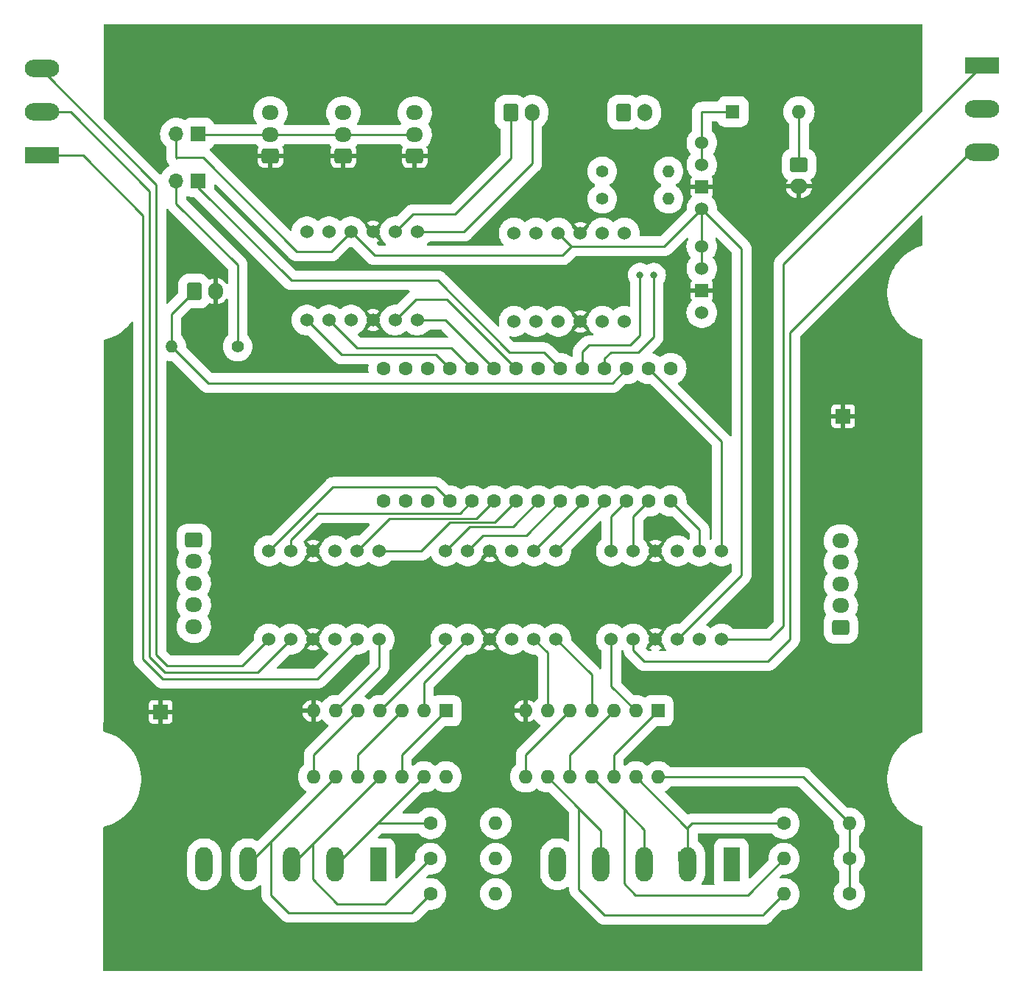
<source format=gtl>
%TF.GenerationSoftware,KiCad,Pcbnew,7.0.1-3b83917a11~172~ubuntu20.04.1*%
%TF.CreationDate,2023-03-22T14:40:43-04:00*%
%TF.ProjectId,ScooterBLDCMotorController,53636f6f-7465-4724-924c-44434d6f746f,rev?*%
%TF.SameCoordinates,Original*%
%TF.FileFunction,Copper,L1,Top*%
%TF.FilePolarity,Positive*%
%FSLAX46Y46*%
G04 Gerber Fmt 4.6, Leading zero omitted, Abs format (unit mm)*
G04 Created by KiCad (PCBNEW 7.0.1-3b83917a11~172~ubuntu20.04.1) date 2023-03-22 14:40:43*
%MOMM*%
%LPD*%
G01*
G04 APERTURE LIST*
G04 Aperture macros list*
%AMRoundRect*
0 Rectangle with rounded corners*
0 $1 Rounding radius*
0 $2 $3 $4 $5 $6 $7 $8 $9 X,Y pos of 4 corners*
0 Add a 4 corners polygon primitive as box body*
4,1,4,$2,$3,$4,$5,$6,$7,$8,$9,$2,$3,0*
0 Add four circle primitives for the rounded corners*
1,1,$1+$1,$2,$3*
1,1,$1+$1,$4,$5*
1,1,$1+$1,$6,$7*
1,1,$1+$1,$8,$9*
0 Add four rect primitives between the rounded corners*
20,1,$1+$1,$2,$3,$4,$5,0*
20,1,$1+$1,$4,$5,$6,$7,0*
20,1,$1+$1,$6,$7,$8,$9,0*
20,1,$1+$1,$8,$9,$2,$3,0*%
G04 Aperture macros list end*
%TA.AperFunction,ComponentPad*%
%ADD10C,1.400000*%
%TD*%
%TA.AperFunction,ComponentPad*%
%ADD11O,1.400000X1.400000*%
%TD*%
%TA.AperFunction,ComponentPad*%
%ADD12R,1.980000X3.960000*%
%TD*%
%TA.AperFunction,ComponentPad*%
%ADD13O,1.980000X3.960000*%
%TD*%
%TA.AperFunction,ComponentPad*%
%ADD14C,1.600000*%
%TD*%
%TA.AperFunction,ComponentPad*%
%ADD15O,1.600000X1.600000*%
%TD*%
%TA.AperFunction,ComponentPad*%
%ADD16C,1.524000*%
%TD*%
%TA.AperFunction,ComponentPad*%
%ADD17RoundRect,0.250000X0.725000X-0.600000X0.725000X0.600000X-0.725000X0.600000X-0.725000X-0.600000X0*%
%TD*%
%TA.AperFunction,ComponentPad*%
%ADD18O,1.950000X1.700000*%
%TD*%
%TA.AperFunction,ComponentPad*%
%ADD19RoundRect,0.250000X-0.750000X0.600000X-0.750000X-0.600000X0.750000X-0.600000X0.750000X0.600000X0*%
%TD*%
%TA.AperFunction,ComponentPad*%
%ADD20O,2.000000X1.700000*%
%TD*%
%TA.AperFunction,ComponentPad*%
%ADD21RoundRect,0.250000X-0.600000X-0.750000X0.600000X-0.750000X0.600000X0.750000X-0.600000X0.750000X0*%
%TD*%
%TA.AperFunction,ComponentPad*%
%ADD22O,1.700000X2.000000*%
%TD*%
%TA.AperFunction,ComponentPad*%
%ADD23R,3.960000X1.980000*%
%TD*%
%TA.AperFunction,ComponentPad*%
%ADD24O,3.960000X1.980000*%
%TD*%
%TA.AperFunction,ComponentPad*%
%ADD25R,1.700000X1.700000*%
%TD*%
%TA.AperFunction,ComponentPad*%
%ADD26R,1.600000X1.600000*%
%TD*%
%TA.AperFunction,ComponentPad*%
%ADD27O,1.700000X1.700000*%
%TD*%
%TA.AperFunction,ComponentPad*%
%ADD28R,1.524000X1.524000*%
%TD*%
%TA.AperFunction,ComponentPad*%
%ADD29RoundRect,0.250000X-0.725000X0.600000X-0.725000X-0.600000X0.725000X-0.600000X0.725000X0.600000X0*%
%TD*%
%TA.AperFunction,ViaPad*%
%ADD30C,0.800000*%
%TD*%
%TA.AperFunction,Conductor*%
%ADD31C,0.250000*%
%TD*%
G04 APERTURE END LIST*
D10*
X158978600Y-57785400D03*
D11*
X166598600Y-57785400D03*
D10*
X158978600Y-54635400D03*
D11*
X166598600Y-54635400D03*
D12*
X133205000Y-134366000D03*
D13*
X128205000Y-134366000D03*
X123205000Y-134366000D03*
X118205000Y-134366000D03*
X113189800Y-134366000D03*
D14*
X187392000Y-137795000D03*
D15*
X179892000Y-137795000D03*
D16*
X137708000Y-61578000D03*
X135168000Y-61578000D03*
X132628000Y-61578000D03*
X130088000Y-61578000D03*
X127548000Y-61578000D03*
X125008000Y-61578000D03*
X125008000Y-71738000D03*
X127548000Y-71738000D03*
X130088000Y-71738000D03*
X132628000Y-71738000D03*
X135168000Y-71738000D03*
X137708000Y-71738000D03*
D14*
X133858000Y-92566000D03*
X136398000Y-92566000D03*
X138938000Y-92566000D03*
X141478000Y-92566000D03*
X144018000Y-92566000D03*
X146558000Y-92566000D03*
X149098000Y-92566000D03*
X151638000Y-92566000D03*
X154178000Y-92566000D03*
X156718000Y-92566000D03*
X159258000Y-92566000D03*
X161798000Y-92566000D03*
X164338000Y-92566000D03*
X166878000Y-92566000D03*
X166878000Y-77326000D03*
X164338000Y-77326000D03*
X161798000Y-77326000D03*
X159258000Y-77326000D03*
X156718000Y-77326000D03*
X154178000Y-77326000D03*
X151638000Y-77326000D03*
X149098000Y-77326000D03*
X146558000Y-77326000D03*
X144018000Y-77326000D03*
X141478000Y-77326000D03*
X138938000Y-77326000D03*
X136398000Y-77326000D03*
X133858000Y-77326000D03*
D17*
X137414000Y-52882800D03*
D18*
X137414000Y-50382800D03*
X137414000Y-47882800D03*
D19*
X181610000Y-53848000D03*
D20*
X181610000Y-56348000D03*
D17*
X120810800Y-52868200D03*
D18*
X120810800Y-50368200D03*
X120810800Y-47868200D03*
D21*
X112034000Y-68419000D03*
D22*
X114534000Y-68419000D03*
D16*
X140970000Y-108458000D03*
X143510000Y-108458000D03*
X146050000Y-108458000D03*
X148590000Y-108458000D03*
X151130000Y-108458000D03*
X153670000Y-108458000D03*
X153670000Y-98298000D03*
X151130000Y-98298000D03*
X148590000Y-98298000D03*
X146050000Y-98298000D03*
X143510000Y-98298000D03*
X140970000Y-98298000D03*
D12*
X173830000Y-134366000D03*
D13*
X168830000Y-134366000D03*
X163830000Y-134366000D03*
X158830000Y-134366000D03*
X153814800Y-134366000D03*
D14*
X187392000Y-133731000D03*
D15*
X179892000Y-133731000D03*
D21*
X161406200Y-47836600D03*
D22*
X163906200Y-47836600D03*
D10*
X117044000Y-74786000D03*
D11*
X109424000Y-74786000D03*
D23*
X94498000Y-52793000D03*
D24*
X94498000Y-47793000D03*
X94498000Y-42793000D03*
D17*
X186419000Y-107108000D03*
D18*
X186419000Y-104608000D03*
X186419000Y-102108000D03*
X186419000Y-99608000D03*
X186419000Y-97108000D03*
D25*
X186690000Y-82804000D03*
D26*
X165399000Y-116706000D03*
D15*
X162859000Y-116706000D03*
X160319000Y-116706000D03*
X157779000Y-116706000D03*
X155239000Y-116706000D03*
X152699000Y-116706000D03*
X150159000Y-116706000D03*
X150159000Y-124326000D03*
X152699000Y-124326000D03*
X155239000Y-124326000D03*
X157779000Y-124326000D03*
X160319000Y-124326000D03*
X162859000Y-124326000D03*
X165399000Y-124326000D03*
D25*
X112522000Y-55702200D03*
D27*
X109982000Y-55702200D03*
D16*
X161544000Y-61722000D03*
X159004000Y-61722000D03*
X156464000Y-61722000D03*
X153924000Y-61722000D03*
X151384000Y-61722000D03*
X148844000Y-61722000D03*
X148844000Y-71882000D03*
X151384000Y-71882000D03*
X153924000Y-71882000D03*
X156464000Y-71882000D03*
X159004000Y-71882000D03*
X161544000Y-71882000D03*
D25*
X112522000Y-50317400D03*
D27*
X109982000Y-50317400D03*
D16*
X160020000Y-108458000D03*
X162560000Y-108458000D03*
X165100000Y-108458000D03*
X167640000Y-108458000D03*
X170180000Y-108458000D03*
X172720000Y-108458000D03*
X172720000Y-98298000D03*
X170180000Y-98298000D03*
X167640000Y-98298000D03*
X165100000Y-98298000D03*
X162560000Y-98298000D03*
X160020000Y-98298000D03*
D21*
X148432200Y-47836600D03*
D22*
X150932200Y-47836600D03*
D16*
X120650000Y-108458000D03*
X123190000Y-108458000D03*
X125730000Y-108458000D03*
X128270000Y-108458000D03*
X130810000Y-108458000D03*
X133350000Y-108458000D03*
X133350000Y-98298000D03*
X130810000Y-98298000D03*
X128270000Y-98298000D03*
X125730000Y-98298000D03*
X123190000Y-98298000D03*
X120650000Y-98298000D03*
D14*
X139232000Y-129667000D03*
D15*
X146732000Y-129667000D03*
D26*
X173990000Y-47752000D03*
D15*
X181610000Y-47752000D03*
D14*
X139232000Y-133731000D03*
D15*
X146732000Y-133731000D03*
D26*
X141015000Y-116706000D03*
D15*
X138475000Y-116706000D03*
X135935000Y-116706000D03*
X133395000Y-116706000D03*
X130855000Y-116706000D03*
X128315000Y-116706000D03*
X125775000Y-116706000D03*
X125775000Y-124326000D03*
X128315000Y-124326000D03*
X130855000Y-124326000D03*
X133395000Y-124326000D03*
X135935000Y-124326000D03*
X138475000Y-124326000D03*
X141015000Y-124326000D03*
D14*
X139232000Y-137795000D03*
D15*
X146732000Y-137795000D03*
D16*
X170432000Y-63246000D03*
X170432000Y-65786000D03*
D28*
X170432000Y-68326000D03*
D16*
X170432000Y-70866000D03*
D25*
X108204000Y-116840000D03*
D14*
X179892000Y-129667000D03*
D15*
X187392000Y-129667000D03*
D17*
X129209800Y-52882800D03*
D18*
X129209800Y-50382800D03*
X129209800Y-47882800D03*
D23*
X202692000Y-42418000D03*
D24*
X202692000Y-47418000D03*
X202692000Y-52418000D03*
D29*
X112014000Y-97028000D03*
D18*
X112014000Y-99528000D03*
X112014000Y-102028000D03*
X112014000Y-104528000D03*
X112014000Y-107028000D03*
D16*
X170434000Y-51308000D03*
X170434000Y-53848000D03*
D28*
X170434000Y-56388000D03*
D16*
X170434000Y-58928000D03*
D30*
X164896800Y-66548000D03*
X163322000Y-66548000D03*
D31*
X159258000Y-77326000D02*
X159258000Y-76174600D01*
X159258000Y-76174600D02*
X159969200Y-75463400D01*
X159969200Y-75463400D02*
X163118800Y-75463400D01*
X163118800Y-75463400D02*
X164896800Y-73685400D01*
X164896800Y-73685400D02*
X164896800Y-66548000D01*
X163322000Y-66675000D02*
X163322000Y-66649600D01*
X163322000Y-73482200D02*
X163322000Y-66675000D01*
X156718000Y-75387200D02*
X157454600Y-74650600D01*
X156718000Y-77326000D02*
X156718000Y-75387200D01*
X157454600Y-74650600D02*
X162153600Y-74650600D01*
X162153600Y-74650600D02*
X163322000Y-73482200D01*
X181570000Y-56388000D02*
X181610000Y-56348000D01*
X128205000Y-134366000D02*
X128435000Y-134366000D01*
X139232000Y-129667000D02*
X133134000Y-129667000D01*
X133051500Y-129749500D02*
X138475000Y-124326000D01*
X133134000Y-129667000D02*
X133051500Y-129749500D01*
X128435000Y-134366000D02*
X133051500Y-129749500D01*
X110007400Y-53086000D02*
X109982000Y-53060600D01*
X182051000Y-124326000D02*
X187392000Y-129667000D01*
X175006000Y-63500000D02*
X175006000Y-101092000D01*
X123875800Y-63855600D02*
X113055400Y-53035200D01*
X170434000Y-58928000D02*
X170434000Y-63244000D01*
X113055400Y-53035200D02*
X110058200Y-53035200D01*
X170434000Y-58928000D02*
X175006000Y-63500000D01*
X155448000Y-63246000D02*
X154397000Y-64297000D01*
X132807000Y-64297000D02*
X130088000Y-61578000D01*
X170432000Y-63246000D02*
X170432000Y-65786000D01*
X130088000Y-61578000D02*
X127810400Y-63855600D01*
X167640000Y-108458000D02*
X175006000Y-101092000D01*
X170434000Y-58928000D02*
X166116000Y-63246000D01*
X187392000Y-133731000D02*
X187392000Y-137795000D01*
X127810400Y-63855600D02*
X123875800Y-63855600D01*
X170434000Y-63244000D02*
X170432000Y-63246000D01*
X109982000Y-53060600D02*
X109982000Y-50317400D01*
X154397000Y-64297000D02*
X132807000Y-64297000D01*
X166116000Y-63246000D02*
X155448000Y-63246000D01*
X187392000Y-129667000D02*
X187392000Y-133731000D01*
X155448000Y-63246000D02*
X153924000Y-61722000D01*
X110058200Y-53035200D02*
X110007400Y-53086000D01*
X165399000Y-124326000D02*
X182051000Y-124326000D01*
X123205000Y-134366000D02*
X123355000Y-134366000D01*
X125685500Y-132035500D02*
X133395000Y-124326000D01*
X128524000Y-138938000D02*
X125685500Y-136099500D01*
X139232000Y-133731000D02*
X134025000Y-138938000D01*
X125685500Y-136099500D02*
X125685500Y-132035500D01*
X134025000Y-138938000D02*
X128524000Y-138938000D01*
X123355000Y-134366000D02*
X125685500Y-132035500D01*
X120904000Y-137922000D02*
X120904000Y-131737000D01*
X120904000Y-131737000D02*
X120986500Y-131654500D01*
X120986500Y-131654500D02*
X128315000Y-124326000D01*
X118205000Y-134366000D02*
X118275000Y-134366000D01*
X122936000Y-139954000D02*
X120904000Y-137922000D01*
X137073000Y-139954000D02*
X122936000Y-139954000D01*
X118275000Y-134366000D02*
X120986500Y-131654500D01*
X139232000Y-137795000D02*
X137073000Y-139954000D01*
X168745500Y-130212500D02*
X162859000Y-124326000D01*
X169291000Y-129667000D02*
X168745500Y-130212500D01*
X168830000Y-130297000D02*
X168745500Y-130212500D01*
X167740000Y-132952000D02*
X167740000Y-133925000D01*
X179892000Y-129667000D02*
X169291000Y-129667000D01*
X168830000Y-134366000D02*
X168830000Y-130297000D01*
X161506500Y-128053500D02*
X157779000Y-124326000D01*
X175701000Y-137922000D02*
X179892000Y-133731000D01*
X161506500Y-128053500D02*
X161506500Y-136614500D01*
X163830000Y-134366000D02*
X163830000Y-130377000D01*
X162814000Y-137922000D02*
X175701000Y-137922000D01*
X163830000Y-130377000D02*
X161506500Y-128053500D01*
X161506500Y-136614500D02*
X162814000Y-137922000D01*
X156299500Y-127926500D02*
X156299500Y-137249500D01*
X156299500Y-127926500D02*
X152699000Y-124326000D01*
X158830000Y-130457000D02*
X156299500Y-127926500D01*
X159258000Y-140208000D02*
X177546000Y-140208000D01*
X177546000Y-140208000D02*
X177546000Y-140141000D01*
X177546000Y-140141000D02*
X179892000Y-137795000D01*
X156299500Y-137249500D02*
X159258000Y-140208000D01*
X158830000Y-134366000D02*
X158830000Y-130457000D01*
X170434000Y-51308000D02*
X170434000Y-53848000D01*
X173990000Y-47752000D02*
X170434000Y-47752000D01*
X170434000Y-47752000D02*
X170434000Y-51308000D01*
X106172000Y-59690000D02*
X99275000Y-52793000D01*
X99275000Y-52793000D02*
X94498000Y-52793000D01*
X126238000Y-113030000D02*
X130810000Y-108458000D01*
X106172000Y-110744000D02*
X108458000Y-113030000D01*
X106172000Y-59690000D02*
X106172000Y-110744000D01*
X108458000Y-113030000D02*
X126238000Y-113030000D01*
X119380000Y-112268000D02*
X108712000Y-112268000D01*
X106934000Y-110490000D02*
X106934000Y-56896000D01*
X123190000Y-108458000D02*
X119380000Y-112268000D01*
X106934000Y-56896000D02*
X97831000Y-47793000D01*
X108712000Y-112268000D02*
X106934000Y-110490000D01*
X97831000Y-47793000D02*
X94498000Y-47793000D01*
X117602000Y-111506000D02*
X120650000Y-108458000D01*
X108966000Y-111506000D02*
X117602000Y-111506000D01*
X107696000Y-56134000D02*
X107696000Y-110236000D01*
X107696000Y-110236000D02*
X108966000Y-111506000D01*
X94498000Y-42936000D02*
X94498000Y-42793000D01*
X107696000Y-56134000D02*
X94498000Y-42936000D01*
X172720000Y-108458000D02*
X178308000Y-108458000D01*
X178308000Y-108458000D02*
X179832000Y-106934000D01*
X179832000Y-65278000D02*
X202692000Y-42418000D01*
X179832000Y-106934000D02*
X179832000Y-65278000D01*
X180594000Y-108458000D02*
X180594000Y-73152000D01*
X162560000Y-109728000D02*
X163830000Y-110998000D01*
X178054000Y-110998000D02*
X180594000Y-108458000D01*
X180594000Y-73152000D02*
X201328000Y-52418000D01*
X162560000Y-108458000D02*
X162560000Y-109728000D01*
X201328000Y-52418000D02*
X202692000Y-52418000D01*
X163830000Y-110998000D02*
X178054000Y-110998000D01*
X181610000Y-53848000D02*
X181610000Y-47752000D01*
X117044000Y-65380400D02*
X109982000Y-58318400D01*
X109982000Y-58318400D02*
X109982000Y-55702200D01*
X117044000Y-74786000D02*
X117044000Y-65380400D01*
X109424000Y-71029000D02*
X112034000Y-68419000D01*
X109424000Y-74786000D02*
X113632000Y-78994000D01*
X160130000Y-78994000D02*
X161798000Y-77326000D01*
X109424000Y-74786000D02*
X109424000Y-71029000D01*
X113632000Y-78994000D02*
X160130000Y-78994000D01*
X137414000Y-50382800D02*
X129209800Y-50382800D01*
X129209800Y-50382800D02*
X120825400Y-50382800D01*
X112572800Y-50368200D02*
X112522000Y-50317400D01*
X120810800Y-50368200D02*
X112572800Y-50368200D01*
X120825400Y-50382800D02*
X120810800Y-50368200D01*
X154178000Y-77326000D02*
X152290000Y-75438000D01*
X148336000Y-75438000D02*
X140064000Y-67166000D01*
X123230000Y-67166000D02*
X112522000Y-56458000D01*
X140064000Y-67166000D02*
X123230000Y-67166000D01*
X112522000Y-56458000D02*
X112522000Y-55702200D01*
X152290000Y-75438000D02*
X148336000Y-75438000D01*
X128315000Y-116706000D02*
X133350000Y-111671000D01*
X133350000Y-111671000D02*
X133350000Y-108458000D01*
X149098000Y-92566000D02*
X146610000Y-95054000D01*
X138176000Y-98298000D02*
X133350000Y-98298000D01*
X141420000Y-95054000D02*
X138176000Y-98298000D01*
X146610000Y-95054000D02*
X141420000Y-95054000D01*
X144520000Y-94604000D02*
X134504000Y-94604000D01*
X146558000Y-92566000D02*
X144520000Y-94604000D01*
X134504000Y-94604000D02*
X130810000Y-98298000D01*
X142604000Y-93980000D02*
X126238000Y-93980000D01*
X126238000Y-93980000D02*
X123190000Y-97028000D01*
X123190000Y-97028000D02*
X123190000Y-98298000D01*
X144018000Y-92566000D02*
X142604000Y-93980000D01*
X120650000Y-98298000D02*
X128016000Y-90932000D01*
X139844000Y-90932000D02*
X141478000Y-92566000D01*
X128016000Y-90932000D02*
X139844000Y-90932000D01*
X135935000Y-124326000D02*
X135935000Y-121786000D01*
X135935000Y-121786000D02*
X141015000Y-116706000D01*
X138475000Y-113493000D02*
X143510000Y-108458000D01*
X138475000Y-116706000D02*
X138475000Y-113493000D01*
X130855000Y-124326000D02*
X130855000Y-121786000D01*
X130855000Y-121786000D02*
X135935000Y-116706000D01*
X142026000Y-59546000D02*
X148432200Y-53139800D01*
X135168000Y-61578000D02*
X137200000Y-59546000D01*
X148432200Y-53139800D02*
X148432200Y-47836600D01*
X137200000Y-59546000D02*
X142026000Y-59546000D01*
X137708000Y-61578000D02*
X143042000Y-61578000D01*
X143042000Y-61578000D02*
X150932200Y-53687800D01*
X150932200Y-53687800D02*
X150932200Y-47836600D01*
X140970000Y-109131000D02*
X140970000Y-108458000D01*
X133395000Y-116706000D02*
X140970000Y-109131000D01*
X125775000Y-121786000D02*
X130855000Y-116706000D01*
X125775000Y-124326000D02*
X125775000Y-121786000D01*
X152699000Y-116706000D02*
X152699000Y-110027000D01*
X152699000Y-110027000D02*
X151130000Y-108458000D01*
X157779000Y-116706000D02*
X157779000Y-112567000D01*
X157779000Y-112567000D02*
X153670000Y-108458000D01*
X159258000Y-92710000D02*
X159258000Y-92566000D01*
X153670000Y-98298000D02*
X159258000Y-92710000D01*
X151130000Y-98298000D02*
X156718000Y-92710000D01*
X156718000Y-92710000D02*
X156718000Y-92566000D01*
X150224000Y-96520000D02*
X145288000Y-96520000D01*
X145288000Y-96520000D02*
X143510000Y-98298000D01*
X154178000Y-92566000D02*
X150224000Y-96520000D01*
X143764000Y-95504000D02*
X148700000Y-95504000D01*
X148700000Y-95504000D02*
X151638000Y-92566000D01*
X140970000Y-98298000D02*
X143764000Y-95504000D01*
X160020000Y-98298000D02*
X160020000Y-94344000D01*
X160020000Y-94344000D02*
X161798000Y-92566000D01*
X162560000Y-94344000D02*
X164338000Y-92566000D01*
X162560000Y-98298000D02*
X162560000Y-94344000D01*
X170180000Y-98298000D02*
X170180000Y-95868000D01*
X170180000Y-95868000D02*
X166878000Y-92566000D01*
X172720000Y-85708000D02*
X164338000Y-77326000D01*
X172720000Y-98298000D02*
X172720000Y-85708000D01*
X141114000Y-69342000D02*
X137564000Y-69342000D01*
X137564000Y-69342000D02*
X135168000Y-71738000D01*
X149098000Y-77326000D02*
X141114000Y-69342000D01*
X137708000Y-71738000D02*
X140970000Y-71738000D01*
X140970000Y-71738000D02*
X146558000Y-77326000D01*
X130740000Y-74930000D02*
X141622000Y-74930000D01*
X141622000Y-74930000D02*
X144018000Y-77326000D01*
X127548000Y-71738000D02*
X130740000Y-74930000D01*
X141478000Y-77326000D02*
X139844000Y-75692000D01*
X128962000Y-75692000D02*
X125008000Y-71738000D01*
X139844000Y-75692000D02*
X128962000Y-75692000D01*
X160319000Y-121786000D02*
X165399000Y-116706000D01*
X160319000Y-124326000D02*
X160319000Y-121786000D01*
X162859000Y-116706000D02*
X160020000Y-113867000D01*
X160020000Y-113867000D02*
X160020000Y-108458000D01*
X155239000Y-124326000D02*
X155239000Y-121786000D01*
X155239000Y-121786000D02*
X160319000Y-116706000D01*
X150159000Y-124326000D02*
X150159000Y-121786000D01*
X150159000Y-121786000D02*
X155239000Y-116706000D01*
%TA.AperFunction,Conductor*%
G36*
X195789123Y-59698893D02*
G01*
X195827328Y-59743629D01*
X195841059Y-59800834D01*
X195840886Y-63089898D01*
X195829699Y-63141795D01*
X195798129Y-63184477D01*
X195751782Y-63210368D01*
X195476566Y-63294651D01*
X195037304Y-63471162D01*
X195035067Y-63472062D01*
X194819690Y-63580653D01*
X194610200Y-63686275D01*
X194205033Y-63935747D01*
X193822479Y-64218682D01*
X193465300Y-64533037D01*
X193136071Y-64876550D01*
X192837148Y-65246759D01*
X192570713Y-65640964D01*
X192570710Y-65640969D01*
X192546198Y-65684847D01*
X192338656Y-66056364D01*
X192142669Y-66489938D01*
X191984158Y-66938566D01*
X191864265Y-67399017D01*
X191783851Y-67867999D01*
X191743500Y-68342094D01*
X191743500Y-68817906D01*
X191783851Y-69292000D01*
X191864265Y-69760982D01*
X191984158Y-70221433D01*
X192142669Y-70670061D01*
X192142671Y-70670066D01*
X192147088Y-70679837D01*
X192338656Y-71103635D01*
X192338659Y-71103640D01*
X192570710Y-71519031D01*
X192837153Y-71913247D01*
X193136068Y-72283446D01*
X193136071Y-72283449D01*
X193465300Y-72626962D01*
X193659425Y-72797812D01*
X193822481Y-72941319D01*
X194205033Y-73224253D01*
X194610201Y-73473725D01*
X195035067Y-73687938D01*
X195394405Y-73832332D01*
X195476570Y-73865349D01*
X195534799Y-73883181D01*
X195751210Y-73949455D01*
X195797558Y-73975347D01*
X195829129Y-74018035D01*
X195840312Y-74069938D01*
X195837957Y-119090795D01*
X195826770Y-119142692D01*
X195795200Y-119185374D01*
X195748853Y-119211265D01*
X195476566Y-119294651D01*
X195037304Y-119471162D01*
X195035067Y-119472062D01*
X194819163Y-119580918D01*
X194610200Y-119686275D01*
X194205033Y-119935747D01*
X193822479Y-120218682D01*
X193465300Y-120533037D01*
X193136071Y-120876550D01*
X192837148Y-121246759D01*
X192570713Y-121640964D01*
X192570710Y-121640969D01*
X192527148Y-121718948D01*
X192338656Y-122056364D01*
X192142669Y-122489938D01*
X191984158Y-122938566D01*
X191864265Y-123399017D01*
X191783851Y-123867999D01*
X191743500Y-124342094D01*
X191743500Y-124817906D01*
X191783851Y-125292000D01*
X191864265Y-125760982D01*
X191984158Y-126221433D01*
X192142669Y-126670061D01*
X192338656Y-127103635D01*
X192362481Y-127146283D01*
X192570710Y-127519031D01*
X192570713Y-127519035D01*
X192832741Y-127906720D01*
X192837153Y-127913247D01*
X193136068Y-128283446D01*
X193136071Y-128283449D01*
X193465300Y-128626962D01*
X193746002Y-128874009D01*
X193822481Y-128941319D01*
X194205033Y-129224253D01*
X194610201Y-129473725D01*
X195035067Y-129687938D01*
X195333574Y-129807888D01*
X195476570Y-129865349D01*
X195529868Y-129881671D01*
X195748281Y-129948558D01*
X195794629Y-129974450D01*
X195826200Y-130017138D01*
X195837383Y-130069041D01*
X195836522Y-146558507D01*
X195819639Y-146621504D01*
X195773520Y-146667620D01*
X195710522Y-146684500D01*
X101733692Y-146684500D01*
X101670690Y-146667618D01*
X101624571Y-146621496D01*
X101607692Y-146558493D01*
X101607965Y-141334391D01*
X101608275Y-135427097D01*
X111199300Y-135427097D01*
X111214526Y-135639997D01*
X111214527Y-135640001D01*
X111275050Y-135918221D01*
X111374552Y-136184996D01*
X111399863Y-136231349D01*
X111511008Y-136434897D01*
X111681638Y-136662832D01*
X111882967Y-136864161D01*
X112110792Y-137034709D01*
X112110905Y-137034793D01*
X112360804Y-137171248D01*
X112627579Y-137270750D01*
X112905799Y-137331273D01*
X113189800Y-137351585D01*
X113473801Y-137331273D01*
X113752021Y-137270750D01*
X114018796Y-137171248D01*
X114268695Y-137034793D01*
X114496630Y-136864163D01*
X114697963Y-136662830D01*
X114868593Y-136434895D01*
X115005048Y-136184996D01*
X115104550Y-135918221D01*
X115165073Y-135640001D01*
X115180300Y-135427098D01*
X115180300Y-133304902D01*
X115165073Y-133091999D01*
X115104550Y-132813779D01*
X115005048Y-132547004D01*
X114868593Y-132297105D01*
X114740800Y-132126394D01*
X114697961Y-132069167D01*
X114496632Y-131867838D01*
X114268697Y-131697208D01*
X114191992Y-131655324D01*
X114018796Y-131560752D01*
X113752021Y-131461250D01*
X113485335Y-131403236D01*
X113473797Y-131400726D01*
X113189800Y-131380414D01*
X112905802Y-131400726D01*
X112669682Y-131452091D01*
X112627579Y-131461250D01*
X112360804Y-131560752D01*
X112360802Y-131560752D01*
X112360802Y-131560753D01*
X112110902Y-131697208D01*
X111882967Y-131867838D01*
X111681638Y-132069167D01*
X111511008Y-132297102D01*
X111374553Y-132547002D01*
X111275050Y-132813779D01*
X111214526Y-133092002D01*
X111199300Y-133304903D01*
X111199300Y-135427097D01*
X101608275Y-135427097D01*
X101608552Y-130138280D01*
X101621253Y-130083161D01*
X101656793Y-130039148D01*
X101708003Y-130015122D01*
X101756476Y-130004676D01*
X102211432Y-129865348D01*
X102652933Y-129687938D01*
X103077799Y-129473725D01*
X103482967Y-129224253D01*
X103865519Y-128941319D01*
X104222699Y-128626962D01*
X104551932Y-128283446D01*
X104850847Y-127913247D01*
X105117290Y-127519031D01*
X105349341Y-127103640D01*
X105545329Y-126670066D01*
X105703841Y-126221433D01*
X105728611Y-126126304D01*
X105823734Y-125760982D01*
X105827737Y-125737638D01*
X105904148Y-125292005D01*
X105944500Y-124817906D01*
X105944500Y-124342094D01*
X105904148Y-123867995D01*
X105823736Y-123399027D01*
X105823735Y-123399023D01*
X105823734Y-123399017D01*
X105703841Y-122938566D01*
X105545330Y-122489938D01*
X105545329Y-122489934D01*
X105349341Y-122056360D01*
X105117290Y-121640969D01*
X104850847Y-121246753D01*
X104551932Y-120876554D01*
X104503244Y-120825754D01*
X104222699Y-120533037D01*
X103865520Y-120218682D01*
X103865519Y-120218681D01*
X103482967Y-119935747D01*
X103077799Y-119686275D01*
X102652933Y-119472062D01*
X102502403Y-119411573D01*
X102211429Y-119294650D01*
X101756481Y-119155325D01*
X101708587Y-119145003D01*
X101657371Y-119120972D01*
X101621832Y-119076954D01*
X101609135Y-119021828D01*
X101609236Y-117094000D01*
X106846000Y-117094000D01*
X106846000Y-117738589D01*
X106852505Y-117799093D01*
X106903554Y-117935962D01*
X106991095Y-118052904D01*
X107108037Y-118140445D01*
X107244906Y-118191494D01*
X107305411Y-118198000D01*
X107950000Y-118198000D01*
X107950000Y-117094000D01*
X108458000Y-117094000D01*
X108458000Y-118198000D01*
X109102589Y-118198000D01*
X109163093Y-118191494D01*
X109299962Y-118140445D01*
X109416904Y-118052904D01*
X109504445Y-117935962D01*
X109555494Y-117799093D01*
X109562000Y-117738589D01*
X109562000Y-117094000D01*
X108458000Y-117094000D01*
X107950000Y-117094000D01*
X106846000Y-117094000D01*
X101609236Y-117094000D01*
X101609243Y-116960000D01*
X124488918Y-116960000D01*
X124541186Y-117155070D01*
X124637912Y-117362498D01*
X124769189Y-117549981D01*
X124931018Y-117711810D01*
X125118501Y-117843087D01*
X125325929Y-117939813D01*
X125521000Y-117992082D01*
X125521000Y-116960000D01*
X124488918Y-116960000D01*
X101609243Y-116960000D01*
X101609263Y-116586000D01*
X106846000Y-116586000D01*
X107950000Y-116586000D01*
X107950000Y-115482000D01*
X108458000Y-115482000D01*
X108458000Y-116586000D01*
X109562000Y-116586000D01*
X109562000Y-116452000D01*
X124488917Y-116452000D01*
X125521000Y-116452000D01*
X125521000Y-115419917D01*
X125325929Y-115472186D01*
X125118501Y-115568912D01*
X124931018Y-115700189D01*
X124769189Y-115862018D01*
X124637912Y-116049501D01*
X124541186Y-116256929D01*
X124488917Y-116452000D01*
X109562000Y-116452000D01*
X109562000Y-115941411D01*
X109555494Y-115880906D01*
X109504445Y-115744037D01*
X109416904Y-115627095D01*
X109299962Y-115539554D01*
X109163093Y-115488505D01*
X109102589Y-115482000D01*
X108458000Y-115482000D01*
X107950000Y-115482000D01*
X107305411Y-115482000D01*
X107244906Y-115488505D01*
X107108037Y-115539554D01*
X106991095Y-115627095D01*
X106903554Y-115744037D01*
X106852505Y-115880906D01*
X106846000Y-115941411D01*
X106846000Y-116586000D01*
X101609263Y-116586000D01*
X101611487Y-74137648D01*
X101624189Y-74082527D01*
X101659730Y-74038515D01*
X101710936Y-74014490D01*
X101756476Y-74004676D01*
X102153201Y-73883181D01*
X102211429Y-73865349D01*
X102211429Y-73865348D01*
X102211432Y-73865348D01*
X102652933Y-73687938D01*
X103077799Y-73473725D01*
X103482967Y-73224253D01*
X103865519Y-72941319D01*
X104222699Y-72626962D01*
X104551932Y-72283446D01*
X104758554Y-72027550D01*
X104822468Y-71948394D01*
X104871542Y-71911451D01*
X104932251Y-71902099D01*
X104990168Y-71922562D01*
X105031527Y-71967977D01*
X105046500Y-72027550D01*
X105046500Y-110639501D01*
X105044755Y-110660399D01*
X105044259Y-110663344D01*
X105046464Y-110755914D01*
X105046500Y-110758914D01*
X105046500Y-110797620D01*
X105047347Y-110806495D01*
X105047881Y-110815465D01*
X105049375Y-110878226D01*
X105056374Y-110910402D01*
X105058682Y-110925203D01*
X105061811Y-110957970D01*
X105079499Y-111018215D01*
X105081722Y-111026924D01*
X105095065Y-111088256D01*
X105095066Y-111088258D01*
X105108026Y-111118525D01*
X105113092Y-111132615D01*
X105122369Y-111164209D01*
X105141248Y-111200830D01*
X105151132Y-111220001D01*
X105154966Y-111228139D01*
X105179678Y-111285848D01*
X105198129Y-111313109D01*
X105205776Y-111325997D01*
X105220863Y-111355261D01*
X105259665Y-111404603D01*
X105264968Y-111411865D01*
X105300155Y-111463853D01*
X105300156Y-111463854D01*
X105300157Y-111463855D01*
X105323437Y-111487135D01*
X105333377Y-111498334D01*
X105353732Y-111524217D01*
X105401180Y-111565331D01*
X105407762Y-111571460D01*
X107588257Y-113751954D01*
X107601797Y-113767960D01*
X107603533Y-113770399D01*
X107670595Y-113834342D01*
X107672699Y-113836396D01*
X107700065Y-113863762D01*
X107700068Y-113863765D01*
X107706936Y-113869436D01*
X107713660Y-113875404D01*
X107741389Y-113901843D01*
X107759097Y-113918727D01*
X107786791Y-113936525D01*
X107798888Y-113945359D01*
X107824276Y-113966320D01*
X107824277Y-113966320D01*
X107824279Y-113966322D01*
X107851409Y-113981136D01*
X107879378Y-113996408D01*
X107887114Y-114000999D01*
X107939916Y-114034933D01*
X107939918Y-114034933D01*
X107939920Y-114034935D01*
X107970487Y-114047171D01*
X107984034Y-114053554D01*
X108012931Y-114069334D01*
X108072743Y-114088453D01*
X108081174Y-114091484D01*
X108139468Y-114114822D01*
X108171797Y-114121052D01*
X108186317Y-114124759D01*
X108217667Y-114134781D01*
X108239614Y-114137404D01*
X108280004Y-114142233D01*
X108288858Y-114143614D01*
X108350528Y-114155500D01*
X108383451Y-114155500D01*
X108398408Y-114156390D01*
X108431094Y-114160299D01*
X108493709Y-114155820D01*
X108502696Y-114155500D01*
X126133501Y-114155500D01*
X126154398Y-114157244D01*
X126157342Y-114157740D01*
X126157343Y-114157739D01*
X126157344Y-114157740D01*
X126237944Y-114155821D01*
X126249915Y-114155535D01*
X126252914Y-114155500D01*
X126291617Y-114155500D01*
X126291618Y-114155500D01*
X126300495Y-114154652D01*
X126309451Y-114154118D01*
X126372226Y-114152624D01*
X126404402Y-114145623D01*
X126419191Y-114143317D01*
X126451971Y-114140188D01*
X126512214Y-114122498D01*
X126520898Y-114120281D01*
X126582258Y-114106934D01*
X126612523Y-114093972D01*
X126626619Y-114088905D01*
X126658209Y-114079631D01*
X126714033Y-114050850D01*
X126722123Y-114047039D01*
X126779849Y-114022321D01*
X126807119Y-114003862D01*
X126819988Y-113996227D01*
X126849259Y-113981138D01*
X126898621Y-113942317D01*
X126905849Y-113937040D01*
X126957855Y-113901843D01*
X126981142Y-113878554D01*
X126992331Y-113868623D01*
X127018217Y-113848268D01*
X127059346Y-113800801D01*
X127065447Y-113794249D01*
X130602293Y-110257404D01*
X130643169Y-110230091D01*
X130691387Y-110220500D01*
X130942079Y-110220500D01*
X130942081Y-110220500D01*
X131203293Y-110181129D01*
X131455719Y-110103265D01*
X131693721Y-109988650D01*
X131911982Y-109839842D01*
X131994297Y-109763464D01*
X132048909Y-109733724D01*
X132111093Y-109733725D01*
X132165703Y-109763465D01*
X132184203Y-109780631D01*
X132213987Y-109822608D01*
X132224500Y-109872994D01*
X132224500Y-111152612D01*
X132214909Y-111200830D01*
X132187595Y-111241707D01*
X128559103Y-114870198D01*
X128509394Y-114900789D01*
X128459371Y-114905009D01*
X128459371Y-114905500D01*
X128453555Y-114905500D01*
X128451232Y-114905696D01*
X128449931Y-114905500D01*
X128449929Y-114905500D01*
X128180071Y-114905500D01*
X127913228Y-114945720D01*
X127913224Y-114945721D01*
X127913225Y-114945721D01*
X127655358Y-115025261D01*
X127412225Y-115142349D01*
X127189258Y-115294364D01*
X126997613Y-115472186D01*
X126991439Y-115477915D01*
X126823185Y-115688898D01*
X126823182Y-115688901D01*
X126817298Y-115696281D01*
X126815561Y-115694896D01*
X126787288Y-115725079D01*
X126733734Y-115745233D01*
X126676789Y-115739622D01*
X126628197Y-115709405D01*
X126618981Y-115700189D01*
X126431498Y-115568912D01*
X126224070Y-115472186D01*
X126028999Y-115419917D01*
X126029000Y-115419918D01*
X126029000Y-117992082D01*
X126224070Y-117939813D01*
X126431498Y-117843087D01*
X126618976Y-117711813D01*
X126628194Y-117702596D01*
X126676791Y-117672376D01*
X126733743Y-117666768D01*
X126787301Y-117686928D01*
X126815559Y-117717105D01*
X126817298Y-117715719D01*
X126823182Y-117723098D01*
X126823185Y-117723102D01*
X126991439Y-117934085D01*
X127045000Y-117983782D01*
X127189258Y-118117635D01*
X127297590Y-118191494D01*
X127412226Y-118269651D01*
X127446233Y-118286027D01*
X127492238Y-118323783D01*
X127515782Y-118378444D01*
X127511612Y-118437812D01*
X127480657Y-118488644D01*
X125053044Y-120916257D01*
X125037044Y-120929793D01*
X125034600Y-120931533D01*
X124970696Y-120998554D01*
X124968604Y-121000697D01*
X124941236Y-121028066D01*
X124935558Y-121034942D01*
X124929598Y-121041656D01*
X124886272Y-121087096D01*
X124868468Y-121114798D01*
X124859637Y-121126892D01*
X124838678Y-121152277D01*
X124808591Y-121207378D01*
X124804002Y-121215112D01*
X124770064Y-121267919D01*
X124757827Y-121298486D01*
X124751442Y-121312038D01*
X124735664Y-121340933D01*
X124716547Y-121400734D01*
X124713506Y-121409194D01*
X124690177Y-121467469D01*
X124683946Y-121499795D01*
X124680241Y-121514310D01*
X124670218Y-121545665D01*
X124662763Y-121608013D01*
X124661377Y-121616897D01*
X124649500Y-121678526D01*
X124649500Y-121711442D01*
X124648609Y-121726400D01*
X124644700Y-121759094D01*
X124649179Y-121821720D01*
X124649500Y-121830708D01*
X124649500Y-122859168D01*
X124638987Y-122909554D01*
X124609202Y-122951532D01*
X124451442Y-123097912D01*
X124451439Y-123097915D01*
X124283185Y-123308898D01*
X124283183Y-123308901D01*
X124148258Y-123542599D01*
X124049665Y-123793806D01*
X123989617Y-124056894D01*
X123969451Y-124325999D01*
X123989617Y-124595105D01*
X124049665Y-124858193D01*
X124049666Y-124858195D01*
X124148257Y-125109398D01*
X124283185Y-125343102D01*
X124451439Y-125554085D01*
X124505000Y-125603782D01*
X124649258Y-125737635D01*
X124872223Y-125889649D01*
X124872226Y-125889651D01*
X124903210Y-125904572D01*
X124906231Y-125906027D01*
X124952237Y-125943783D01*
X124975781Y-125998444D01*
X124971611Y-126057812D01*
X124940656Y-126108644D01*
X120266648Y-130782654D01*
X120266645Y-130782657D01*
X120266643Y-130782657D01*
X120266644Y-130782658D01*
X120182034Y-130867266D01*
X120166037Y-130880799D01*
X120163602Y-130882532D01*
X120099716Y-130949534D01*
X120097621Y-130951678D01*
X119394702Y-131654597D01*
X119349640Y-131683558D01*
X119296618Y-131691181D01*
X119245222Y-131676090D01*
X119207192Y-131655324D01*
X119033996Y-131560752D01*
X118767221Y-131461250D01*
X118500535Y-131403236D01*
X118488997Y-131400726D01*
X118205000Y-131380414D01*
X117921002Y-131400726D01*
X117684882Y-131452091D01*
X117642779Y-131461250D01*
X117376004Y-131560752D01*
X117376002Y-131560752D01*
X117376002Y-131560753D01*
X117126102Y-131697208D01*
X116898167Y-131867838D01*
X116696838Y-132069167D01*
X116526208Y-132297102D01*
X116389753Y-132547002D01*
X116290250Y-132813779D01*
X116229726Y-133092002D01*
X116214500Y-133304903D01*
X116214500Y-135427097D01*
X116229726Y-135639997D01*
X116229727Y-135640001D01*
X116290250Y-135918221D01*
X116389752Y-136184996D01*
X116415063Y-136231349D01*
X116526208Y-136434897D01*
X116696838Y-136662832D01*
X116898167Y-136864161D01*
X117125992Y-137034709D01*
X117126105Y-137034793D01*
X117376004Y-137171248D01*
X117642779Y-137270750D01*
X117920999Y-137331273D01*
X118205000Y-137351585D01*
X118489001Y-137331273D01*
X118767221Y-137270750D01*
X119033996Y-137171248D01*
X119283895Y-137034793D01*
X119511830Y-136864163D01*
X119533366Y-136842627D01*
X119563405Y-136812589D01*
X119613564Y-136781851D01*
X119672211Y-136777235D01*
X119726561Y-136799748D01*
X119764767Y-136844481D01*
X119778500Y-136901684D01*
X119778500Y-137817501D01*
X119776755Y-137838399D01*
X119776259Y-137841344D01*
X119778464Y-137933914D01*
X119778500Y-137936914D01*
X119778500Y-137975620D01*
X119779347Y-137984495D01*
X119779881Y-137993465D01*
X119781375Y-138056226D01*
X119788374Y-138088402D01*
X119790682Y-138103203D01*
X119793811Y-138135970D01*
X119811499Y-138196215D01*
X119813722Y-138204924D01*
X119827065Y-138266256D01*
X119827066Y-138266258D01*
X119840026Y-138296525D01*
X119845093Y-138310618D01*
X119854369Y-138342209D01*
X119883132Y-138398001D01*
X119886966Y-138406139D01*
X119911678Y-138463848D01*
X119930129Y-138491109D01*
X119937776Y-138503997D01*
X119952863Y-138533261D01*
X119991665Y-138582603D01*
X119996968Y-138589865D01*
X120032155Y-138641853D01*
X120032156Y-138641854D01*
X120032157Y-138641855D01*
X120055437Y-138665135D01*
X120065377Y-138676334D01*
X120085732Y-138702217D01*
X120115993Y-138728438D01*
X120133180Y-138743331D01*
X120139762Y-138749460D01*
X122066257Y-140675954D01*
X122079797Y-140691960D01*
X122081533Y-140694399D01*
X122148595Y-140758342D01*
X122150699Y-140760396D01*
X122178065Y-140787762D01*
X122178068Y-140787765D01*
X122184936Y-140793436D01*
X122191660Y-140799404D01*
X122219389Y-140825843D01*
X122237097Y-140842727D01*
X122264791Y-140860525D01*
X122276888Y-140869359D01*
X122302276Y-140890320D01*
X122302277Y-140890320D01*
X122302279Y-140890322D01*
X122329409Y-140905136D01*
X122357378Y-140920408D01*
X122365114Y-140924999D01*
X122417915Y-140958932D01*
X122417920Y-140958935D01*
X122448487Y-140971171D01*
X122462040Y-140977558D01*
X122490931Y-140993334D01*
X122550749Y-141012455D01*
X122559176Y-141015485D01*
X122617468Y-141038822D01*
X122649799Y-141045052D01*
X122664305Y-141048755D01*
X122695669Y-141058782D01*
X122757690Y-141066196D01*
X122758001Y-141066234D01*
X122766891Y-141067620D01*
X122821353Y-141078117D01*
X122828528Y-141079500D01*
X122861442Y-141079500D01*
X122876400Y-141080391D01*
X122909094Y-141084300D01*
X122966838Y-141080170D01*
X122971720Y-141079821D01*
X122980708Y-141079500D01*
X136968501Y-141079500D01*
X136989398Y-141081244D01*
X136992342Y-141081740D01*
X136992343Y-141081739D01*
X136992344Y-141081740D01*
X137072944Y-141079821D01*
X137084915Y-141079535D01*
X137087914Y-141079500D01*
X137126617Y-141079500D01*
X137126618Y-141079500D01*
X137135495Y-141078652D01*
X137144451Y-141078118D01*
X137207226Y-141076624D01*
X137239402Y-141069623D01*
X137254191Y-141067317D01*
X137286971Y-141064188D01*
X137347214Y-141046498D01*
X137355898Y-141044281D01*
X137417258Y-141030934D01*
X137447523Y-141017972D01*
X137461619Y-141012905D01*
X137493209Y-141003631D01*
X137549033Y-140974850D01*
X137557123Y-140971039D01*
X137614849Y-140946321D01*
X137642119Y-140927862D01*
X137654988Y-140920227D01*
X137684259Y-140905138D01*
X137733621Y-140866317D01*
X137740849Y-140861040D01*
X137792855Y-140825843D01*
X137816142Y-140802554D01*
X137827331Y-140792623D01*
X137853217Y-140772268D01*
X137894346Y-140724801D01*
X137900447Y-140718249D01*
X138987896Y-139630799D01*
X139037607Y-139600209D01*
X139087628Y-139595991D01*
X139087628Y-139595500D01*
X139093449Y-139595500D01*
X139095771Y-139595304D01*
X139097071Y-139595500D01*
X139366927Y-139595500D01*
X139366929Y-139595500D01*
X139633772Y-139555280D01*
X139891641Y-139475738D01*
X140134775Y-139358651D01*
X140357741Y-139206635D01*
X140555561Y-139023085D01*
X140723815Y-138812102D01*
X140858743Y-138578398D01*
X140957334Y-138327195D01*
X141017383Y-138064103D01*
X141037549Y-137795000D01*
X144926451Y-137795000D01*
X144946617Y-138064105D01*
X145006665Y-138327193D01*
X145055961Y-138452796D01*
X145076056Y-138503997D01*
X145105258Y-138578400D01*
X145150233Y-138656299D01*
X145240185Y-138812102D01*
X145408439Y-139023085D01*
X145462137Y-139072909D01*
X145606258Y-139206635D01*
X145758273Y-139310276D01*
X145829226Y-139358651D01*
X145955270Y-139419351D01*
X146072358Y-139475738D01*
X146129868Y-139493477D01*
X146330228Y-139555280D01*
X146597071Y-139595500D01*
X146866927Y-139595500D01*
X146866929Y-139595500D01*
X147133772Y-139555280D01*
X147391641Y-139475738D01*
X147634775Y-139358651D01*
X147857741Y-139206635D01*
X148055561Y-139023085D01*
X148223815Y-138812102D01*
X148358743Y-138578398D01*
X148457334Y-138327195D01*
X148517383Y-138064103D01*
X148537549Y-137795000D01*
X148517383Y-137525897D01*
X148457334Y-137262805D01*
X148358743Y-137011602D01*
X148223815Y-136777898D01*
X148055561Y-136566915D01*
X147857741Y-136383365D01*
X147857500Y-136383201D01*
X147634775Y-136231349D01*
X147391641Y-136114261D01*
X147205197Y-136056751D01*
X147133772Y-136034720D01*
X146866929Y-135994500D01*
X146597071Y-135994500D01*
X146330228Y-136034720D01*
X146330224Y-136034721D01*
X146330225Y-136034721D01*
X146072358Y-136114261D01*
X145829225Y-136231349D01*
X145606258Y-136383364D01*
X145408442Y-136566912D01*
X145408439Y-136566915D01*
X145240185Y-136777898D01*
X145240183Y-136777901D01*
X145105258Y-137011599D01*
X145006665Y-137262806D01*
X144946617Y-137525894D01*
X144926451Y-137795000D01*
X141037549Y-137795000D01*
X141017383Y-137525897D01*
X140957334Y-137262805D01*
X140858743Y-137011602D01*
X140723815Y-136777898D01*
X140555561Y-136566915D01*
X140357741Y-136383365D01*
X140357500Y-136383201D01*
X140134775Y-136231349D01*
X139891641Y-136114261D01*
X139705197Y-136056751D01*
X139633772Y-136034720D01*
X139366929Y-135994500D01*
X139097071Y-135994500D01*
X138843544Y-136032712D01*
X138781377Y-136026413D01*
X138729880Y-135991020D01*
X138701720Y-135935238D01*
X138703823Y-135872786D01*
X138735671Y-135819025D01*
X138987896Y-135566799D01*
X139037609Y-135536208D01*
X139087628Y-135531991D01*
X139087628Y-135531500D01*
X139093451Y-135531500D01*
X139095772Y-135531304D01*
X139097071Y-135531500D01*
X139366927Y-135531500D01*
X139366929Y-135531500D01*
X139633772Y-135491280D01*
X139891641Y-135411738D01*
X140134775Y-135294651D01*
X140357741Y-135142635D01*
X140555561Y-134959085D01*
X140723815Y-134748102D01*
X140858743Y-134514398D01*
X140957334Y-134263195D01*
X141017383Y-134000103D01*
X141037549Y-133731000D01*
X144926451Y-133731000D01*
X144946617Y-134000105D01*
X145006665Y-134263193D01*
X145006666Y-134263195D01*
X145105257Y-134514398D01*
X145240185Y-134748102D01*
X145408439Y-134959085D01*
X145499012Y-135043124D01*
X145606258Y-135142635D01*
X145613315Y-135147446D01*
X145829226Y-135294651D01*
X145955271Y-135355351D01*
X146072358Y-135411738D01*
X146122152Y-135427097D01*
X146330228Y-135491280D01*
X146597071Y-135531500D01*
X146866927Y-135531500D01*
X146866929Y-135531500D01*
X147133772Y-135491280D01*
X147391641Y-135411738D01*
X147634775Y-135294651D01*
X147857741Y-135142635D01*
X148055561Y-134959085D01*
X148223815Y-134748102D01*
X148358743Y-134514398D01*
X148457334Y-134263195D01*
X148517383Y-134000103D01*
X148537549Y-133731000D01*
X148517383Y-133461897D01*
X148457334Y-133198805D01*
X148358743Y-132947602D01*
X148223815Y-132713898D01*
X148055561Y-132502915D01*
X147857741Y-132319365D01*
X147857500Y-132319201D01*
X147634775Y-132167349D01*
X147391641Y-132050261D01*
X147205197Y-131992751D01*
X147133772Y-131970720D01*
X146866929Y-131930500D01*
X146597071Y-131930500D01*
X146330228Y-131970720D01*
X146330224Y-131970721D01*
X146330225Y-131970721D01*
X146072358Y-132050261D01*
X145829225Y-132167349D01*
X145606258Y-132319364D01*
X145408442Y-132502912D01*
X145408439Y-132502915D01*
X145240185Y-132713898D01*
X145240183Y-132713901D01*
X145105258Y-132947599D01*
X145006665Y-133198806D01*
X144946617Y-133461894D01*
X144926451Y-133731000D01*
X141037549Y-133731000D01*
X141017383Y-133461897D01*
X140957334Y-133198805D01*
X140858743Y-132947602D01*
X140723815Y-132713898D01*
X140555561Y-132502915D01*
X140357741Y-132319365D01*
X140357500Y-132319201D01*
X140134775Y-132167349D01*
X139891641Y-132050261D01*
X139705197Y-131992751D01*
X139633772Y-131970720D01*
X139366929Y-131930500D01*
X139097071Y-131930500D01*
X138830228Y-131970720D01*
X138830224Y-131970721D01*
X138830225Y-131970721D01*
X138572358Y-132050261D01*
X138329225Y-132167349D01*
X138106258Y-132319364D01*
X137908442Y-132502912D01*
X137908439Y-132502915D01*
X137740185Y-132713898D01*
X137740183Y-132713901D01*
X137605258Y-132947599D01*
X137506665Y-133198806D01*
X137446617Y-133461894D01*
X137426451Y-133731001D01*
X137437039Y-133872305D01*
X137429521Y-133925551D01*
X137400486Y-133970814D01*
X135410594Y-135960707D01*
X135360435Y-135991445D01*
X135301788Y-135996061D01*
X135247438Y-135973548D01*
X135209232Y-135928815D01*
X135195499Y-135871612D01*
X135195499Y-132327963D01*
X135184886Y-132208584D01*
X135184886Y-132208582D01*
X135128909Y-132012951D01*
X135128908Y-132012950D01*
X135128908Y-132012948D01*
X135036584Y-131836204D01*
X135034698Y-131832593D01*
X134906109Y-131674891D01*
X134748407Y-131546302D01*
X134741003Y-131542434D01*
X134568051Y-131452091D01*
X134372415Y-131396113D01*
X134253037Y-131385500D01*
X133311387Y-131385500D01*
X133254184Y-131371767D01*
X133209451Y-131333561D01*
X133186938Y-131279211D01*
X133191554Y-131220564D01*
X133222292Y-131170404D01*
X133309251Y-131083446D01*
X133563292Y-130829404D01*
X133604170Y-130802091D01*
X133652388Y-130792500D01*
X137765952Y-130792500D01*
X137820621Y-130804978D01*
X137864462Y-130839940D01*
X137908438Y-130895084D01*
X138106258Y-131078635D01*
X138240860Y-131170404D01*
X138329226Y-131230651D01*
X138430062Y-131279211D01*
X138572358Y-131347738D01*
X138629868Y-131365477D01*
X138830228Y-131427280D01*
X139097071Y-131467500D01*
X139366927Y-131467500D01*
X139366929Y-131467500D01*
X139633772Y-131427280D01*
X139891641Y-131347738D01*
X140134775Y-131230651D01*
X140357741Y-131078635D01*
X140555561Y-130895085D01*
X140723815Y-130684102D01*
X140858743Y-130450398D01*
X140957334Y-130199195D01*
X141017383Y-129936103D01*
X141037549Y-129667000D01*
X144926451Y-129667000D01*
X144930153Y-129716397D01*
X144946617Y-129936105D01*
X145006665Y-130199193D01*
X145006666Y-130199195D01*
X145101994Y-130442085D01*
X145105258Y-130450400D01*
X145117139Y-130470978D01*
X145240185Y-130684102D01*
X145408439Y-130895085D01*
X145469432Y-130951678D01*
X145606258Y-131078635D01*
X145740860Y-131170404D01*
X145829226Y-131230651D01*
X145930062Y-131279211D01*
X146072358Y-131347738D01*
X146129868Y-131365477D01*
X146330228Y-131427280D01*
X146597071Y-131467500D01*
X146866927Y-131467500D01*
X146866929Y-131467500D01*
X147133772Y-131427280D01*
X147391641Y-131347738D01*
X147634775Y-131230651D01*
X147857741Y-131078635D01*
X148055561Y-130895085D01*
X148223815Y-130684102D01*
X148358743Y-130450398D01*
X148457334Y-130199195D01*
X148517383Y-129936103D01*
X148537549Y-129667000D01*
X148517383Y-129397897D01*
X148457334Y-129134805D01*
X148358743Y-128883602D01*
X148223815Y-128649898D01*
X148055561Y-128438915D01*
X147857741Y-128255365D01*
X147634775Y-128103349D01*
X147634774Y-128103348D01*
X147391641Y-127986261D01*
X147205197Y-127928751D01*
X147133772Y-127906720D01*
X146866929Y-127866500D01*
X146597071Y-127866500D01*
X146330228Y-127906720D01*
X146330224Y-127906721D01*
X146330225Y-127906721D01*
X146072358Y-127986261D01*
X145829225Y-128103349D01*
X145606258Y-128255364D01*
X145453969Y-128396669D01*
X145408439Y-128438915D01*
X145241543Y-128648195D01*
X145240183Y-128649901D01*
X145105258Y-128883599D01*
X145006665Y-129134806D01*
X144946617Y-129397894D01*
X144926451Y-129666998D01*
X144926451Y-129667000D01*
X141037549Y-129667000D01*
X141017383Y-129397897D01*
X140957334Y-129134805D01*
X140858743Y-128883602D01*
X140723815Y-128649898D01*
X140555561Y-128438915D01*
X140357741Y-128255365D01*
X140134775Y-128103349D01*
X140134774Y-128103348D01*
X139891641Y-127986261D01*
X139705197Y-127928751D01*
X139633772Y-127906720D01*
X139366929Y-127866500D01*
X139097071Y-127866500D01*
X138830228Y-127906720D01*
X138830224Y-127906721D01*
X138830225Y-127906721D01*
X138572358Y-127986261D01*
X138329225Y-128103349D01*
X138106258Y-128255364D01*
X137908438Y-128438915D01*
X137864462Y-128494060D01*
X137820621Y-128529022D01*
X137765952Y-128541500D01*
X136155388Y-128541500D01*
X136098185Y-128527767D01*
X136053452Y-128489561D01*
X136030939Y-128435211D01*
X136035555Y-128376564D01*
X136066290Y-128326407D01*
X138230898Y-126161797D01*
X138280607Y-126131209D01*
X138330628Y-126126991D01*
X138330628Y-126126500D01*
X138336449Y-126126500D01*
X138338771Y-126126304D01*
X138340071Y-126126500D01*
X138609927Y-126126500D01*
X138609929Y-126126500D01*
X138876772Y-126086280D01*
X139134641Y-126006738D01*
X139377775Y-125889651D01*
X139600741Y-125737635D01*
X139659299Y-125683299D01*
X139713907Y-125653563D01*
X139776090Y-125653562D01*
X139830700Y-125683301D01*
X139889258Y-125737635D01*
X140041273Y-125841276D01*
X140112226Y-125889651D01*
X140224628Y-125943781D01*
X140355358Y-126006738D01*
X140412868Y-126024477D01*
X140613228Y-126086280D01*
X140880071Y-126126500D01*
X141149927Y-126126500D01*
X141149929Y-126126500D01*
X141416772Y-126086280D01*
X141674641Y-126006738D01*
X141917775Y-125889651D01*
X142140741Y-125737635D01*
X142338561Y-125554085D01*
X142506815Y-125343102D01*
X142641743Y-125109398D01*
X142740334Y-124858195D01*
X142800383Y-124595103D01*
X142820549Y-124326000D01*
X142800383Y-124056897D01*
X142740334Y-123793805D01*
X142641743Y-123542602D01*
X142506815Y-123308898D01*
X142338561Y-123097915D01*
X142140741Y-122914365D01*
X142140500Y-122914201D01*
X141917775Y-122762349D01*
X141674641Y-122645261D01*
X141488197Y-122587751D01*
X141416772Y-122565720D01*
X141149929Y-122525500D01*
X140880071Y-122525500D01*
X140613228Y-122565720D01*
X140613224Y-122565721D01*
X140613225Y-122565721D01*
X140355358Y-122645261D01*
X140112225Y-122762349D01*
X139889258Y-122914364D01*
X139830701Y-122968698D01*
X139776091Y-122998437D01*
X139713909Y-122998437D01*
X139659299Y-122968698D01*
X139600740Y-122914364D01*
X139377775Y-122762349D01*
X139134641Y-122645261D01*
X138948197Y-122587751D01*
X138876772Y-122565720D01*
X138609929Y-122525500D01*
X138340071Y-122525500D01*
X138073228Y-122565720D01*
X138073224Y-122565721D01*
X138073225Y-122565721D01*
X137815358Y-122645261D01*
X137572225Y-122762349D01*
X137349262Y-122914362D01*
X137290700Y-122968699D01*
X137236089Y-122998437D01*
X137173906Y-122998436D01*
X137119296Y-122968696D01*
X137100797Y-122951531D01*
X137071013Y-122909554D01*
X137060500Y-122859168D01*
X137060500Y-122304388D01*
X137070091Y-122256170D01*
X137097405Y-122215293D01*
X140769292Y-118543404D01*
X140810169Y-118516090D01*
X140858387Y-118506499D01*
X141873037Y-118506499D01*
X141902881Y-118503845D01*
X141992418Y-118495886D01*
X142188049Y-118439909D01*
X142368407Y-118345698D01*
X142526109Y-118217109D01*
X142654698Y-118059407D01*
X142748909Y-117879049D01*
X142804886Y-117683418D01*
X142815500Y-117564037D01*
X142815499Y-116960000D01*
X148872918Y-116960000D01*
X148925186Y-117155070D01*
X149021912Y-117362498D01*
X149153189Y-117549981D01*
X149315018Y-117711810D01*
X149502501Y-117843087D01*
X149709929Y-117939813D01*
X149905000Y-117992082D01*
X149905000Y-116960000D01*
X148872918Y-116960000D01*
X142815499Y-116960000D01*
X142815499Y-116452000D01*
X148872917Y-116452000D01*
X149905000Y-116452000D01*
X149905000Y-115419917D01*
X149709929Y-115472186D01*
X149502501Y-115568912D01*
X149315018Y-115700189D01*
X149153189Y-115862018D01*
X149021912Y-116049501D01*
X148925186Y-116256929D01*
X148872917Y-116452000D01*
X142815499Y-116452000D01*
X142815499Y-115847964D01*
X142804886Y-115728582D01*
X142748909Y-115532951D01*
X142748908Y-115532950D01*
X142748908Y-115532948D01*
X142694201Y-115428217D01*
X142654698Y-115352593D01*
X142526109Y-115194891D01*
X142368407Y-115066302D01*
X142335137Y-115048923D01*
X142188051Y-114972091D01*
X141992415Y-114916113D01*
X141885945Y-114906647D01*
X141873036Y-114905500D01*
X140156962Y-114905500D01*
X140037584Y-114916113D01*
X139841948Y-114972091D01*
X139784838Y-115001924D01*
X139722511Y-115016180D01*
X139661211Y-114998008D01*
X139616722Y-114952088D01*
X139600500Y-114890243D01*
X139600500Y-114011388D01*
X139610091Y-113963170D01*
X139637405Y-113922293D01*
X141469225Y-112090473D01*
X143302292Y-110257404D01*
X143343169Y-110230091D01*
X143391387Y-110220500D01*
X143642079Y-110220500D01*
X143642081Y-110220500D01*
X143903293Y-110181129D01*
X144155719Y-110103265D01*
X144393721Y-109988650D01*
X144584848Y-109858342D01*
X144611978Y-109839845D01*
X144611979Y-109839843D01*
X144611982Y-109839842D01*
X144805627Y-109660166D01*
X144919149Y-109517814D01*
X145349395Y-109517814D01*
X145412573Y-109562052D01*
X145613975Y-109655968D01*
X145828623Y-109713482D01*
X146050000Y-109732850D01*
X146271376Y-109713482D01*
X146486024Y-109655968D01*
X146687427Y-109562052D01*
X146750603Y-109517814D01*
X146750603Y-109517812D01*
X146050001Y-108817210D01*
X146050000Y-108817210D01*
X145349395Y-109517813D01*
X145349395Y-109517814D01*
X144919149Y-109517814D01*
X144970329Y-109453636D01*
X145102410Y-109224864D01*
X145198920Y-108978963D01*
X145199445Y-108976661D01*
X145200749Y-108974301D01*
X145202370Y-108970173D01*
X145202913Y-108970386D01*
X145233192Y-108915596D01*
X145690789Y-108457999D01*
X145233192Y-108000403D01*
X145202912Y-107945613D01*
X145202370Y-107945827D01*
X145200751Y-107941702D01*
X145199445Y-107939339D01*
X145198920Y-107937037D01*
X145102410Y-107691136D01*
X144970329Y-107462364D01*
X144919148Y-107398185D01*
X145349394Y-107398185D01*
X146049999Y-108098790D01*
X146050000Y-108098790D01*
X146750603Y-107398185D01*
X146750603Y-107398184D01*
X146687426Y-107353947D01*
X146486024Y-107260031D01*
X146271376Y-107202517D01*
X146050000Y-107183149D01*
X145828623Y-107202517D01*
X145613975Y-107260031D01*
X145412572Y-107353948D01*
X145349394Y-107398185D01*
X144919148Y-107398185D01*
X144883870Y-107353948D01*
X144805630Y-107255837D01*
X144611978Y-107076154D01*
X144393721Y-106927350D01*
X144155719Y-106812734D01*
X143967427Y-106754654D01*
X143903293Y-106734871D01*
X143642081Y-106695500D01*
X143377919Y-106695500D01*
X143116707Y-106734871D01*
X143116703Y-106734872D01*
X143116704Y-106734872D01*
X142864280Y-106812734D01*
X142626278Y-106927350D01*
X142408018Y-107076157D01*
X142325701Y-107152536D01*
X142271091Y-107182275D01*
X142208909Y-107182275D01*
X142154299Y-107152536D01*
X142071981Y-107076157D01*
X141853721Y-106927350D01*
X141615719Y-106812734D01*
X141427427Y-106754654D01*
X141363293Y-106734871D01*
X141102081Y-106695500D01*
X140837919Y-106695500D01*
X140576707Y-106734871D01*
X140576703Y-106734872D01*
X140576704Y-106734872D01*
X140324280Y-106812734D01*
X140086278Y-106927350D01*
X139868021Y-107076154D01*
X139674369Y-107255837D01*
X139509671Y-107462363D01*
X139377590Y-107691135D01*
X139281079Y-107937037D01*
X139222299Y-108194573D01*
X139202558Y-108458000D01*
X139222299Y-108721426D01*
X139281080Y-108978965D01*
X139321194Y-109081175D01*
X139329894Y-109128778D01*
X139320010Y-109176150D01*
X139292999Y-109216302D01*
X133639103Y-114870198D01*
X133589394Y-114900789D01*
X133539371Y-114905009D01*
X133539371Y-114905500D01*
X133533555Y-114905500D01*
X133531232Y-114905696D01*
X133529931Y-114905500D01*
X133529929Y-114905500D01*
X133260071Y-114905500D01*
X132993228Y-114945720D01*
X132993224Y-114945721D01*
X132993225Y-114945721D01*
X132735358Y-115025261D01*
X132492225Y-115142349D01*
X132269258Y-115294364D01*
X132210701Y-115348698D01*
X132156091Y-115378437D01*
X132093909Y-115378437D01*
X132039299Y-115348698D01*
X131980740Y-115294364D01*
X131757774Y-115142348D01*
X131723766Y-115125970D01*
X131677761Y-115088214D01*
X131654217Y-115033554D01*
X131658387Y-114974185D01*
X131689340Y-114923356D01*
X134071954Y-112540741D01*
X134087964Y-112527200D01*
X134088445Y-112526857D01*
X134090399Y-112525466D01*
X134154344Y-112458400D01*
X134156356Y-112456339D01*
X134183762Y-112428935D01*
X134189446Y-112422049D01*
X134195395Y-112415347D01*
X134238727Y-112369903D01*
X134256535Y-112342192D01*
X134265357Y-112330111D01*
X134286322Y-112304721D01*
X134316427Y-112249585D01*
X134320978Y-112241916D01*
X134354935Y-112189080D01*
X134367171Y-112158514D01*
X134373546Y-112144980D01*
X134389334Y-112116069D01*
X134408451Y-112056261D01*
X134411490Y-112047809D01*
X134411562Y-112047631D01*
X134434822Y-111989532D01*
X134441052Y-111957207D01*
X134444758Y-111942684D01*
X134451347Y-111922072D01*
X134454781Y-111911331D01*
X134462234Y-111848990D01*
X134463613Y-111840144D01*
X134475500Y-111778472D01*
X134475500Y-111745549D01*
X134476391Y-111730591D01*
X134476773Y-111727395D01*
X134480299Y-111697906D01*
X134475820Y-111635290D01*
X134475500Y-111626304D01*
X134475500Y-109872994D01*
X134486013Y-109822608D01*
X134515796Y-109780631D01*
X134645627Y-109660166D01*
X134810329Y-109453636D01*
X134942410Y-109224864D01*
X135038920Y-108978963D01*
X135097701Y-108721424D01*
X135117442Y-108458000D01*
X135097701Y-108194576D01*
X135038920Y-107937037D01*
X134942410Y-107691136D01*
X134810329Y-107462364D01*
X134723870Y-107353948D01*
X134645630Y-107255837D01*
X134451978Y-107076154D01*
X134233721Y-106927350D01*
X133995719Y-106812734D01*
X133807427Y-106754654D01*
X133743293Y-106734871D01*
X133482081Y-106695500D01*
X133217919Y-106695500D01*
X132956707Y-106734871D01*
X132956703Y-106734872D01*
X132956704Y-106734872D01*
X132704280Y-106812734D01*
X132466278Y-106927350D01*
X132248018Y-107076157D01*
X132165701Y-107152536D01*
X132111091Y-107182275D01*
X132048909Y-107182275D01*
X131994299Y-107152536D01*
X131911981Y-107076157D01*
X131693721Y-106927350D01*
X131455719Y-106812734D01*
X131267427Y-106754654D01*
X131203293Y-106734871D01*
X130942081Y-106695500D01*
X130677919Y-106695500D01*
X130416707Y-106734871D01*
X130416703Y-106734872D01*
X130416704Y-106734872D01*
X130164280Y-106812734D01*
X129926278Y-106927350D01*
X129708018Y-107076157D01*
X129625701Y-107152536D01*
X129571091Y-107182275D01*
X129508909Y-107182275D01*
X129454299Y-107152536D01*
X129371981Y-107076157D01*
X129153721Y-106927350D01*
X128915719Y-106812734D01*
X128727427Y-106754654D01*
X128663293Y-106734871D01*
X128402081Y-106695500D01*
X128137919Y-106695500D01*
X127876707Y-106734871D01*
X127876703Y-106734872D01*
X127876704Y-106734872D01*
X127624280Y-106812734D01*
X127386278Y-106927350D01*
X127168021Y-107076154D01*
X126974369Y-107255837D01*
X126809671Y-107462363D01*
X126677590Y-107691135D01*
X126581078Y-107937041D01*
X126580550Y-107939355D01*
X126579240Y-107941724D01*
X126577631Y-107945825D01*
X126577090Y-107945613D01*
X126546808Y-108000400D01*
X126089210Y-108458000D01*
X126546807Y-108915596D01*
X126577090Y-108970386D01*
X126577631Y-108970175D01*
X126579240Y-108974276D01*
X126580552Y-108976649D01*
X126581080Y-108978964D01*
X126677590Y-109224864D01*
X126809671Y-109453636D01*
X126974369Y-109660162D01*
X126974372Y-109660164D01*
X126974373Y-109660166D01*
X127168018Y-109839842D01*
X127386279Y-109988650D01*
X127429698Y-110009559D01*
X127475704Y-110047315D01*
X127499249Y-110101975D01*
X127495079Y-110161344D01*
X127464125Y-110212176D01*
X125808708Y-111867595D01*
X125767830Y-111894909D01*
X125719612Y-111904500D01*
X121639388Y-111904500D01*
X121582185Y-111890767D01*
X121537452Y-111852561D01*
X121514939Y-111798211D01*
X121519555Y-111739564D01*
X121550293Y-111689405D01*
X122982292Y-110257405D01*
X123023169Y-110230091D01*
X123071387Y-110220500D01*
X123322079Y-110220500D01*
X123322081Y-110220500D01*
X123583293Y-110181129D01*
X123835719Y-110103265D01*
X124073721Y-109988650D01*
X124264848Y-109858342D01*
X124291978Y-109839845D01*
X124291979Y-109839843D01*
X124291982Y-109839842D01*
X124485627Y-109660166D01*
X124599149Y-109517814D01*
X125029395Y-109517814D01*
X125092573Y-109562052D01*
X125293975Y-109655968D01*
X125508623Y-109713482D01*
X125730000Y-109732850D01*
X125951376Y-109713482D01*
X126166024Y-109655968D01*
X126367427Y-109562052D01*
X126430603Y-109517814D01*
X126430603Y-109517812D01*
X125730001Y-108817210D01*
X125730000Y-108817210D01*
X125029395Y-109517813D01*
X125029395Y-109517814D01*
X124599149Y-109517814D01*
X124650329Y-109453636D01*
X124782410Y-109224864D01*
X124878920Y-108978963D01*
X124879445Y-108976661D01*
X124880749Y-108974301D01*
X124882370Y-108970173D01*
X124882913Y-108970386D01*
X124913192Y-108915596D01*
X125370789Y-108457999D01*
X124913192Y-108000403D01*
X124882912Y-107945613D01*
X124882370Y-107945827D01*
X124880751Y-107941702D01*
X124879445Y-107939339D01*
X124878920Y-107937037D01*
X124782410Y-107691136D01*
X124650329Y-107462364D01*
X124599148Y-107398185D01*
X125029394Y-107398185D01*
X125729999Y-108098790D01*
X125730000Y-108098790D01*
X126430603Y-107398185D01*
X126430603Y-107398184D01*
X126367426Y-107353947D01*
X126166024Y-107260031D01*
X125951376Y-107202517D01*
X125730000Y-107183149D01*
X125508623Y-107202517D01*
X125293975Y-107260031D01*
X125092572Y-107353948D01*
X125029394Y-107398185D01*
X124599148Y-107398185D01*
X124563870Y-107353948D01*
X124485630Y-107255837D01*
X124291978Y-107076154D01*
X124073721Y-106927350D01*
X123835719Y-106812734D01*
X123647427Y-106754654D01*
X123583293Y-106734871D01*
X123322081Y-106695500D01*
X123057919Y-106695500D01*
X122796707Y-106734871D01*
X122796703Y-106734872D01*
X122796704Y-106734872D01*
X122544280Y-106812734D01*
X122306278Y-106927350D01*
X122088018Y-107076157D01*
X122005701Y-107152536D01*
X121951091Y-107182275D01*
X121888909Y-107182275D01*
X121834299Y-107152536D01*
X121751981Y-107076157D01*
X121533721Y-106927350D01*
X121295719Y-106812734D01*
X121107427Y-106754654D01*
X121043293Y-106734871D01*
X120782081Y-106695500D01*
X120517919Y-106695500D01*
X120256707Y-106734871D01*
X120256703Y-106734872D01*
X120256704Y-106734872D01*
X120004280Y-106812734D01*
X119766278Y-106927350D01*
X119548021Y-107076154D01*
X119354369Y-107255837D01*
X119189671Y-107462363D01*
X119057590Y-107691135D01*
X118961079Y-107937037D01*
X118902299Y-108194573D01*
X118882558Y-108458001D01*
X118890490Y-108563854D01*
X118882972Y-108617101D01*
X118853937Y-108662364D01*
X117172705Y-110343597D01*
X117131831Y-110370909D01*
X117083613Y-110380500D01*
X109484389Y-110380500D01*
X109436171Y-110370909D01*
X109395294Y-110343596D01*
X108858405Y-109806708D01*
X108831091Y-109765830D01*
X108821500Y-109717612D01*
X108821500Y-107095766D01*
X110034787Y-107095766D01*
X110064413Y-107365015D01*
X110064414Y-107365018D01*
X110132928Y-107627088D01*
X110238870Y-107876390D01*
X110379982Y-108107610D01*
X110553255Y-108315820D01*
X110553256Y-108315821D01*
X110553258Y-108315823D01*
X110754993Y-108496578D01*
X110754995Y-108496579D01*
X110754998Y-108496582D01*
X110980910Y-108646044D01*
X111092442Y-108698328D01*
X111226171Y-108761018D01*
X111226173Y-108761018D01*
X111226176Y-108761020D01*
X111485569Y-108839060D01*
X111485572Y-108839060D01*
X111485574Y-108839061D01*
X111753558Y-108878500D01*
X111753561Y-108878500D01*
X112206630Y-108878500D01*
X112206631Y-108878500D01*
X112409156Y-108863677D01*
X112673553Y-108804780D01*
X112926558Y-108708014D01*
X113162777Y-108575441D01*
X113377177Y-108409888D01*
X113565186Y-108214881D01*
X113722799Y-107994579D01*
X113846656Y-107753675D01*
X113934118Y-107497305D01*
X113983319Y-107230933D01*
X113993212Y-106960235D01*
X113963586Y-106690982D01*
X113895072Y-106428912D01*
X113789130Y-106179610D01*
X113648018Y-105948390D01*
X113648015Y-105948386D01*
X113575880Y-105861706D01*
X113550827Y-105812977D01*
X113548826Y-105758221D01*
X113570254Y-105707796D01*
X113722799Y-105494579D01*
X113846656Y-105253675D01*
X113934118Y-104997305D01*
X113983319Y-104730933D01*
X113993212Y-104460235D01*
X113963586Y-104190982D01*
X113895072Y-103928912D01*
X113789130Y-103679610D01*
X113648018Y-103448390D01*
X113625323Y-103421119D01*
X113575880Y-103361706D01*
X113550827Y-103312977D01*
X113548826Y-103258221D01*
X113570254Y-103207796D01*
X113722799Y-102994579D01*
X113846656Y-102753675D01*
X113934118Y-102497305D01*
X113983319Y-102230933D01*
X113993212Y-101960235D01*
X113963586Y-101690982D01*
X113895072Y-101428912D01*
X113789130Y-101179610D01*
X113648018Y-100948390D01*
X113625323Y-100921119D01*
X113575880Y-100861706D01*
X113550827Y-100812977D01*
X113548826Y-100758221D01*
X113570254Y-100707796D01*
X113722799Y-100494579D01*
X113846656Y-100253675D01*
X113934118Y-99997305D01*
X113983319Y-99730933D01*
X113993212Y-99460235D01*
X113987829Y-99411316D01*
X113963586Y-99190984D01*
X113963586Y-99190982D01*
X113895072Y-98928912D01*
X113789130Y-98679610D01*
X113711292Y-98552069D01*
X113694523Y-98506921D01*
X113695918Y-98458778D01*
X113715274Y-98414676D01*
X113831007Y-98247626D01*
X113924096Y-98042683D01*
X113979096Y-97824412D01*
X113989500Y-97692217D01*
X113989499Y-96363784D01*
X113979096Y-96231588D01*
X113924096Y-96013317D01*
X113831007Y-95808374D01*
X113702819Y-95623346D01*
X113702817Y-95623343D01*
X113543656Y-95464182D01*
X113358625Y-95335992D01*
X113153684Y-95242904D01*
X112935413Y-95187904D01*
X112913379Y-95186170D01*
X112803217Y-95177500D01*
X112803212Y-95177500D01*
X111224788Y-95177500D01*
X111092586Y-95187904D01*
X110874315Y-95242904D01*
X110669374Y-95335992D01*
X110484343Y-95464182D01*
X110325182Y-95623343D01*
X110196992Y-95808374D01*
X110103904Y-96013315D01*
X110048904Y-96231586D01*
X110045436Y-96275652D01*
X110040829Y-96334197D01*
X110038500Y-96363787D01*
X110038500Y-97692211D01*
X110048904Y-97824413D01*
X110103904Y-98042684D01*
X110196992Y-98247625D01*
X110310153Y-98410963D01*
X110330146Y-98458066D01*
X110329759Y-98509235D01*
X110309057Y-98556031D01*
X110305197Y-98561425D01*
X110181343Y-98802325D01*
X110093882Y-99058693D01*
X110044681Y-99325065D01*
X110034787Y-99595766D01*
X110064413Y-99865015D01*
X110064414Y-99865018D01*
X110132928Y-100127088D01*
X110238870Y-100376390D01*
X110379982Y-100607610D01*
X110379984Y-100607613D01*
X110452119Y-100694293D01*
X110477172Y-100743022D01*
X110479173Y-100797777D01*
X110457744Y-100848205D01*
X110305201Y-101061421D01*
X110181342Y-101302328D01*
X110093882Y-101558693D01*
X110044681Y-101825065D01*
X110034787Y-102095766D01*
X110064413Y-102365015D01*
X110064414Y-102365018D01*
X110132928Y-102627088D01*
X110238870Y-102876390D01*
X110379982Y-103107610D01*
X110379984Y-103107613D01*
X110452119Y-103194293D01*
X110477172Y-103243022D01*
X110479173Y-103297777D01*
X110457744Y-103348205D01*
X110305201Y-103561421D01*
X110181342Y-103802328D01*
X110093882Y-104058693D01*
X110044681Y-104325065D01*
X110034787Y-104595766D01*
X110064413Y-104865015D01*
X110064414Y-104865018D01*
X110132928Y-105127088D01*
X110238870Y-105376390D01*
X110363108Y-105579961D01*
X110379984Y-105607613D01*
X110452119Y-105694293D01*
X110477172Y-105743022D01*
X110479173Y-105797777D01*
X110457744Y-105848205D01*
X110305201Y-106061421D01*
X110181342Y-106302328D01*
X110093882Y-106558693D01*
X110044681Y-106825065D01*
X110034787Y-107095766D01*
X108821500Y-107095766D01*
X108821500Y-76550437D01*
X108835020Y-76493654D01*
X108872679Y-76449058D01*
X108926394Y-76426217D01*
X108984637Y-76430034D01*
X109044542Y-76448513D01*
X109296565Y-76486500D01*
X109480612Y-76486500D01*
X109528830Y-76496091D01*
X109569707Y-76523405D01*
X112762256Y-79715954D01*
X112775795Y-79731958D01*
X112777532Y-79734397D01*
X112844574Y-79798321D01*
X112846678Y-79800376D01*
X112874065Y-79827763D01*
X112880952Y-79833449D01*
X112887669Y-79839412D01*
X112915390Y-79865843D01*
X112933097Y-79882727D01*
X112960795Y-79900528D01*
X112972897Y-79909365D01*
X112998279Y-79930322D01*
X113053372Y-79960405D01*
X113061106Y-79964993D01*
X113113920Y-79998935D01*
X113144143Y-80011034D01*
X113144483Y-80011170D01*
X113158029Y-80017551D01*
X113186932Y-80033334D01*
X113219144Y-80043631D01*
X113246732Y-80052450D01*
X113255176Y-80055485D01*
X113313468Y-80078822D01*
X113313472Y-80078822D01*
X113313473Y-80078823D01*
X113345791Y-80085052D01*
X113360316Y-80088758D01*
X113391669Y-80098782D01*
X113453382Y-80106160D01*
X113454001Y-80106234D01*
X113462891Y-80107620D01*
X113517353Y-80118117D01*
X113524528Y-80119500D01*
X113557442Y-80119500D01*
X113572400Y-80120391D01*
X113605094Y-80124300D01*
X113662838Y-80120170D01*
X113667720Y-80119821D01*
X113676708Y-80119500D01*
X160025501Y-80119500D01*
X160046398Y-80121244D01*
X160049342Y-80121740D01*
X160049343Y-80121739D01*
X160049344Y-80121740D01*
X160129944Y-80119821D01*
X160141915Y-80119535D01*
X160144914Y-80119500D01*
X160183617Y-80119500D01*
X160183618Y-80119500D01*
X160192495Y-80118652D01*
X160201451Y-80118118D01*
X160264226Y-80116624D01*
X160296402Y-80109623D01*
X160311191Y-80107317D01*
X160343971Y-80104188D01*
X160404214Y-80086498D01*
X160412898Y-80084281D01*
X160474258Y-80070934D01*
X160504523Y-80057972D01*
X160518619Y-80052905D01*
X160550209Y-80043631D01*
X160606033Y-80014850D01*
X160614123Y-80011039D01*
X160671849Y-79986321D01*
X160699119Y-79967862D01*
X160711988Y-79960227D01*
X160741259Y-79945138D01*
X160790621Y-79906317D01*
X160797849Y-79901040D01*
X160849855Y-79865843D01*
X160873142Y-79842554D01*
X160884331Y-79832623D01*
X160910217Y-79812268D01*
X160951339Y-79764809D01*
X160957440Y-79758256D01*
X161553896Y-79161799D01*
X161603609Y-79131208D01*
X161653628Y-79126991D01*
X161653628Y-79126500D01*
X161659451Y-79126500D01*
X161661772Y-79126304D01*
X161663071Y-79126500D01*
X161932927Y-79126500D01*
X161932929Y-79126500D01*
X162199772Y-79086280D01*
X162457641Y-79006738D01*
X162700775Y-78889651D01*
X162923741Y-78737635D01*
X162982297Y-78683302D01*
X163036908Y-78653562D01*
X163099092Y-78653562D01*
X163153702Y-78683302D01*
X163212259Y-78737635D01*
X163435226Y-78889651D01*
X163547628Y-78943781D01*
X163678358Y-79006738D01*
X163735868Y-79024477D01*
X163936228Y-79086280D01*
X164203071Y-79126500D01*
X164472928Y-79126500D01*
X164472929Y-79126500D01*
X164474222Y-79126305D01*
X164476534Y-79126500D01*
X164482372Y-79126500D01*
X164482372Y-79126992D01*
X164532389Y-79131208D01*
X164582104Y-79161801D01*
X171557595Y-86137292D01*
X171584909Y-86178169D01*
X171594500Y-86226387D01*
X171594500Y-96883005D01*
X171583986Y-96933392D01*
X171554200Y-96975371D01*
X171535700Y-96992536D01*
X171481091Y-97022274D01*
X171418909Y-97022274D01*
X171364300Y-96992536D01*
X171345800Y-96975371D01*
X171316014Y-96933392D01*
X171305500Y-96883005D01*
X171305500Y-95972500D01*
X171307244Y-95951606D01*
X171307740Y-95948657D01*
X171305535Y-95856083D01*
X171305500Y-95853085D01*
X171305500Y-95814381D01*
X171304653Y-95805519D01*
X171304118Y-95796547D01*
X171302624Y-95733774D01*
X171295623Y-95701594D01*
X171293317Y-95686809D01*
X171290188Y-95654029D01*
X171272496Y-95593779D01*
X171270280Y-95585095D01*
X171256934Y-95523741D01*
X171243975Y-95493480D01*
X171238904Y-95479374D01*
X171229631Y-95447792D01*
X171229631Y-95447791D01*
X171200857Y-95391980D01*
X171197038Y-95383872D01*
X171172321Y-95326151D01*
X171153869Y-95298888D01*
X171146222Y-95286000D01*
X171131529Y-95257500D01*
X171131138Y-95256741D01*
X171092326Y-95207387D01*
X171087029Y-95200133D01*
X171051843Y-95148145D01*
X171028561Y-95124863D01*
X171018620Y-95113662D01*
X170998270Y-95087784D01*
X170950818Y-95046667D01*
X170944236Y-95040538D01*
X168709512Y-92805815D01*
X168680477Y-92760552D01*
X168672959Y-92707306D01*
X168683549Y-92566000D01*
X168663383Y-92296897D01*
X168603334Y-92033805D01*
X168504743Y-91782602D01*
X168369815Y-91548898D01*
X168201561Y-91337915D01*
X168003741Y-91154365D01*
X167780775Y-91002349D01*
X167780774Y-91002348D01*
X167537641Y-90885261D01*
X167351197Y-90827751D01*
X167279772Y-90805720D01*
X167012929Y-90765500D01*
X166743071Y-90765500D01*
X166476228Y-90805720D01*
X166476224Y-90805721D01*
X166476225Y-90805721D01*
X166218358Y-90885261D01*
X165975225Y-91002349D01*
X165752258Y-91154364D01*
X165693701Y-91208698D01*
X165639091Y-91238437D01*
X165576909Y-91238437D01*
X165522299Y-91208698D01*
X165463740Y-91154364D01*
X165240775Y-91002349D01*
X164997641Y-90885261D01*
X164811197Y-90827751D01*
X164739772Y-90805720D01*
X164472929Y-90765500D01*
X164203071Y-90765500D01*
X163936228Y-90805720D01*
X163936224Y-90805721D01*
X163936225Y-90805721D01*
X163678358Y-90885261D01*
X163435225Y-91002349D01*
X163212258Y-91154364D01*
X163153701Y-91208698D01*
X163099091Y-91238437D01*
X163036909Y-91238437D01*
X162982299Y-91208698D01*
X162923740Y-91154364D01*
X162700775Y-91002349D01*
X162457641Y-90885261D01*
X162271197Y-90827751D01*
X162199772Y-90805720D01*
X161932929Y-90765500D01*
X161663071Y-90765500D01*
X161396228Y-90805720D01*
X161396224Y-90805721D01*
X161396225Y-90805721D01*
X161138358Y-90885261D01*
X160895225Y-91002349D01*
X160672258Y-91154364D01*
X160613701Y-91208698D01*
X160559091Y-91238437D01*
X160496909Y-91238437D01*
X160442299Y-91208698D01*
X160383740Y-91154364D01*
X160160775Y-91002349D01*
X159917641Y-90885261D01*
X159731197Y-90827751D01*
X159659772Y-90805720D01*
X159392929Y-90765500D01*
X159123071Y-90765500D01*
X158856228Y-90805720D01*
X158856224Y-90805721D01*
X158856225Y-90805721D01*
X158598358Y-90885261D01*
X158355225Y-91002349D01*
X158132258Y-91154364D01*
X158073701Y-91208698D01*
X158019091Y-91238437D01*
X157956909Y-91238437D01*
X157902299Y-91208698D01*
X157843740Y-91154364D01*
X157620775Y-91002349D01*
X157377641Y-90885261D01*
X157191197Y-90827751D01*
X157119772Y-90805720D01*
X156852929Y-90765500D01*
X156583071Y-90765500D01*
X156316228Y-90805720D01*
X156316224Y-90805721D01*
X156316225Y-90805721D01*
X156058358Y-90885261D01*
X155815225Y-91002349D01*
X155592258Y-91154364D01*
X155533701Y-91208698D01*
X155479091Y-91238437D01*
X155416909Y-91238437D01*
X155362299Y-91208698D01*
X155303740Y-91154364D01*
X155080775Y-91002349D01*
X154837641Y-90885261D01*
X154651197Y-90827751D01*
X154579772Y-90805720D01*
X154312929Y-90765500D01*
X154043071Y-90765500D01*
X153776228Y-90805720D01*
X153776224Y-90805721D01*
X153776225Y-90805721D01*
X153518358Y-90885261D01*
X153275225Y-91002349D01*
X153052258Y-91154364D01*
X152993701Y-91208698D01*
X152939091Y-91238437D01*
X152876909Y-91238437D01*
X152822299Y-91208698D01*
X152763740Y-91154364D01*
X152540775Y-91002349D01*
X152297641Y-90885261D01*
X152111197Y-90827751D01*
X152039772Y-90805720D01*
X151772929Y-90765500D01*
X151503071Y-90765500D01*
X151236228Y-90805720D01*
X151236224Y-90805721D01*
X151236225Y-90805721D01*
X150978358Y-90885261D01*
X150735225Y-91002349D01*
X150512258Y-91154364D01*
X150453701Y-91208698D01*
X150399091Y-91238437D01*
X150336909Y-91238437D01*
X150282299Y-91208698D01*
X150223740Y-91154364D01*
X150000775Y-91002349D01*
X149757641Y-90885261D01*
X149571197Y-90827751D01*
X149499772Y-90805720D01*
X149232929Y-90765500D01*
X148963071Y-90765500D01*
X148696228Y-90805720D01*
X148696224Y-90805721D01*
X148696225Y-90805721D01*
X148438358Y-90885261D01*
X148195225Y-91002349D01*
X147972258Y-91154364D01*
X147913701Y-91208698D01*
X147859091Y-91238437D01*
X147796909Y-91238437D01*
X147742299Y-91208698D01*
X147683740Y-91154364D01*
X147460775Y-91002349D01*
X147217641Y-90885261D01*
X147031197Y-90827751D01*
X146959772Y-90805720D01*
X146692929Y-90765500D01*
X146423071Y-90765500D01*
X146156228Y-90805720D01*
X146156224Y-90805721D01*
X146156225Y-90805721D01*
X145898358Y-90885261D01*
X145655225Y-91002349D01*
X145432258Y-91154364D01*
X145373701Y-91208698D01*
X145319091Y-91238437D01*
X145256909Y-91238437D01*
X145202299Y-91208698D01*
X145143740Y-91154364D01*
X144920775Y-91002349D01*
X144677641Y-90885261D01*
X144491197Y-90827751D01*
X144419772Y-90805720D01*
X144152929Y-90765500D01*
X143883071Y-90765500D01*
X143616228Y-90805720D01*
X143616224Y-90805721D01*
X143616225Y-90805721D01*
X143358358Y-90885261D01*
X143115225Y-91002349D01*
X142892258Y-91154364D01*
X142833701Y-91208698D01*
X142779091Y-91238437D01*
X142716909Y-91238437D01*
X142662299Y-91208698D01*
X142603740Y-91154364D01*
X142380775Y-91002349D01*
X142137641Y-90885261D01*
X141951197Y-90827751D01*
X141879772Y-90805720D01*
X141612929Y-90765500D01*
X141343071Y-90765500D01*
X141343070Y-90765500D01*
X141341763Y-90765697D01*
X141339429Y-90765500D01*
X141333629Y-90765500D01*
X141333629Y-90765011D01*
X141283603Y-90760789D01*
X141233895Y-90730198D01*
X140713741Y-90210044D01*
X140700201Y-90194038D01*
X140698466Y-90191601D01*
X140698463Y-90191598D01*
X140631403Y-90127656D01*
X140629298Y-90125601D01*
X140601935Y-90098238D01*
X140601934Y-90098237D01*
X140601931Y-90098234D01*
X140595064Y-90092564D01*
X140588346Y-90086602D01*
X140542903Y-90043273D01*
X140542901Y-90043271D01*
X140515207Y-90025473D01*
X140503108Y-90016638D01*
X140477722Y-89995678D01*
X140422622Y-89965591D01*
X140414888Y-89961002D01*
X140362082Y-89927066D01*
X140331519Y-89914830D01*
X140317967Y-89908445D01*
X140306379Y-89902118D01*
X140289069Y-89892666D01*
X140289066Y-89892665D01*
X140229273Y-89873550D01*
X140220812Y-89870509D01*
X140191317Y-89858701D01*
X140162532Y-89847178D01*
X140130209Y-89840948D01*
X140115695Y-89837244D01*
X140084331Y-89827218D01*
X140084328Y-89827217D01*
X140021986Y-89819763D01*
X140013101Y-89818377D01*
X139951474Y-89806500D01*
X139951472Y-89806500D01*
X139918558Y-89806500D01*
X139903600Y-89805609D01*
X139900593Y-89805249D01*
X139870906Y-89801700D01*
X139870905Y-89801700D01*
X139808280Y-89806179D01*
X139799292Y-89806500D01*
X128120500Y-89806500D01*
X128099607Y-89804756D01*
X128098866Y-89804631D01*
X128096653Y-89804259D01*
X128005899Y-89806420D01*
X128004083Y-89806464D01*
X128001085Y-89806500D01*
X127962379Y-89806500D01*
X127953503Y-89807347D01*
X127944534Y-89807881D01*
X127881772Y-89809375D01*
X127849597Y-89816374D01*
X127834796Y-89818682D01*
X127802033Y-89821810D01*
X127741797Y-89839497D01*
X127733085Y-89841720D01*
X127671740Y-89855065D01*
X127641475Y-89868026D01*
X127627380Y-89873093D01*
X127595791Y-89882369D01*
X127595788Y-89882370D01*
X127539994Y-89911132D01*
X127531864Y-89914962D01*
X127474154Y-89939676D01*
X127446885Y-89958132D01*
X127434003Y-89965775D01*
X127404739Y-89980862D01*
X127355390Y-90019670D01*
X127348129Y-90024972D01*
X127296144Y-90060157D01*
X127272862Y-90083438D01*
X127261660Y-90093380D01*
X127235783Y-90113730D01*
X127194667Y-90161180D01*
X127188539Y-90167761D01*
X120857706Y-96498595D01*
X120816829Y-96525909D01*
X120768611Y-96535500D01*
X120517919Y-96535500D01*
X120256707Y-96574871D01*
X120256703Y-96574872D01*
X120256704Y-96574872D01*
X120004280Y-96652734D01*
X119766278Y-96767350D01*
X119548021Y-96916154D01*
X119354369Y-97095837D01*
X119189671Y-97302363D01*
X119057590Y-97531135D01*
X118961079Y-97777037D01*
X118902299Y-98034573D01*
X118882558Y-98298000D01*
X118902299Y-98561426D01*
X118961079Y-98818962D01*
X119057590Y-99064864D01*
X119189671Y-99293636D01*
X119354369Y-99500162D01*
X119548021Y-99679845D01*
X119711713Y-99791448D01*
X119766279Y-99828650D01*
X119869481Y-99878349D01*
X120004280Y-99943265D01*
X120060577Y-99960630D01*
X120256707Y-100021129D01*
X120517919Y-100060500D01*
X120782079Y-100060500D01*
X120782081Y-100060500D01*
X121043293Y-100021129D01*
X121295719Y-99943265D01*
X121533721Y-99828650D01*
X121751982Y-99679842D01*
X121834297Y-99603463D01*
X121888907Y-99573724D01*
X121951090Y-99573724D01*
X122005700Y-99603463D01*
X122029499Y-99625545D01*
X122088018Y-99679842D01*
X122306279Y-99828650D01*
X122409481Y-99878349D01*
X122544280Y-99943265D01*
X122600577Y-99960630D01*
X122796707Y-100021129D01*
X123057919Y-100060500D01*
X123322079Y-100060500D01*
X123322081Y-100060500D01*
X123583293Y-100021129D01*
X123835719Y-99943265D01*
X124073721Y-99828650D01*
X124291982Y-99679842D01*
X124485627Y-99500166D01*
X124599149Y-99357814D01*
X125029395Y-99357814D01*
X125092573Y-99402052D01*
X125293975Y-99495968D01*
X125508623Y-99553482D01*
X125730000Y-99572850D01*
X125951376Y-99553482D01*
X126166024Y-99495968D01*
X126367427Y-99402052D01*
X126430603Y-99357814D01*
X126430603Y-99357812D01*
X125730001Y-98657210D01*
X125730000Y-98657210D01*
X125029395Y-99357813D01*
X125029395Y-99357814D01*
X124599149Y-99357814D01*
X124650329Y-99293636D01*
X124782410Y-99064864D01*
X124878920Y-98818963D01*
X124879445Y-98816661D01*
X124880749Y-98814301D01*
X124882370Y-98810173D01*
X124882913Y-98810386D01*
X124913192Y-98755596D01*
X125370790Y-98298000D01*
X124913192Y-97840403D01*
X124882912Y-97785613D01*
X124882370Y-97785827D01*
X124880751Y-97781702D01*
X124879445Y-97779339D01*
X124878920Y-97777037D01*
X124782410Y-97531136D01*
X124655277Y-97310934D01*
X124646330Y-97295437D01*
X124629928Y-97243418D01*
X124630617Y-97238185D01*
X125029394Y-97238185D01*
X125729999Y-97938790D01*
X125730000Y-97938790D01*
X126430603Y-97238185D01*
X126430603Y-97238184D01*
X126367426Y-97193947D01*
X126166024Y-97100031D01*
X125951376Y-97042517D01*
X125730000Y-97023149D01*
X125508623Y-97042517D01*
X125293975Y-97100031D01*
X125092572Y-97193948D01*
X125029394Y-97238185D01*
X124630617Y-97238185D01*
X124637048Y-97189342D01*
X124666352Y-97143344D01*
X126667292Y-95142404D01*
X126708169Y-95115091D01*
X126756387Y-95105500D01*
X132106613Y-95105500D01*
X132163816Y-95119233D01*
X132208549Y-95157439D01*
X132231062Y-95211789D01*
X132226446Y-95270436D01*
X132195708Y-95320594D01*
X131595185Y-95921117D01*
X131017707Y-96498595D01*
X130976830Y-96525909D01*
X130928612Y-96535500D01*
X130677919Y-96535500D01*
X130416707Y-96574871D01*
X130416703Y-96574872D01*
X130416704Y-96574872D01*
X130164280Y-96652734D01*
X129926278Y-96767350D01*
X129708017Y-96916157D01*
X129625700Y-96992536D01*
X129571090Y-97022275D01*
X129508907Y-97022275D01*
X129454297Y-96992535D01*
X129371981Y-96916157D01*
X129153721Y-96767350D01*
X128915719Y-96652734D01*
X128727427Y-96594654D01*
X128663293Y-96574871D01*
X128402081Y-96535500D01*
X128137919Y-96535500D01*
X127876707Y-96574871D01*
X127876703Y-96574872D01*
X127876704Y-96574872D01*
X127624280Y-96652734D01*
X127386278Y-96767350D01*
X127168021Y-96916154D01*
X126974369Y-97095837D01*
X126809671Y-97302363D01*
X126677590Y-97531135D01*
X126581078Y-97777041D01*
X126580550Y-97779355D01*
X126579240Y-97781724D01*
X126577631Y-97785825D01*
X126577090Y-97785613D01*
X126546808Y-97840400D01*
X126089210Y-98298000D01*
X126546807Y-98755596D01*
X126577090Y-98810386D01*
X126577631Y-98810175D01*
X126579240Y-98814276D01*
X126580552Y-98816649D01*
X126581080Y-98818964D01*
X126677590Y-99064864D01*
X126809671Y-99293636D01*
X126974369Y-99500162D01*
X127168021Y-99679845D01*
X127331713Y-99791448D01*
X127386279Y-99828650D01*
X127489481Y-99878349D01*
X127624280Y-99943265D01*
X127680577Y-99960630D01*
X127876707Y-100021129D01*
X128137919Y-100060500D01*
X128402079Y-100060500D01*
X128402081Y-100060500D01*
X128663293Y-100021129D01*
X128915719Y-99943265D01*
X129153721Y-99828650D01*
X129371982Y-99679842D01*
X129454297Y-99603463D01*
X129508907Y-99573724D01*
X129571090Y-99573724D01*
X129625700Y-99603463D01*
X129649499Y-99625545D01*
X129708018Y-99679842D01*
X129926279Y-99828650D01*
X130029481Y-99878349D01*
X130164280Y-99943265D01*
X130220577Y-99960630D01*
X130416707Y-100021129D01*
X130677919Y-100060500D01*
X130942079Y-100060500D01*
X130942081Y-100060500D01*
X131203293Y-100021129D01*
X131455719Y-99943265D01*
X131693721Y-99828650D01*
X131911982Y-99679842D01*
X131994297Y-99603463D01*
X132048907Y-99573724D01*
X132111090Y-99573724D01*
X132165700Y-99603463D01*
X132189499Y-99625545D01*
X132248018Y-99679842D01*
X132466279Y-99828650D01*
X132569481Y-99878349D01*
X132704280Y-99943265D01*
X132760577Y-99960630D01*
X132956707Y-100021129D01*
X133217919Y-100060500D01*
X133482079Y-100060500D01*
X133482081Y-100060500D01*
X133743293Y-100021129D01*
X133995719Y-99943265D01*
X134233721Y-99828650D01*
X134451982Y-99679842D01*
X134645627Y-99500166D01*
X134668933Y-99470940D01*
X134712776Y-99435978D01*
X134767445Y-99423500D01*
X138071501Y-99423500D01*
X138092398Y-99425244D01*
X138095342Y-99425740D01*
X138095343Y-99425739D01*
X138095344Y-99425740D01*
X138158755Y-99424230D01*
X138187915Y-99423535D01*
X138190914Y-99423500D01*
X138229617Y-99423500D01*
X138229618Y-99423500D01*
X138238495Y-99422652D01*
X138247451Y-99422118D01*
X138310226Y-99420624D01*
X138342402Y-99413623D01*
X138357191Y-99411317D01*
X138389971Y-99408188D01*
X138450214Y-99390498D01*
X138458898Y-99388281D01*
X138520258Y-99374934D01*
X138550523Y-99361972D01*
X138564619Y-99356905D01*
X138596209Y-99347631D01*
X138652033Y-99318850D01*
X138660123Y-99315039D01*
X138717849Y-99290321D01*
X138745119Y-99271862D01*
X138757988Y-99264227D01*
X138787259Y-99249138D01*
X138836621Y-99210317D01*
X138843849Y-99205040D01*
X138895855Y-99169843D01*
X138919142Y-99146554D01*
X138930331Y-99136623D01*
X138956217Y-99116268D01*
X138997346Y-99068801D01*
X139003447Y-99062249D01*
X139135324Y-98930372D01*
X139188405Y-98898725D01*
X139250153Y-98896125D01*
X139305708Y-98923200D01*
X139341707Y-98973436D01*
X139377590Y-99064864D01*
X139509671Y-99293636D01*
X139674369Y-99500162D01*
X139868021Y-99679845D01*
X140031713Y-99791448D01*
X140086279Y-99828650D01*
X140189481Y-99878349D01*
X140324280Y-99943265D01*
X140380577Y-99960630D01*
X140576707Y-100021129D01*
X140837919Y-100060500D01*
X141102079Y-100060500D01*
X141102081Y-100060500D01*
X141363293Y-100021129D01*
X141615719Y-99943265D01*
X141853721Y-99828650D01*
X142071982Y-99679842D01*
X142154297Y-99603464D01*
X142208909Y-99573724D01*
X142271091Y-99573724D01*
X142325702Y-99603464D01*
X142408018Y-99679842D01*
X142626279Y-99828650D01*
X142729481Y-99878349D01*
X142864280Y-99943265D01*
X142920577Y-99960630D01*
X143116707Y-100021129D01*
X143377919Y-100060500D01*
X143642079Y-100060500D01*
X143642081Y-100060500D01*
X143903293Y-100021129D01*
X144155719Y-99943265D01*
X144393721Y-99828650D01*
X144611982Y-99679842D01*
X144805627Y-99500166D01*
X144919149Y-99357814D01*
X145349395Y-99357814D01*
X145412573Y-99402052D01*
X145613975Y-99495968D01*
X145828623Y-99553482D01*
X146050000Y-99572850D01*
X146271376Y-99553482D01*
X146486024Y-99495968D01*
X146687427Y-99402052D01*
X146750603Y-99357814D01*
X146750603Y-99357812D01*
X146050001Y-98657210D01*
X146050000Y-98657210D01*
X145349395Y-99357813D01*
X145349395Y-99357814D01*
X144919149Y-99357814D01*
X144970329Y-99293636D01*
X145102410Y-99064864D01*
X145198920Y-98818963D01*
X145199445Y-98816661D01*
X145200749Y-98814301D01*
X145202370Y-98810173D01*
X145202913Y-98810386D01*
X145233192Y-98755596D01*
X145960905Y-98027884D01*
X146017389Y-97995273D01*
X146082611Y-97995273D01*
X146139095Y-98027885D01*
X146866807Y-98755597D01*
X146897090Y-98810387D01*
X146897631Y-98810175D01*
X146899240Y-98814276D01*
X146900552Y-98816649D01*
X146901080Y-98818964D01*
X146997590Y-99064864D01*
X147129671Y-99293636D01*
X147294369Y-99500162D01*
X147488021Y-99679845D01*
X147651713Y-99791448D01*
X147706279Y-99828650D01*
X147809481Y-99878349D01*
X147944280Y-99943265D01*
X148000577Y-99960630D01*
X148196707Y-100021129D01*
X148457919Y-100060500D01*
X148722079Y-100060500D01*
X148722081Y-100060500D01*
X148983293Y-100021129D01*
X149235719Y-99943265D01*
X149473721Y-99828650D01*
X149691982Y-99679842D01*
X149774297Y-99603464D01*
X149828909Y-99573724D01*
X149891091Y-99573724D01*
X149945702Y-99603464D01*
X150028018Y-99679842D01*
X150246279Y-99828650D01*
X150349481Y-99878349D01*
X150484280Y-99943265D01*
X150540577Y-99960630D01*
X150736707Y-100021129D01*
X150997919Y-100060500D01*
X151262079Y-100060500D01*
X151262081Y-100060500D01*
X151523293Y-100021129D01*
X151775719Y-99943265D01*
X152013721Y-99828650D01*
X152231982Y-99679842D01*
X152314297Y-99603464D01*
X152368909Y-99573724D01*
X152431091Y-99573724D01*
X152485702Y-99603464D01*
X152568018Y-99679842D01*
X152786279Y-99828650D01*
X152889481Y-99878349D01*
X153024280Y-99943265D01*
X153080577Y-99960630D01*
X153276707Y-100021129D01*
X153537919Y-100060500D01*
X153802079Y-100060500D01*
X153802081Y-100060500D01*
X154063293Y-100021129D01*
X154315719Y-99943265D01*
X154553721Y-99828650D01*
X154771982Y-99679842D01*
X154965627Y-99500166D01*
X155130329Y-99293636D01*
X155262410Y-99064864D01*
X155358920Y-98818963D01*
X155417701Y-98561424D01*
X155437442Y-98298000D01*
X155429508Y-98192142D01*
X155437026Y-98138898D01*
X155466059Y-98093636D01*
X158679404Y-94880292D01*
X158729564Y-94849554D01*
X158788211Y-94844938D01*
X158842561Y-94867451D01*
X158880767Y-94912184D01*
X158894500Y-94969387D01*
X158894500Y-96883006D01*
X158883987Y-96933392D01*
X158854203Y-96975368D01*
X158803653Y-97022273D01*
X158724369Y-97095837D01*
X158559671Y-97302363D01*
X158427590Y-97531135D01*
X158331079Y-97777037D01*
X158272299Y-98034573D01*
X158252558Y-98297999D01*
X158272299Y-98561426D01*
X158331079Y-98818962D01*
X158427590Y-99064864D01*
X158559671Y-99293636D01*
X158724369Y-99500162D01*
X158918021Y-99679845D01*
X159081713Y-99791448D01*
X159136279Y-99828650D01*
X159239481Y-99878349D01*
X159374280Y-99943265D01*
X159430577Y-99960630D01*
X159626707Y-100021129D01*
X159887919Y-100060500D01*
X160152079Y-100060500D01*
X160152081Y-100060500D01*
X160413293Y-100021129D01*
X160665719Y-99943265D01*
X160903721Y-99828650D01*
X161121982Y-99679842D01*
X161204297Y-99603464D01*
X161258909Y-99573724D01*
X161321091Y-99573724D01*
X161375702Y-99603464D01*
X161458018Y-99679842D01*
X161676279Y-99828650D01*
X161779481Y-99878349D01*
X161914280Y-99943265D01*
X161970577Y-99960630D01*
X162166707Y-100021129D01*
X162427919Y-100060500D01*
X162692079Y-100060500D01*
X162692081Y-100060500D01*
X162953293Y-100021129D01*
X163205719Y-99943265D01*
X163443721Y-99828650D01*
X163661982Y-99679842D01*
X163855627Y-99500166D01*
X163969149Y-99357814D01*
X164399395Y-99357814D01*
X164462573Y-99402052D01*
X164663975Y-99495968D01*
X164878623Y-99553482D01*
X165100000Y-99572850D01*
X165321376Y-99553482D01*
X165536024Y-99495968D01*
X165737427Y-99402052D01*
X165800603Y-99357814D01*
X165800603Y-99357812D01*
X165100001Y-98657210D01*
X165100000Y-98657210D01*
X164399395Y-99357813D01*
X164399395Y-99357814D01*
X163969149Y-99357814D01*
X164020329Y-99293636D01*
X164152410Y-99064864D01*
X164248920Y-98818963D01*
X164249445Y-98816661D01*
X164250749Y-98814301D01*
X164252370Y-98810173D01*
X164252913Y-98810386D01*
X164283192Y-98755596D01*
X164740789Y-98297999D01*
X164283192Y-97840403D01*
X164252912Y-97785613D01*
X164252370Y-97785827D01*
X164250751Y-97781702D01*
X164249445Y-97779339D01*
X164248920Y-97777037D01*
X164152410Y-97531136D01*
X164020329Y-97302364D01*
X163969148Y-97238185D01*
X164399394Y-97238185D01*
X165099999Y-97938790D01*
X165100000Y-97938790D01*
X165800603Y-97238185D01*
X165800603Y-97238184D01*
X165737426Y-97193947D01*
X165536024Y-97100031D01*
X165321376Y-97042517D01*
X165100000Y-97023149D01*
X164878623Y-97042517D01*
X164663975Y-97100031D01*
X164462572Y-97193948D01*
X164399394Y-97238185D01*
X163969148Y-97238185D01*
X163933870Y-97193948D01*
X163855630Y-97095837D01*
X163829999Y-97072055D01*
X163725796Y-96975368D01*
X163696013Y-96933392D01*
X163685500Y-96883006D01*
X163685500Y-94862389D01*
X163695091Y-94814171D01*
X163722404Y-94773294D01*
X163794759Y-94700939D01*
X164093897Y-94401799D01*
X164143611Y-94371208D01*
X164193628Y-94366992D01*
X164193628Y-94366500D01*
X164199466Y-94366500D01*
X164201777Y-94366305D01*
X164203071Y-94366500D01*
X164472927Y-94366500D01*
X164472929Y-94366500D01*
X164739772Y-94326280D01*
X164997641Y-94246738D01*
X165240775Y-94129651D01*
X165463741Y-93977635D01*
X165522297Y-93923302D01*
X165576908Y-93893562D01*
X165639092Y-93893562D01*
X165693702Y-93923302D01*
X165752259Y-93977635D01*
X165975226Y-94129651D01*
X166101271Y-94190351D01*
X166218358Y-94246738D01*
X166275868Y-94264477D01*
X166476228Y-94326280D01*
X166743071Y-94366500D01*
X167012928Y-94366500D01*
X167012929Y-94366500D01*
X167014222Y-94366305D01*
X167016534Y-94366500D01*
X167022372Y-94366500D01*
X167022372Y-94366992D01*
X167072389Y-94371208D01*
X167122104Y-94401801D01*
X169017595Y-96297292D01*
X169044909Y-96338169D01*
X169054500Y-96386387D01*
X169054500Y-96883005D01*
X169043986Y-96933394D01*
X169014198Y-96975373D01*
X168995697Y-96992538D01*
X168941087Y-97022275D01*
X168878906Y-97022273D01*
X168824298Y-96992535D01*
X168741981Y-96916157D01*
X168523721Y-96767350D01*
X168285719Y-96652734D01*
X168097427Y-96594654D01*
X168033293Y-96574871D01*
X167772081Y-96535500D01*
X167507919Y-96535500D01*
X167246707Y-96574871D01*
X167246703Y-96574872D01*
X167246704Y-96574872D01*
X166994280Y-96652734D01*
X166756278Y-96767350D01*
X166538021Y-96916154D01*
X166344369Y-97095837D01*
X166179671Y-97302363D01*
X166047590Y-97531135D01*
X165951078Y-97777041D01*
X165950550Y-97779355D01*
X165949240Y-97781724D01*
X165947631Y-97785825D01*
X165947090Y-97785613D01*
X165916808Y-97840400D01*
X165459210Y-98298000D01*
X165916807Y-98755596D01*
X165947090Y-98810386D01*
X165947631Y-98810175D01*
X165949240Y-98814276D01*
X165950552Y-98816649D01*
X165951080Y-98818964D01*
X166047590Y-99064864D01*
X166179671Y-99293636D01*
X166344369Y-99500162D01*
X166538021Y-99679845D01*
X166701713Y-99791448D01*
X166756279Y-99828650D01*
X166859481Y-99878349D01*
X166994280Y-99943265D01*
X167050577Y-99960630D01*
X167246707Y-100021129D01*
X167507919Y-100060500D01*
X167772079Y-100060500D01*
X167772081Y-100060500D01*
X168033293Y-100021129D01*
X168285719Y-99943265D01*
X168523721Y-99828650D01*
X168741982Y-99679842D01*
X168824297Y-99603464D01*
X168878909Y-99573724D01*
X168941091Y-99573724D01*
X168995702Y-99603464D01*
X169078018Y-99679842D01*
X169296279Y-99828650D01*
X169399481Y-99878349D01*
X169534280Y-99943265D01*
X169590577Y-99960630D01*
X169786707Y-100021129D01*
X170047919Y-100060500D01*
X170312079Y-100060500D01*
X170312081Y-100060500D01*
X170573293Y-100021129D01*
X170825719Y-99943265D01*
X171063721Y-99828650D01*
X171281982Y-99679842D01*
X171364297Y-99603464D01*
X171418909Y-99573724D01*
X171481091Y-99573724D01*
X171535702Y-99603464D01*
X171618018Y-99679842D01*
X171836279Y-99828650D01*
X171939481Y-99878349D01*
X172074280Y-99943265D01*
X172130577Y-99960630D01*
X172326707Y-100021129D01*
X172587919Y-100060500D01*
X172852079Y-100060500D01*
X172852081Y-100060500D01*
X173113293Y-100021129D01*
X173365719Y-99943265D01*
X173603721Y-99828650D01*
X173658279Y-99791452D01*
X173683522Y-99774243D01*
X173747435Y-99752547D01*
X173813376Y-99766950D01*
X173862422Y-99813320D01*
X173880500Y-99878349D01*
X173880500Y-100573612D01*
X173870909Y-100621830D01*
X173843595Y-100662707D01*
X167847706Y-106658595D01*
X167806829Y-106685909D01*
X167758611Y-106695500D01*
X167507919Y-106695500D01*
X167246707Y-106734871D01*
X167246703Y-106734872D01*
X167246704Y-106734872D01*
X166994280Y-106812734D01*
X166756278Y-106927350D01*
X166538021Y-107076154D01*
X166344369Y-107255837D01*
X166179671Y-107462363D01*
X166047590Y-107691135D01*
X165951078Y-107937041D01*
X165950550Y-107939355D01*
X165949240Y-107941724D01*
X165947631Y-107945825D01*
X165947090Y-107945613D01*
X165916808Y-108000400D01*
X165459210Y-108458000D01*
X165916807Y-108915596D01*
X165947090Y-108970386D01*
X165947631Y-108970175D01*
X165949240Y-108974276D01*
X165950552Y-108976649D01*
X165951080Y-108978964D01*
X166047590Y-109224864D01*
X166179671Y-109453636D01*
X166350260Y-109667549D01*
X166347951Y-109669390D01*
X166370805Y-109704050D01*
X166377025Y-109763455D01*
X166355187Y-109819051D01*
X166310199Y-109858342D01*
X166252171Y-109872500D01*
X165640020Y-109872500D01*
X165575125Y-109854503D01*
X165528769Y-109805653D01*
X165514193Y-109739906D01*
X165535561Y-109676042D01*
X165586770Y-109632305D01*
X165737427Y-109562052D01*
X165800603Y-109517814D01*
X165800603Y-109517812D01*
X165100001Y-108817210D01*
X165100000Y-108817210D01*
X164399395Y-109517813D01*
X164399395Y-109517814D01*
X164462573Y-109562052D01*
X164613230Y-109632305D01*
X164664439Y-109676042D01*
X164685807Y-109739906D01*
X164671231Y-109805653D01*
X164624875Y-109854503D01*
X164559980Y-109872500D01*
X164348388Y-109872500D01*
X164300170Y-109862909D01*
X164259293Y-109835595D01*
X164036354Y-109612656D01*
X164007048Y-109566656D01*
X163999928Y-109512579D01*
X164016330Y-109460561D01*
X164020325Y-109453639D01*
X164020329Y-109453636D01*
X164152410Y-109224864D01*
X164248920Y-108978963D01*
X164249445Y-108976661D01*
X164250749Y-108974301D01*
X164252370Y-108970173D01*
X164252913Y-108970386D01*
X164283192Y-108915596D01*
X164740790Y-108458000D01*
X164283192Y-108000403D01*
X164252912Y-107945613D01*
X164252370Y-107945827D01*
X164250751Y-107941702D01*
X164249445Y-107939339D01*
X164248920Y-107937037D01*
X164152410Y-107691136D01*
X164020329Y-107462364D01*
X163969148Y-107398185D01*
X164399394Y-107398185D01*
X165099999Y-108098790D01*
X165100000Y-108098790D01*
X165800603Y-107398185D01*
X165800603Y-107398184D01*
X165737426Y-107353947D01*
X165536024Y-107260031D01*
X165321376Y-107202517D01*
X165100000Y-107183149D01*
X164878623Y-107202517D01*
X164663975Y-107260031D01*
X164462572Y-107353948D01*
X164399394Y-107398185D01*
X163969148Y-107398185D01*
X163933870Y-107353948D01*
X163855630Y-107255837D01*
X163661978Y-107076154D01*
X163443721Y-106927350D01*
X163205719Y-106812734D01*
X163017427Y-106754654D01*
X162953293Y-106734871D01*
X162692081Y-106695500D01*
X162427919Y-106695500D01*
X162166707Y-106734871D01*
X162166703Y-106734872D01*
X162166704Y-106734872D01*
X161914280Y-106812734D01*
X161676278Y-106927350D01*
X161458018Y-107076157D01*
X161375701Y-107152536D01*
X161321091Y-107182275D01*
X161258909Y-107182275D01*
X161204299Y-107152536D01*
X161121981Y-107076157D01*
X160903721Y-106927350D01*
X160665719Y-106812734D01*
X160477427Y-106754654D01*
X160413293Y-106734871D01*
X160152081Y-106695500D01*
X159887919Y-106695500D01*
X159626707Y-106734871D01*
X159626703Y-106734872D01*
X159626704Y-106734872D01*
X159374280Y-106812734D01*
X159136278Y-106927350D01*
X158918021Y-107076154D01*
X158724369Y-107255837D01*
X158559671Y-107462363D01*
X158427590Y-107691135D01*
X158331079Y-107937037D01*
X158272299Y-108194573D01*
X158252558Y-108458000D01*
X158272299Y-108721426D01*
X158331079Y-108978962D01*
X158427590Y-109224864D01*
X158559671Y-109453636D01*
X158724369Y-109660162D01*
X158724372Y-109660164D01*
X158724373Y-109660166D01*
X158854203Y-109780631D01*
X158883987Y-109822608D01*
X158894500Y-109872994D01*
X158894500Y-111796188D01*
X158878508Y-111857623D01*
X158834590Y-111903464D01*
X158773896Y-111922072D01*
X158711832Y-111908726D01*
X158664153Y-111866812D01*
X158650843Y-111847146D01*
X158627564Y-111823867D01*
X158617624Y-111812668D01*
X158610294Y-111803347D01*
X158597268Y-111786783D01*
X158549812Y-111745661D01*
X158543229Y-111739532D01*
X155466061Y-108662364D01*
X155437026Y-108617100D01*
X155429508Y-108563855D01*
X155437442Y-108458000D01*
X155417701Y-108194576D01*
X155358920Y-107937037D01*
X155262410Y-107691136D01*
X155130329Y-107462364D01*
X155043870Y-107353948D01*
X154965630Y-107255837D01*
X154771978Y-107076154D01*
X154553721Y-106927350D01*
X154315719Y-106812734D01*
X154127427Y-106754654D01*
X154063293Y-106734871D01*
X153802081Y-106695500D01*
X153537919Y-106695500D01*
X153276707Y-106734871D01*
X153276703Y-106734872D01*
X153276704Y-106734872D01*
X153024280Y-106812734D01*
X152786278Y-106927350D01*
X152568018Y-107076157D01*
X152485701Y-107152536D01*
X152431091Y-107182275D01*
X152368909Y-107182275D01*
X152314299Y-107152536D01*
X152231981Y-107076157D01*
X152013721Y-106927350D01*
X151775719Y-106812734D01*
X151587427Y-106754654D01*
X151523293Y-106734871D01*
X151262081Y-106695500D01*
X150997919Y-106695500D01*
X150736707Y-106734871D01*
X150736703Y-106734872D01*
X150736704Y-106734872D01*
X150484280Y-106812734D01*
X150246278Y-106927350D01*
X150028018Y-107076157D01*
X149945701Y-107152536D01*
X149891091Y-107182275D01*
X149828909Y-107182275D01*
X149774299Y-107152536D01*
X149691981Y-107076157D01*
X149473721Y-106927350D01*
X149235719Y-106812734D01*
X149047427Y-106754654D01*
X148983293Y-106734871D01*
X148722081Y-106695500D01*
X148457919Y-106695500D01*
X148196707Y-106734871D01*
X148196703Y-106734872D01*
X148196704Y-106734872D01*
X147944280Y-106812734D01*
X147706278Y-106927350D01*
X147488021Y-107076154D01*
X147294369Y-107255837D01*
X147129671Y-107462363D01*
X146997590Y-107691135D01*
X146901078Y-107937041D01*
X146900550Y-107939355D01*
X146899240Y-107941724D01*
X146897631Y-107945825D01*
X146897090Y-107945613D01*
X146866808Y-108000400D01*
X146409210Y-108458000D01*
X146866807Y-108915596D01*
X146897090Y-108970386D01*
X146897631Y-108970175D01*
X146899240Y-108974276D01*
X146900552Y-108976649D01*
X146901080Y-108978964D01*
X146997590Y-109224864D01*
X147129671Y-109453636D01*
X147294369Y-109660162D01*
X147294372Y-109660164D01*
X147294373Y-109660166D01*
X147320000Y-109683944D01*
X147488021Y-109839845D01*
X147651713Y-109951448D01*
X147706279Y-109988650D01*
X147752532Y-110010924D01*
X147944280Y-110103265D01*
X147987570Y-110116618D01*
X148196707Y-110181129D01*
X148457919Y-110220500D01*
X148722079Y-110220500D01*
X148722081Y-110220500D01*
X148983293Y-110181129D01*
X149235719Y-110103265D01*
X149473721Y-109988650D01*
X149691982Y-109839842D01*
X149774297Y-109763464D01*
X149828909Y-109733724D01*
X149891091Y-109733724D01*
X149945702Y-109763464D01*
X149964204Y-109780631D01*
X150028018Y-109839842D01*
X150246279Y-109988650D01*
X150292532Y-110010924D01*
X150484280Y-110103265D01*
X150527570Y-110116618D01*
X150736707Y-110181129D01*
X150997919Y-110220500D01*
X150997921Y-110220500D01*
X151248611Y-110220500D01*
X151296829Y-110230091D01*
X151337706Y-110257404D01*
X151536595Y-110456292D01*
X151563909Y-110497170D01*
X151573500Y-110545388D01*
X151573500Y-115239168D01*
X151562987Y-115289554D01*
X151533202Y-115331532D01*
X151381613Y-115472186D01*
X151375439Y-115477915D01*
X151207185Y-115688898D01*
X151207182Y-115688901D01*
X151201298Y-115696281D01*
X151199561Y-115694896D01*
X151171288Y-115725079D01*
X151117734Y-115745233D01*
X151060789Y-115739622D01*
X151012197Y-115709405D01*
X151002981Y-115700189D01*
X150815498Y-115568912D01*
X150608070Y-115472186D01*
X150413000Y-115419918D01*
X150413000Y-117992082D01*
X150608070Y-117939813D01*
X150815498Y-117843087D01*
X151002976Y-117711813D01*
X151012194Y-117702596D01*
X151060791Y-117672376D01*
X151117743Y-117666768D01*
X151171301Y-117686928D01*
X151199559Y-117717105D01*
X151201298Y-117715719D01*
X151207182Y-117723098D01*
X151207185Y-117723102D01*
X151375439Y-117934085D01*
X151429000Y-117983782D01*
X151573258Y-118117635D01*
X151681590Y-118191494D01*
X151796226Y-118269651D01*
X151830233Y-118286027D01*
X151876238Y-118323783D01*
X151899782Y-118378444D01*
X151895612Y-118437812D01*
X151864657Y-118488644D01*
X149437044Y-120916257D01*
X149421044Y-120929793D01*
X149418600Y-120931533D01*
X149354696Y-120998554D01*
X149352604Y-121000697D01*
X149325236Y-121028066D01*
X149319558Y-121034942D01*
X149313598Y-121041656D01*
X149270272Y-121087096D01*
X149252468Y-121114798D01*
X149243637Y-121126892D01*
X149222678Y-121152277D01*
X149192591Y-121207378D01*
X149188002Y-121215112D01*
X149154064Y-121267919D01*
X149141827Y-121298486D01*
X149135442Y-121312038D01*
X149119664Y-121340933D01*
X149100547Y-121400734D01*
X149097506Y-121409194D01*
X149074177Y-121467469D01*
X149067946Y-121499795D01*
X149064241Y-121514310D01*
X149054218Y-121545665D01*
X149046763Y-121608013D01*
X149045377Y-121616897D01*
X149033500Y-121678526D01*
X149033500Y-121711442D01*
X149032609Y-121726400D01*
X149028700Y-121759094D01*
X149033179Y-121821720D01*
X149033500Y-121830708D01*
X149033500Y-122859168D01*
X149022987Y-122909554D01*
X148993202Y-122951532D01*
X148835442Y-123097912D01*
X148835439Y-123097915D01*
X148667185Y-123308898D01*
X148667183Y-123308901D01*
X148532258Y-123542599D01*
X148433665Y-123793806D01*
X148373617Y-124056894D01*
X148353451Y-124325999D01*
X148373617Y-124595105D01*
X148433665Y-124858193D01*
X148433666Y-124858195D01*
X148532257Y-125109398D01*
X148667185Y-125343102D01*
X148835439Y-125554085D01*
X148889000Y-125603782D01*
X149033258Y-125737635D01*
X149185273Y-125841276D01*
X149256226Y-125889651D01*
X149368628Y-125943781D01*
X149499358Y-126006738D01*
X149556868Y-126024477D01*
X149757228Y-126086280D01*
X150024071Y-126126500D01*
X150293927Y-126126500D01*
X150293929Y-126126500D01*
X150560772Y-126086280D01*
X150818641Y-126006738D01*
X151061775Y-125889651D01*
X151284741Y-125737635D01*
X151343299Y-125683299D01*
X151397907Y-125653563D01*
X151460090Y-125653562D01*
X151514700Y-125683301D01*
X151573258Y-125737635D01*
X151725273Y-125841276D01*
X151796226Y-125889651D01*
X151908628Y-125943781D01*
X152039358Y-126006738D01*
X152096868Y-126024477D01*
X152297228Y-126086280D01*
X152564071Y-126126500D01*
X152833928Y-126126500D01*
X152833929Y-126126500D01*
X152835222Y-126126305D01*
X152837534Y-126126500D01*
X152843372Y-126126500D01*
X152843372Y-126126992D01*
X152893389Y-126131208D01*
X152943104Y-126161801D01*
X155137095Y-128355792D01*
X155164409Y-128396669D01*
X155174000Y-128444887D01*
X155174000Y-131655324D01*
X155155197Y-131721542D01*
X155104400Y-131767996D01*
X155036770Y-131780823D01*
X154972491Y-131756192D01*
X154893697Y-131697208D01*
X154816992Y-131655324D01*
X154643796Y-131560752D01*
X154377021Y-131461250D01*
X154110335Y-131403236D01*
X154098797Y-131400726D01*
X153814800Y-131380414D01*
X153530802Y-131400726D01*
X153294682Y-131452091D01*
X153252579Y-131461250D01*
X152985804Y-131560752D01*
X152985802Y-131560752D01*
X152985802Y-131560753D01*
X152735902Y-131697208D01*
X152507967Y-131867838D01*
X152306638Y-132069167D01*
X152136008Y-132297102D01*
X151999553Y-132547002D01*
X151900050Y-132813779D01*
X151839526Y-133092002D01*
X151824300Y-133304903D01*
X151824300Y-135427097D01*
X151839526Y-135639997D01*
X151839527Y-135640001D01*
X151900050Y-135918221D01*
X151999552Y-136184996D01*
X152024863Y-136231349D01*
X152136008Y-136434897D01*
X152306638Y-136662832D01*
X152507967Y-136864161D01*
X152735792Y-137034709D01*
X152735905Y-137034793D01*
X152985804Y-137171248D01*
X153252579Y-137270750D01*
X153530799Y-137331273D01*
X153814800Y-137351585D01*
X154098801Y-137331273D01*
X154377021Y-137270750D01*
X154643796Y-137171248D01*
X154893695Y-137034793D01*
X154954845Y-136989017D01*
X154972491Y-136975808D01*
X155036770Y-136951177D01*
X155104400Y-136964004D01*
X155155197Y-137010458D01*
X155174000Y-137076676D01*
X155174000Y-137145001D01*
X155172255Y-137165899D01*
X155171759Y-137168844D01*
X155173964Y-137261414D01*
X155174000Y-137264414D01*
X155174000Y-137303120D01*
X155174847Y-137311995D01*
X155175381Y-137320965D01*
X155176875Y-137383726D01*
X155183874Y-137415902D01*
X155186182Y-137430703D01*
X155189311Y-137463470D01*
X155206999Y-137523715D01*
X155209222Y-137532424D01*
X155222565Y-137593756D01*
X155222566Y-137593758D01*
X155235526Y-137624025D01*
X155240593Y-137638118D01*
X155249869Y-137669709D01*
X155278632Y-137725501D01*
X155282466Y-137733639D01*
X155307178Y-137791348D01*
X155325629Y-137818609D01*
X155333276Y-137831497D01*
X155348363Y-137860761D01*
X155387165Y-137910103D01*
X155392468Y-137917365D01*
X155427655Y-137969353D01*
X155427656Y-137969354D01*
X155427657Y-137969355D01*
X155450937Y-137992635D01*
X155460877Y-138003834D01*
X155481232Y-138029717D01*
X155520918Y-138064105D01*
X155528680Y-138070831D01*
X155535262Y-138076960D01*
X158388257Y-140929954D01*
X158401797Y-140945960D01*
X158403533Y-140948399D01*
X158470595Y-141012342D01*
X158472699Y-141014396D01*
X158489236Y-141030933D01*
X158500068Y-141041765D01*
X158506936Y-141047436D01*
X158513660Y-141053404D01*
X158541067Y-141079536D01*
X158559097Y-141096727D01*
X158578619Y-141109273D01*
X158586791Y-141114525D01*
X158598888Y-141123359D01*
X158624275Y-141144319D01*
X158624279Y-141144322D01*
X158679373Y-141174405D01*
X158687106Y-141178993D01*
X158739920Y-141212935D01*
X158770483Y-141225170D01*
X158784029Y-141231551D01*
X158812932Y-141247334D01*
X158868912Y-141265229D01*
X158872732Y-141266450D01*
X158881176Y-141269485D01*
X158939468Y-141292822D01*
X158939472Y-141292822D01*
X158939473Y-141292823D01*
X158971791Y-141299052D01*
X158986316Y-141302758D01*
X159017669Y-141312782D01*
X159077157Y-141319894D01*
X159080001Y-141320234D01*
X159088892Y-141321620D01*
X159150528Y-141333500D01*
X159183442Y-141333500D01*
X159198400Y-141334391D01*
X159231094Y-141338300D01*
X159288838Y-141334170D01*
X159293720Y-141333821D01*
X159302708Y-141333500D01*
X177456487Y-141333500D01*
X177474417Y-141334782D01*
X177479920Y-141335573D01*
X177492203Y-141337339D01*
X177492204Y-141337338D01*
X177492205Y-141337339D01*
X177545883Y-141334782D01*
X177569795Y-141333642D01*
X177575790Y-141333500D01*
X177599611Y-141333500D01*
X177599618Y-141333500D01*
X177623387Y-141331229D01*
X177629281Y-141330808D01*
X177706904Y-141327112D01*
X177724366Y-141322874D01*
X177742088Y-141319894D01*
X177759971Y-141318188D01*
X177834496Y-141296304D01*
X177840279Y-141294755D01*
X177848247Y-141292822D01*
X177915790Y-141276437D01*
X177932127Y-141268975D01*
X177948982Y-141262689D01*
X177949148Y-141262640D01*
X177966209Y-141257631D01*
X178035254Y-141222035D01*
X178040615Y-141219430D01*
X178111310Y-141187146D01*
X178125942Y-141176725D01*
X178141295Y-141167367D01*
X178157259Y-141159138D01*
X178218318Y-141111119D01*
X178223097Y-141107541D01*
X178286399Y-141062466D01*
X178298796Y-141049464D01*
X178312104Y-141037366D01*
X178320283Y-141030934D01*
X178326217Y-141026268D01*
X178335964Y-141015020D01*
X178377090Y-140967557D01*
X178381111Y-140963132D01*
X178434727Y-140906903D01*
X178444438Y-140891791D01*
X178455209Y-140877403D01*
X178466976Y-140863824D01*
X178505827Y-140796529D01*
X178508927Y-140791443D01*
X178540588Y-140742177D01*
X178557484Y-140721212D01*
X179647896Y-139630799D01*
X179697607Y-139600209D01*
X179747628Y-139595991D01*
X179747628Y-139595500D01*
X179753449Y-139595500D01*
X179755771Y-139595304D01*
X179757071Y-139595500D01*
X180026927Y-139595500D01*
X180026929Y-139595500D01*
X180293772Y-139555280D01*
X180551641Y-139475738D01*
X180794775Y-139358651D01*
X181017741Y-139206635D01*
X181215561Y-139023085D01*
X181383815Y-138812102D01*
X181518743Y-138578398D01*
X181617334Y-138327195D01*
X181677383Y-138064103D01*
X181697549Y-137795000D01*
X181677383Y-137525897D01*
X181617334Y-137262805D01*
X181518743Y-137011602D01*
X181383815Y-136777898D01*
X181215561Y-136566915D01*
X181017741Y-136383365D01*
X181017500Y-136383201D01*
X180794775Y-136231349D01*
X180551641Y-136114261D01*
X180365197Y-136056751D01*
X180293772Y-136034720D01*
X180026929Y-135994500D01*
X179757071Y-135994500D01*
X179503544Y-136032712D01*
X179441377Y-136026413D01*
X179389880Y-135991020D01*
X179361720Y-135935238D01*
X179363823Y-135872786D01*
X179395671Y-135819025D01*
X179647896Y-135566799D01*
X179697609Y-135536208D01*
X179747628Y-135531991D01*
X179747628Y-135531500D01*
X179753451Y-135531500D01*
X179755772Y-135531304D01*
X179757071Y-135531500D01*
X180026927Y-135531500D01*
X180026929Y-135531500D01*
X180293772Y-135491280D01*
X180551641Y-135411738D01*
X180794775Y-135294651D01*
X181017741Y-135142635D01*
X181215561Y-134959085D01*
X181383815Y-134748102D01*
X181518743Y-134514398D01*
X181617334Y-134263195D01*
X181677383Y-134000103D01*
X181697549Y-133731000D01*
X181677383Y-133461897D01*
X181617334Y-133198805D01*
X181518743Y-132947602D01*
X181383815Y-132713898D01*
X181215561Y-132502915D01*
X181017741Y-132319365D01*
X181017500Y-132319201D01*
X180794775Y-132167349D01*
X180551641Y-132050261D01*
X180365197Y-131992751D01*
X180293772Y-131970720D01*
X180026929Y-131930500D01*
X179757071Y-131930500D01*
X179490228Y-131970720D01*
X179490224Y-131970721D01*
X179490225Y-131970721D01*
X179232358Y-132050261D01*
X178989225Y-132167349D01*
X178766258Y-132319364D01*
X178568442Y-132502912D01*
X178568439Y-132502915D01*
X178400185Y-132713898D01*
X178400183Y-132713901D01*
X178265258Y-132947599D01*
X178166665Y-133198806D01*
X178106617Y-133461894D01*
X178086451Y-133731001D01*
X178097039Y-133872305D01*
X178089521Y-133925551D01*
X178060486Y-133970814D01*
X176035594Y-135995707D01*
X175985435Y-136026445D01*
X175926788Y-136031061D01*
X175872438Y-136008548D01*
X175834232Y-135963815D01*
X175820499Y-135906612D01*
X175820499Y-132327963D01*
X175809886Y-132208584D01*
X175809886Y-132208582D01*
X175753909Y-132012951D01*
X175753908Y-132012950D01*
X175753908Y-132012948D01*
X175661584Y-131836204D01*
X175659698Y-131832593D01*
X175531109Y-131674891D01*
X175373407Y-131546302D01*
X175366003Y-131542434D01*
X175193051Y-131452091D01*
X174997415Y-131396113D01*
X174890945Y-131386647D01*
X174878036Y-131385500D01*
X172781962Y-131385500D01*
X172662584Y-131396113D01*
X172466948Y-131452091D01*
X172286594Y-131546301D01*
X172128891Y-131674891D01*
X172000301Y-131832594D01*
X171906091Y-132012948D01*
X171850113Y-132208584D01*
X171839500Y-132327963D01*
X171839500Y-136404037D01*
X171850113Y-136523415D01*
X171882281Y-136635838D01*
X171885022Y-136693514D01*
X171861749Y-136746357D01*
X171817347Y-136783270D01*
X171761142Y-136796500D01*
X170489815Y-136796500D01*
X170423597Y-136777697D01*
X170377143Y-136726900D01*
X170364317Y-136659269D01*
X170388947Y-136594991D01*
X170439096Y-136527998D01*
X170508793Y-136434895D01*
X170645248Y-136184996D01*
X170744750Y-135918221D01*
X170805273Y-135640001D01*
X170820500Y-135427098D01*
X170820500Y-133304902D01*
X170805273Y-133091999D01*
X170744750Y-132813779D01*
X170645248Y-132547004D01*
X170508793Y-132297105D01*
X170381000Y-132126394D01*
X170338161Y-132069167D01*
X170136832Y-131867838D01*
X170005991Y-131769892D01*
X169968828Y-131725424D01*
X169955500Y-131669024D01*
X169955500Y-130918500D01*
X169972381Y-130855500D01*
X170018500Y-130809381D01*
X170081500Y-130792500D01*
X178425952Y-130792500D01*
X178480621Y-130804978D01*
X178524462Y-130839940D01*
X178568438Y-130895084D01*
X178766258Y-131078635D01*
X178900860Y-131170404D01*
X178989226Y-131230651D01*
X179090062Y-131279211D01*
X179232358Y-131347738D01*
X179289868Y-131365477D01*
X179490228Y-131427280D01*
X179757071Y-131467500D01*
X180026927Y-131467500D01*
X180026929Y-131467500D01*
X180293772Y-131427280D01*
X180551641Y-131347738D01*
X180794775Y-131230651D01*
X181017741Y-131078635D01*
X181215561Y-130895085D01*
X181383815Y-130684102D01*
X181518743Y-130450398D01*
X181617334Y-130199195D01*
X181677383Y-129936103D01*
X181697549Y-129667000D01*
X181677383Y-129397897D01*
X181617334Y-129134805D01*
X181518743Y-128883602D01*
X181383815Y-128649898D01*
X181215561Y-128438915D01*
X181017741Y-128255365D01*
X180794775Y-128103349D01*
X180794774Y-128103348D01*
X180551641Y-127986261D01*
X180365197Y-127928751D01*
X180293772Y-127906720D01*
X180026929Y-127866500D01*
X179757071Y-127866500D01*
X179490228Y-127906720D01*
X179490224Y-127906721D01*
X179490225Y-127906721D01*
X179232358Y-127986261D01*
X178989225Y-128103349D01*
X178766258Y-128255364D01*
X178568438Y-128438915D01*
X178524462Y-128494060D01*
X178480621Y-128529022D01*
X178425952Y-128541500D01*
X169395500Y-128541500D01*
X169374607Y-128539756D01*
X169373866Y-128539631D01*
X169371653Y-128539259D01*
X169280899Y-128541420D01*
X169279083Y-128541464D01*
X169276085Y-128541500D01*
X169237379Y-128541500D01*
X169228503Y-128542347D01*
X169219534Y-128542881D01*
X169156772Y-128544375D01*
X169124597Y-128551374D01*
X169109796Y-128553682D01*
X169077033Y-128556810D01*
X169016797Y-128574497D01*
X169008085Y-128576720D01*
X168946740Y-128590065D01*
X168916475Y-128603026D01*
X168902380Y-128608093D01*
X168870791Y-128617369D01*
X168870788Y-128617370D01*
X168870783Y-128617372D01*
X168867621Y-128619002D01*
X168816881Y-128632811D01*
X168764923Y-128624707D01*
X168720798Y-128596100D01*
X166233342Y-126108644D01*
X166202387Y-126057812D01*
X166198217Y-125998442D01*
X166221763Y-125943781D01*
X166267767Y-125906027D01*
X166301775Y-125889651D01*
X166524741Y-125737635D01*
X166722561Y-125554085D01*
X166766537Y-125498940D01*
X166810379Y-125463978D01*
X166865048Y-125451500D01*
X181532612Y-125451500D01*
X181580830Y-125461091D01*
X181621707Y-125488405D01*
X185560486Y-129427184D01*
X185589521Y-129472447D01*
X185597039Y-129525693D01*
X185589258Y-129629538D01*
X185586451Y-129667000D01*
X185590153Y-129716397D01*
X185606617Y-129936105D01*
X185666665Y-130199193D01*
X185666666Y-130199195D01*
X185761994Y-130442085D01*
X185765258Y-130450400D01*
X185777139Y-130470978D01*
X185900185Y-130684102D01*
X186068439Y-130895085D01*
X186129432Y-130951678D01*
X186226202Y-131041468D01*
X186255987Y-131083446D01*
X186266500Y-131133832D01*
X186266500Y-132264168D01*
X186255987Y-132314554D01*
X186226202Y-132356532D01*
X186068442Y-132502912D01*
X186068439Y-132502915D01*
X185900185Y-132713898D01*
X185900183Y-132713901D01*
X185765258Y-132947599D01*
X185666665Y-133198806D01*
X185606617Y-133461894D01*
X185586451Y-133731000D01*
X185606617Y-134000105D01*
X185666665Y-134263193D01*
X185666666Y-134263195D01*
X185765257Y-134514398D01*
X185900185Y-134748102D01*
X186068439Y-134959085D01*
X186169735Y-135053074D01*
X186226202Y-135105468D01*
X186255987Y-135147446D01*
X186266500Y-135197832D01*
X186266500Y-136328168D01*
X186255987Y-136378554D01*
X186226202Y-136420532D01*
X186068442Y-136566912D01*
X186068439Y-136566915D01*
X185900185Y-136777898D01*
X185900183Y-136777901D01*
X185765258Y-137011599D01*
X185666665Y-137262806D01*
X185606617Y-137525894D01*
X185586451Y-137795000D01*
X185606617Y-138064105D01*
X185666665Y-138327193D01*
X185715961Y-138452796D01*
X185736056Y-138503997D01*
X185765258Y-138578400D01*
X185810233Y-138656299D01*
X185900185Y-138812102D01*
X186068439Y-139023085D01*
X186122137Y-139072909D01*
X186266258Y-139206635D01*
X186418273Y-139310276D01*
X186489226Y-139358651D01*
X186615270Y-139419351D01*
X186732358Y-139475738D01*
X186789868Y-139493477D01*
X186990228Y-139555280D01*
X187257071Y-139595500D01*
X187526927Y-139595500D01*
X187526929Y-139595500D01*
X187793772Y-139555280D01*
X188051641Y-139475738D01*
X188294775Y-139358651D01*
X188517741Y-139206635D01*
X188715561Y-139023085D01*
X188883815Y-138812102D01*
X189018743Y-138578398D01*
X189117334Y-138327195D01*
X189177383Y-138064103D01*
X189197549Y-137795000D01*
X189177383Y-137525897D01*
X189117334Y-137262805D01*
X189018743Y-137011602D01*
X188883815Y-136777898D01*
X188715561Y-136566915D01*
X188617811Y-136476216D01*
X188557798Y-136420532D01*
X188528013Y-136378554D01*
X188517500Y-136328168D01*
X188517500Y-135197832D01*
X188528013Y-135147446D01*
X188557798Y-135105468D01*
X188589875Y-135075704D01*
X188715561Y-134959085D01*
X188883815Y-134748102D01*
X189018743Y-134514398D01*
X189117334Y-134263195D01*
X189177383Y-134000103D01*
X189197549Y-133731000D01*
X189177383Y-133461897D01*
X189117334Y-133198805D01*
X189018743Y-132947602D01*
X188883815Y-132713898D01*
X188715561Y-132502915D01*
X188557798Y-132356532D01*
X188528013Y-132314554D01*
X188517500Y-132264168D01*
X188517500Y-131133832D01*
X188528013Y-131083446D01*
X188557798Y-131041468D01*
X188589875Y-131011704D01*
X188715561Y-130895085D01*
X188883815Y-130684102D01*
X189018743Y-130450398D01*
X189117334Y-130199195D01*
X189177383Y-129936103D01*
X189197549Y-129667000D01*
X189177383Y-129397897D01*
X189117334Y-129134805D01*
X189018743Y-128883602D01*
X188883815Y-128649898D01*
X188715561Y-128438915D01*
X188517741Y-128255365D01*
X188294775Y-128103349D01*
X188294774Y-128103348D01*
X188051641Y-127986261D01*
X187865197Y-127928751D01*
X187793772Y-127906720D01*
X187526929Y-127866500D01*
X187257071Y-127866500D01*
X187257070Y-127866500D01*
X187255763Y-127866697D01*
X187253429Y-127866500D01*
X187247629Y-127866500D01*
X187247629Y-127866011D01*
X187197603Y-127861789D01*
X187147895Y-127831198D01*
X182920741Y-123604044D01*
X182907201Y-123588038D01*
X182905466Y-123585601D01*
X182860367Y-123542599D01*
X182838403Y-123521656D01*
X182836298Y-123519601D01*
X182808935Y-123492238D01*
X182808934Y-123492237D01*
X182808931Y-123492234D01*
X182802064Y-123486564D01*
X182795346Y-123480602D01*
X182749903Y-123437273D01*
X182749901Y-123437271D01*
X182722207Y-123419473D01*
X182710108Y-123410638D01*
X182684722Y-123389678D01*
X182629622Y-123359591D01*
X182621888Y-123355002D01*
X182569082Y-123321066D01*
X182538519Y-123308830D01*
X182524967Y-123302445D01*
X182513379Y-123296118D01*
X182496069Y-123286666D01*
X182496066Y-123286665D01*
X182436273Y-123267550D01*
X182427812Y-123264509D01*
X182398317Y-123252701D01*
X182369532Y-123241178D01*
X182337209Y-123234948D01*
X182322695Y-123231244D01*
X182291331Y-123221218D01*
X182291328Y-123221217D01*
X182228986Y-123213763D01*
X182220101Y-123212377D01*
X182158474Y-123200500D01*
X182158472Y-123200500D01*
X182125558Y-123200500D01*
X182110600Y-123199609D01*
X182107593Y-123199249D01*
X182077906Y-123195700D01*
X182077905Y-123195700D01*
X182015280Y-123200179D01*
X182006292Y-123200500D01*
X166865048Y-123200500D01*
X166810379Y-123188022D01*
X166766538Y-123153060D01*
X166722561Y-123097915D01*
X166524740Y-122914364D01*
X166301775Y-122762349D01*
X166058641Y-122645261D01*
X165872197Y-122587751D01*
X165800772Y-122565720D01*
X165533929Y-122525500D01*
X165264071Y-122525500D01*
X164997228Y-122565720D01*
X164997224Y-122565721D01*
X164997225Y-122565721D01*
X164739358Y-122645261D01*
X164496225Y-122762349D01*
X164273258Y-122914364D01*
X164214701Y-122968698D01*
X164160091Y-122998437D01*
X164097909Y-122998437D01*
X164043299Y-122968698D01*
X163984740Y-122914364D01*
X163761775Y-122762349D01*
X163518641Y-122645261D01*
X163332197Y-122587751D01*
X163260772Y-122565720D01*
X162993929Y-122525500D01*
X162724071Y-122525500D01*
X162457228Y-122565720D01*
X162457224Y-122565721D01*
X162457225Y-122565721D01*
X162199358Y-122645261D01*
X161956225Y-122762349D01*
X161733262Y-122914362D01*
X161674700Y-122968699D01*
X161620089Y-122998437D01*
X161557906Y-122998436D01*
X161503296Y-122968696D01*
X161484797Y-122951531D01*
X161455013Y-122909554D01*
X161444500Y-122859168D01*
X161444500Y-122304388D01*
X161454091Y-122256170D01*
X161481405Y-122215293D01*
X165153292Y-118543404D01*
X165194169Y-118516090D01*
X165242387Y-118506499D01*
X166257037Y-118506499D01*
X166286881Y-118503845D01*
X166376418Y-118495886D01*
X166572049Y-118439909D01*
X166752407Y-118345698D01*
X166910109Y-118217109D01*
X167038698Y-118059407D01*
X167132909Y-117879049D01*
X167188886Y-117683418D01*
X167199500Y-117564037D01*
X167199499Y-115847964D01*
X167188886Y-115728582D01*
X167132909Y-115532951D01*
X167132908Y-115532950D01*
X167132908Y-115532948D01*
X167078201Y-115428217D01*
X167038698Y-115352593D01*
X166910109Y-115194891D01*
X166752407Y-115066302D01*
X166719137Y-115048923D01*
X166572051Y-114972091D01*
X166376415Y-114916113D01*
X166269945Y-114906647D01*
X166257036Y-114905500D01*
X164540962Y-114905500D01*
X164421584Y-114916113D01*
X164225948Y-114972091D01*
X164045595Y-115066300D01*
X163938445Y-115153669D01*
X163890795Y-115177892D01*
X163837391Y-115180180D01*
X163787843Y-115160122D01*
X163778378Y-115153669D01*
X163761775Y-115142349D01*
X163649367Y-115088216D01*
X163518641Y-115025261D01*
X163332197Y-114967751D01*
X163260772Y-114945720D01*
X162993929Y-114905500D01*
X162724071Y-114905500D01*
X162724070Y-114905500D01*
X162722763Y-114905697D01*
X162720429Y-114905500D01*
X162714629Y-114905500D01*
X162714629Y-114905011D01*
X162664603Y-114900789D01*
X162614895Y-114870198D01*
X161182405Y-113437708D01*
X161155091Y-113396831D01*
X161145500Y-113348613D01*
X161145500Y-109872994D01*
X161156012Y-109822610D01*
X161185793Y-109780634D01*
X161204297Y-109763464D01*
X161258904Y-109733725D01*
X161321089Y-109733724D01*
X161375701Y-109763463D01*
X161397368Y-109783567D01*
X161426535Y-109824152D01*
X161432635Y-109850947D01*
X161434819Y-109850473D01*
X161444374Y-109894401D01*
X161446682Y-109909203D01*
X161449811Y-109941970D01*
X161467499Y-110002215D01*
X161469722Y-110010924D01*
X161483065Y-110072256D01*
X161483066Y-110072258D01*
X161496026Y-110102525D01*
X161501092Y-110116615D01*
X161510369Y-110148209D01*
X161527340Y-110181129D01*
X161539132Y-110204001D01*
X161542966Y-110212139D01*
X161567678Y-110269848D01*
X161586129Y-110297109D01*
X161593776Y-110309997D01*
X161608863Y-110339261D01*
X161647665Y-110388603D01*
X161652968Y-110395865D01*
X161688155Y-110447853D01*
X161688156Y-110447854D01*
X161688157Y-110447855D01*
X161711437Y-110471135D01*
X161721377Y-110482334D01*
X161741732Y-110508217D01*
X161789180Y-110549331D01*
X161795762Y-110555460D01*
X162960257Y-111719954D01*
X162973797Y-111735960D01*
X162975533Y-111738399D01*
X163042595Y-111802342D01*
X163044699Y-111804396D01*
X163058866Y-111818563D01*
X163072068Y-111831765D01*
X163078936Y-111837436D01*
X163085660Y-111843404D01*
X163095264Y-111852561D01*
X163131097Y-111886727D01*
X163156194Y-111902856D01*
X163158791Y-111904525D01*
X163170888Y-111913359D01*
X163196276Y-111934320D01*
X163196277Y-111934320D01*
X163196279Y-111934322D01*
X163223409Y-111949136D01*
X163251378Y-111964408D01*
X163259114Y-111968999D01*
X163311916Y-112002933D01*
X163311918Y-112002933D01*
X163311920Y-112002935D01*
X163342487Y-112015171D01*
X163356034Y-112021554D01*
X163384931Y-112037334D01*
X163444743Y-112056453D01*
X163453174Y-112059484D01*
X163511468Y-112082822D01*
X163543797Y-112089052D01*
X163558317Y-112092759D01*
X163589667Y-112102781D01*
X163611614Y-112105404D01*
X163652004Y-112110233D01*
X163660858Y-112111614D01*
X163722528Y-112123500D01*
X163755451Y-112123500D01*
X163770408Y-112124390D01*
X163803094Y-112128299D01*
X163865709Y-112123820D01*
X163874696Y-112123500D01*
X177949501Y-112123500D01*
X177970398Y-112125244D01*
X177973342Y-112125740D01*
X177973343Y-112125739D01*
X177973344Y-112125740D01*
X178053944Y-112123821D01*
X178065915Y-112123535D01*
X178068914Y-112123500D01*
X178107617Y-112123500D01*
X178107618Y-112123500D01*
X178116495Y-112122652D01*
X178125451Y-112122118D01*
X178188226Y-112120624D01*
X178220402Y-112113623D01*
X178235191Y-112111317D01*
X178267971Y-112108188D01*
X178328214Y-112090498D01*
X178336898Y-112088281D01*
X178398258Y-112074934D01*
X178428523Y-112061972D01*
X178442619Y-112056905D01*
X178474209Y-112047631D01*
X178530033Y-112018850D01*
X178538123Y-112015039D01*
X178595849Y-111990321D01*
X178623119Y-111971862D01*
X178635988Y-111964227D01*
X178665259Y-111949138D01*
X178714621Y-111910317D01*
X178721849Y-111905040D01*
X178773855Y-111869843D01*
X178797142Y-111846554D01*
X178808331Y-111836623D01*
X178834217Y-111816268D01*
X178875346Y-111768801D01*
X178881447Y-111762249D01*
X181315954Y-109327741D01*
X181331964Y-109314200D01*
X181332445Y-109313857D01*
X181334399Y-109312466D01*
X181398344Y-109245400D01*
X181400356Y-109243339D01*
X181427762Y-109215935D01*
X181433443Y-109209052D01*
X181439390Y-109202351D01*
X181482727Y-109156903D01*
X181500532Y-109129196D01*
X181509355Y-109117112D01*
X181530321Y-109091721D01*
X181560408Y-109036619D01*
X181564995Y-109028890D01*
X181598935Y-108976080D01*
X181611168Y-108945520D01*
X181617558Y-108931959D01*
X181633333Y-108903070D01*
X181633334Y-108903069D01*
X181652446Y-108843277D01*
X181655490Y-108834810D01*
X181662536Y-108817210D01*
X181678822Y-108776532D01*
X181685052Y-108744207D01*
X181688758Y-108729684D01*
X181691398Y-108721426D01*
X181698781Y-108698331D01*
X181706234Y-108635990D01*
X181707613Y-108627144D01*
X181719500Y-108565472D01*
X181719500Y-108532549D01*
X181720391Y-108517591D01*
X181720981Y-108512654D01*
X181724299Y-108484906D01*
X181719820Y-108422290D01*
X181719500Y-108413304D01*
X181719500Y-104675766D01*
X184439787Y-104675766D01*
X184469413Y-104945015D01*
X184483084Y-104997306D01*
X184537928Y-105207088D01*
X184573242Y-105290188D01*
X184643870Y-105456392D01*
X184721706Y-105583930D01*
X184738476Y-105629078D01*
X184737081Y-105677220D01*
X184717726Y-105721322D01*
X184601992Y-105888375D01*
X184508904Y-106093315D01*
X184453904Y-106311586D01*
X184453903Y-106311588D01*
X184453904Y-106311588D01*
X184444671Y-106428912D01*
X184443500Y-106443787D01*
X184443500Y-107772211D01*
X184453904Y-107904413D01*
X184508904Y-108122684D01*
X184601992Y-108327625D01*
X184730182Y-108512656D01*
X184889343Y-108671817D01*
X184889346Y-108671819D01*
X185074374Y-108800007D01*
X185279317Y-108893096D01*
X185497588Y-108948096D01*
X185629783Y-108958500D01*
X187208216Y-108958499D01*
X187340412Y-108948096D01*
X187558683Y-108893096D01*
X187763626Y-108800007D01*
X187948654Y-108671819D01*
X188107819Y-108512654D01*
X188236007Y-108327626D01*
X188329096Y-108122683D01*
X188384096Y-107904412D01*
X188394500Y-107772217D01*
X188394499Y-106443784D01*
X188384096Y-106311588D01*
X188329096Y-106093317D01*
X188236007Y-105888374D01*
X188122846Y-105725036D01*
X188102852Y-105677930D01*
X188103241Y-105626758D01*
X188123948Y-105579961D01*
X188127799Y-105574579D01*
X188251656Y-105333675D01*
X188339118Y-105077305D01*
X188388319Y-104810933D01*
X188398212Y-104540235D01*
X188368586Y-104270982D01*
X188300072Y-104008912D01*
X188194130Y-103759610D01*
X188053018Y-103528390D01*
X187986442Y-103448390D01*
X187980880Y-103441706D01*
X187955827Y-103392977D01*
X187953826Y-103338221D01*
X187975254Y-103287796D01*
X188127799Y-103074579D01*
X188251656Y-102833675D01*
X188339118Y-102577305D01*
X188388319Y-102310933D01*
X188398212Y-102040235D01*
X188387894Y-101946465D01*
X188368586Y-101770984D01*
X188368586Y-101770982D01*
X188300072Y-101508912D01*
X188194130Y-101259610D01*
X188053018Y-101028390D01*
X187986442Y-100948390D01*
X187980880Y-100941706D01*
X187955827Y-100892977D01*
X187953826Y-100838221D01*
X187975254Y-100787796D01*
X188127799Y-100574579D01*
X188251656Y-100333675D01*
X188339118Y-100077305D01*
X188388319Y-99810933D01*
X188398212Y-99540235D01*
X188396419Y-99523944D01*
X188373433Y-99315034D01*
X188368586Y-99270982D01*
X188300072Y-99008912D01*
X188194130Y-98759610D01*
X188053018Y-98528390D01*
X188053015Y-98528386D01*
X187980880Y-98441706D01*
X187955827Y-98392977D01*
X187953826Y-98338221D01*
X187975254Y-98287796D01*
X188127799Y-98074579D01*
X188251656Y-97833675D01*
X188339118Y-97577305D01*
X188388319Y-97310933D01*
X188398212Y-97040235D01*
X188368586Y-96770982D01*
X188300072Y-96508912D01*
X188194130Y-96259610D01*
X188053018Y-96028390D01*
X187879745Y-95820180D01*
X187866569Y-95808374D01*
X187678006Y-95639421D01*
X187678003Y-95639419D01*
X187678002Y-95639418D01*
X187452090Y-95489956D01*
X187429517Y-95479374D01*
X187206828Y-95374981D01*
X186947425Y-95296938D01*
X186679442Y-95257500D01*
X186679439Y-95257500D01*
X186226369Y-95257500D01*
X186192614Y-95259970D01*
X186023839Y-95272323D01*
X185759449Y-95331219D01*
X185506441Y-95427985D01*
X185270225Y-95560557D01*
X185055820Y-95726114D01*
X184867815Y-95921117D01*
X184710200Y-96141422D01*
X184586342Y-96382328D01*
X184498882Y-96638693D01*
X184449681Y-96905065D01*
X184439787Y-97175766D01*
X184469413Y-97445015D01*
X184469414Y-97445018D01*
X184537928Y-97707088D01*
X184643870Y-97956390D01*
X184784982Y-98187610D01*
X184784984Y-98187613D01*
X184857119Y-98274293D01*
X184882172Y-98323022D01*
X184884173Y-98377777D01*
X184862744Y-98428205D01*
X184710201Y-98641421D01*
X184586342Y-98882328D01*
X184498882Y-99138693D01*
X184449681Y-99405065D01*
X184439787Y-99675766D01*
X184469413Y-99945015D01*
X184483084Y-99997306D01*
X184537928Y-100207088D01*
X184643870Y-100456390D01*
X184744837Y-100621830D01*
X184784984Y-100687613D01*
X184857119Y-100774293D01*
X184882172Y-100823022D01*
X184884173Y-100877777D01*
X184862744Y-100928205D01*
X184710201Y-101141421D01*
X184586342Y-101382328D01*
X184498882Y-101638693D01*
X184449681Y-101905065D01*
X184439787Y-102175766D01*
X184469413Y-102445015D01*
X184483084Y-102497306D01*
X184537928Y-102707088D01*
X184643870Y-102956390D01*
X184784982Y-103187610D01*
X184784984Y-103187613D01*
X184857119Y-103274293D01*
X184882172Y-103323022D01*
X184884173Y-103377777D01*
X184862744Y-103428205D01*
X184710201Y-103641421D01*
X184586342Y-103882328D01*
X184498882Y-104138693D01*
X184449681Y-104405065D01*
X184439787Y-104675766D01*
X181719500Y-104675766D01*
X181719500Y-83058000D01*
X185332000Y-83058000D01*
X185332000Y-83702589D01*
X185338505Y-83763093D01*
X185389554Y-83899962D01*
X185477095Y-84016904D01*
X185594037Y-84104445D01*
X185730906Y-84155494D01*
X185791411Y-84162000D01*
X186436000Y-84162000D01*
X186436000Y-83058000D01*
X186944000Y-83058000D01*
X186944000Y-84162000D01*
X187588589Y-84162000D01*
X187649093Y-84155494D01*
X187785962Y-84104445D01*
X187902904Y-84016904D01*
X187990445Y-83899962D01*
X188041494Y-83763093D01*
X188048000Y-83702589D01*
X188048000Y-83058000D01*
X186944000Y-83058000D01*
X186436000Y-83058000D01*
X185332000Y-83058000D01*
X181719500Y-83058000D01*
X181719500Y-82550000D01*
X185332000Y-82550000D01*
X186436000Y-82550000D01*
X186436000Y-81446000D01*
X186944000Y-81446000D01*
X186944000Y-82550000D01*
X188048000Y-82550000D01*
X188048000Y-81905411D01*
X188041494Y-81844906D01*
X187990445Y-81708037D01*
X187902904Y-81591095D01*
X187785962Y-81503554D01*
X187649093Y-81452505D01*
X187588589Y-81446000D01*
X186944000Y-81446000D01*
X186436000Y-81446000D01*
X185791411Y-81446000D01*
X185730906Y-81452505D01*
X185594037Y-81503554D01*
X185477095Y-81591095D01*
X185389554Y-81708037D01*
X185338505Y-81844906D01*
X185332000Y-81905411D01*
X185332000Y-82550000D01*
X181719500Y-82550000D01*
X181719500Y-73670388D01*
X181729091Y-73622170D01*
X181756405Y-73581293D01*
X185218198Y-70119500D01*
X195625967Y-59711729D01*
X195676124Y-59680993D01*
X195734772Y-59676379D01*
X195789123Y-59698893D01*
G37*
%TD.AperFunction*%
%TA.AperFunction,Conductor*%
G36*
X195779209Y-37736382D02*
G01*
X195825328Y-37782504D01*
X195842207Y-37845507D01*
X195841695Y-47624422D01*
X195832103Y-47672636D01*
X195804790Y-47713510D01*
X179110044Y-64408257D01*
X179094044Y-64421793D01*
X179091600Y-64423533D01*
X179027696Y-64490554D01*
X179025604Y-64492697D01*
X178998236Y-64520066D01*
X178992558Y-64526942D01*
X178986598Y-64533656D01*
X178943272Y-64579096D01*
X178925468Y-64606798D01*
X178916637Y-64618892D01*
X178895678Y-64644277D01*
X178865591Y-64699378D01*
X178861002Y-64707112D01*
X178827064Y-64759919D01*
X178814827Y-64790486D01*
X178808442Y-64804038D01*
X178792664Y-64832933D01*
X178773547Y-64892734D01*
X178770506Y-64901194D01*
X178747177Y-64959469D01*
X178740946Y-64991795D01*
X178737241Y-65006310D01*
X178727218Y-65037665D01*
X178719763Y-65100013D01*
X178718377Y-65108897D01*
X178706500Y-65170526D01*
X178706500Y-65203442D01*
X178705609Y-65218400D01*
X178701700Y-65251094D01*
X178706179Y-65313720D01*
X178706500Y-65322708D01*
X178706500Y-106415611D01*
X178696909Y-106463829D01*
X178669596Y-106504706D01*
X177878708Y-107295595D01*
X177837830Y-107322909D01*
X177789612Y-107332500D01*
X174137445Y-107332500D01*
X174082776Y-107320022D01*
X174038934Y-107285060D01*
X174036835Y-107282429D01*
X174015627Y-107255834D01*
X173865342Y-107116390D01*
X173821978Y-107076154D01*
X173603721Y-106927350D01*
X173365719Y-106812734D01*
X173177427Y-106754654D01*
X173113293Y-106734871D01*
X172852081Y-106695500D01*
X172587919Y-106695500D01*
X172326707Y-106734871D01*
X172326703Y-106734872D01*
X172326704Y-106734872D01*
X172074280Y-106812734D01*
X171836278Y-106927350D01*
X171618018Y-107076157D01*
X171535701Y-107152536D01*
X171481091Y-107182275D01*
X171418909Y-107182275D01*
X171364299Y-107152536D01*
X171281981Y-107076157D01*
X171063723Y-106927351D01*
X171020299Y-106906439D01*
X170974293Y-106868683D01*
X170950749Y-106814022D01*
X170954919Y-106754654D01*
X170985872Y-106703824D01*
X175727954Y-101961741D01*
X175743964Y-101948200D01*
X175744445Y-101947857D01*
X175746399Y-101946466D01*
X175810344Y-101879400D01*
X175812356Y-101877339D01*
X175839762Y-101849935D01*
X175845446Y-101843049D01*
X175851395Y-101836347D01*
X175894727Y-101790903D01*
X175912535Y-101763192D01*
X175921357Y-101751111D01*
X175942322Y-101725721D01*
X175972427Y-101670585D01*
X175976978Y-101662916D01*
X176010935Y-101610080D01*
X176023171Y-101579514D01*
X176029546Y-101565980D01*
X176045334Y-101537069D01*
X176064451Y-101477261D01*
X176067490Y-101468809D01*
X176090822Y-101410531D01*
X176097052Y-101378206D01*
X176100758Y-101363684D01*
X176110781Y-101332331D01*
X176118236Y-101269978D01*
X176119614Y-101261140D01*
X176131500Y-101199472D01*
X176131500Y-101166557D01*
X176132391Y-101151599D01*
X176133608Y-101141421D01*
X176136300Y-101118906D01*
X176131821Y-101056280D01*
X176131500Y-101047292D01*
X176131500Y-63604500D01*
X176133244Y-63583606D01*
X176133740Y-63580657D01*
X176131535Y-63488083D01*
X176131500Y-63485085D01*
X176131500Y-63446381D01*
X176130653Y-63437519D01*
X176130118Y-63428547D01*
X176128624Y-63365774D01*
X176121623Y-63333594D01*
X176119317Y-63318809D01*
X176116188Y-63286029D01*
X176098496Y-63225779D01*
X176096280Y-63217095D01*
X176082934Y-63155741D01*
X176069975Y-63125480D01*
X176064904Y-63111374D01*
X176055631Y-63079792D01*
X176055631Y-63079791D01*
X176026857Y-63023980D01*
X176023038Y-63015872D01*
X175998321Y-62958151D01*
X175979869Y-62930888D01*
X175972222Y-62918000D01*
X175968751Y-62911268D01*
X175957138Y-62888741D01*
X175918326Y-62839387D01*
X175913029Y-62832133D01*
X175877843Y-62780145D01*
X175854561Y-62756863D01*
X175844620Y-62745662D01*
X175824270Y-62719784D01*
X175776818Y-62678667D01*
X175770236Y-62672538D01*
X172230061Y-59132364D01*
X172201026Y-59087100D01*
X172193508Y-59033855D01*
X172201442Y-58928000D01*
X172181701Y-58664576D01*
X172122920Y-58407037D01*
X172026410Y-58161136D01*
X171894329Y-57932364D01*
X171830403Y-57852203D01*
X171729628Y-57725834D01*
X171617927Y-57622192D01*
X171584605Y-57571172D01*
X171579122Y-57510482D01*
X171602761Y-57454317D01*
X171646445Y-57395962D01*
X171697494Y-57259093D01*
X171704000Y-57198589D01*
X171704000Y-56642000D01*
X169164000Y-56642000D01*
X169164000Y-57198589D01*
X169170505Y-57259093D01*
X169221554Y-57395962D01*
X169265239Y-57454318D01*
X169288877Y-57510483D01*
X169283394Y-57571172D01*
X169250073Y-57622192D01*
X169138369Y-57725837D01*
X168973671Y-57932363D01*
X168841590Y-58161135D01*
X168745079Y-58407037D01*
X168686299Y-58664573D01*
X168666558Y-58928001D01*
X168674490Y-59033854D01*
X168666972Y-59087101D01*
X168637937Y-59132364D01*
X165686708Y-62083595D01*
X165645831Y-62110909D01*
X165597613Y-62120500D01*
X163417374Y-62120500D01*
X163351673Y-62102015D01*
X163305250Y-62051983D01*
X163291726Y-61985084D01*
X163311442Y-61722000D01*
X163291701Y-61458576D01*
X163232920Y-61201037D01*
X163136410Y-60955136D01*
X163004329Y-60726364D01*
X162917870Y-60617948D01*
X162839630Y-60519837D01*
X162837848Y-60518184D01*
X162645982Y-60340158D01*
X162645981Y-60340157D01*
X162645978Y-60340154D01*
X162427721Y-60191350D01*
X162189719Y-60076734D01*
X162007209Y-60020437D01*
X161937293Y-59998871D01*
X161676081Y-59959500D01*
X161411919Y-59959500D01*
X161150707Y-59998871D01*
X161150703Y-59998872D01*
X161150704Y-59998872D01*
X160898280Y-60076734D01*
X160660278Y-60191350D01*
X160442018Y-60340157D01*
X160359701Y-60416536D01*
X160305091Y-60446275D01*
X160242909Y-60446275D01*
X160188299Y-60416536D01*
X160105981Y-60340157D01*
X159887721Y-60191350D01*
X159649719Y-60076734D01*
X159467209Y-60020437D01*
X159397293Y-59998871D01*
X159136081Y-59959500D01*
X158871919Y-59959500D01*
X158610707Y-59998871D01*
X158610703Y-59998872D01*
X158610704Y-59998872D01*
X158358280Y-60076734D01*
X158120278Y-60191350D01*
X157902021Y-60340154D01*
X157708369Y-60519837D01*
X157543671Y-60726363D01*
X157411590Y-60955135D01*
X157315078Y-61201041D01*
X157314550Y-61203355D01*
X157313240Y-61205724D01*
X157311631Y-61209825D01*
X157311090Y-61209613D01*
X157280808Y-61264400D01*
X156553095Y-61992114D01*
X156496610Y-62024726D01*
X156431388Y-62024726D01*
X156374904Y-61992114D01*
X155647192Y-61264402D01*
X155616912Y-61209613D01*
X155616370Y-61209827D01*
X155614751Y-61205702D01*
X155613445Y-61203339D01*
X155612920Y-61201037D01*
X155516410Y-60955136D01*
X155384329Y-60726364D01*
X155333148Y-60662185D01*
X155763394Y-60662185D01*
X156463999Y-61362790D01*
X156464000Y-61362790D01*
X157164603Y-60662185D01*
X157164603Y-60662184D01*
X157101426Y-60617947D01*
X156900024Y-60524031D01*
X156685376Y-60466517D01*
X156464000Y-60447149D01*
X156242623Y-60466517D01*
X156027975Y-60524031D01*
X155826572Y-60617948D01*
X155763394Y-60662185D01*
X155333148Y-60662185D01*
X155297870Y-60617948D01*
X155219630Y-60519837D01*
X155217848Y-60518184D01*
X155025982Y-60340158D01*
X155025981Y-60340157D01*
X155025978Y-60340154D01*
X154807721Y-60191350D01*
X154569719Y-60076734D01*
X154387209Y-60020437D01*
X154317293Y-59998871D01*
X154056081Y-59959500D01*
X153791919Y-59959500D01*
X153530707Y-59998871D01*
X153530703Y-59998872D01*
X153530704Y-59998872D01*
X153278280Y-60076734D01*
X153040278Y-60191350D01*
X152822018Y-60340157D01*
X152739701Y-60416536D01*
X152685091Y-60446275D01*
X152622909Y-60446275D01*
X152568299Y-60416536D01*
X152485981Y-60340157D01*
X152267721Y-60191350D01*
X152029719Y-60076734D01*
X151847209Y-60020437D01*
X151777293Y-59998871D01*
X151516081Y-59959500D01*
X151251919Y-59959500D01*
X150990707Y-59998871D01*
X150990703Y-59998872D01*
X150990704Y-59998872D01*
X150738280Y-60076734D01*
X150500278Y-60191350D01*
X150282018Y-60340157D01*
X150199701Y-60416536D01*
X150145091Y-60446275D01*
X150082909Y-60446275D01*
X150028299Y-60416536D01*
X149945981Y-60340157D01*
X149727721Y-60191350D01*
X149489719Y-60076734D01*
X149307209Y-60020437D01*
X149237293Y-59998871D01*
X148976081Y-59959500D01*
X148711919Y-59959500D01*
X148450707Y-59998871D01*
X148450703Y-59998872D01*
X148450704Y-59998872D01*
X148198280Y-60076734D01*
X147960278Y-60191350D01*
X147742021Y-60340154D01*
X147548369Y-60519837D01*
X147383671Y-60726363D01*
X147251590Y-60955135D01*
X147155079Y-61201037D01*
X147096299Y-61458573D01*
X147076558Y-61721999D01*
X147096299Y-61985426D01*
X147155079Y-62242962D01*
X147251590Y-62488864D01*
X147383671Y-62717636D01*
X147548371Y-62924165D01*
X147579594Y-62953135D01*
X147612507Y-63002996D01*
X147618753Y-63062413D01*
X147596926Y-63118027D01*
X147551934Y-63157336D01*
X147493893Y-63171500D01*
X138902912Y-63171500D01*
X138844871Y-63157336D01*
X138799879Y-63118028D01*
X138778052Y-63062413D01*
X138784297Y-63002996D01*
X138817210Y-62953135D01*
X138822805Y-62947944D01*
X139003627Y-62780166D01*
X139026933Y-62750940D01*
X139070776Y-62715978D01*
X139125445Y-62703500D01*
X142937501Y-62703500D01*
X142958398Y-62705244D01*
X142961342Y-62705740D01*
X142961343Y-62705739D01*
X142961344Y-62705740D01*
X143024755Y-62704230D01*
X143053915Y-62703535D01*
X143056914Y-62703500D01*
X143095617Y-62703500D01*
X143095618Y-62703500D01*
X143104495Y-62702652D01*
X143113451Y-62702118D01*
X143176226Y-62700624D01*
X143208402Y-62693623D01*
X143223191Y-62691317D01*
X143255971Y-62688188D01*
X143316214Y-62670498D01*
X143324898Y-62668281D01*
X143386258Y-62654934D01*
X143416523Y-62641972D01*
X143430619Y-62636905D01*
X143462209Y-62627631D01*
X143518033Y-62598850D01*
X143526123Y-62595039D01*
X143583849Y-62570321D01*
X143611119Y-62551862D01*
X143623988Y-62544227D01*
X143653259Y-62529138D01*
X143702621Y-62490317D01*
X143709849Y-62485040D01*
X143761855Y-62449843D01*
X143785142Y-62426554D01*
X143796331Y-62416623D01*
X143822217Y-62396268D01*
X143863346Y-62348801D01*
X143869447Y-62342249D01*
X148426295Y-57785400D01*
X157273332Y-57785400D01*
X157292378Y-58039557D01*
X157349092Y-58288037D01*
X157442207Y-58525288D01*
X157569641Y-58746012D01*
X157728550Y-58945277D01*
X157915383Y-59118632D01*
X157915385Y-59118633D01*
X157915387Y-59118635D01*
X157950643Y-59142672D01*
X158125966Y-59262205D01*
X158245011Y-59319534D01*
X158355595Y-59372789D01*
X158425501Y-59394351D01*
X158599142Y-59447913D01*
X158851165Y-59485900D01*
X159106033Y-59485900D01*
X159106035Y-59485900D01*
X159358058Y-59447913D01*
X159601604Y-59372789D01*
X159831234Y-59262205D01*
X160041817Y-59118632D01*
X160228650Y-58945277D01*
X160387559Y-58746012D01*
X160514993Y-58525288D01*
X160608108Y-58288037D01*
X160664822Y-58039557D01*
X160683868Y-57785400D01*
X164893332Y-57785400D01*
X164912378Y-58039557D01*
X164969092Y-58288037D01*
X165062207Y-58525288D01*
X165189641Y-58746012D01*
X165348550Y-58945277D01*
X165535383Y-59118632D01*
X165535385Y-59118633D01*
X165535387Y-59118635D01*
X165570643Y-59142672D01*
X165745966Y-59262205D01*
X165865011Y-59319534D01*
X165975595Y-59372789D01*
X166045501Y-59394351D01*
X166219142Y-59447913D01*
X166471165Y-59485900D01*
X166726033Y-59485900D01*
X166726035Y-59485900D01*
X166978058Y-59447913D01*
X167221604Y-59372789D01*
X167451234Y-59262205D01*
X167661817Y-59118632D01*
X167848650Y-58945277D01*
X168007559Y-58746012D01*
X168134993Y-58525288D01*
X168228108Y-58288037D01*
X168284822Y-58039557D01*
X168303868Y-57785400D01*
X168284822Y-57531243D01*
X168228108Y-57282763D01*
X168134993Y-57045512D01*
X168007559Y-56824788D01*
X167848650Y-56625523D01*
X167823298Y-56602000D01*
X180125561Y-56602000D01*
X180156830Y-56747091D01*
X180243020Y-56961585D01*
X180364224Y-57158433D01*
X180516951Y-57331961D01*
X180696804Y-57477184D01*
X180898612Y-57589920D01*
X181116578Y-57666932D01*
X181344419Y-57706000D01*
X181356000Y-57706000D01*
X181356000Y-56602000D01*
X181864000Y-56602000D01*
X181864000Y-57702058D01*
X181990333Y-57691306D01*
X182214036Y-57633057D01*
X182424686Y-57537838D01*
X182616205Y-57408393D01*
X182783101Y-57248437D01*
X182920557Y-57062586D01*
X183024629Y-56856169D01*
X183092318Y-56635140D01*
X183096562Y-56602000D01*
X181864000Y-56602000D01*
X181356000Y-56602000D01*
X180125561Y-56602000D01*
X167823298Y-56602000D01*
X167661817Y-56452168D01*
X167661818Y-56452168D01*
X167661813Y-56452164D01*
X167459904Y-56314506D01*
X167419483Y-56269276D01*
X167404882Y-56210400D01*
X167419483Y-56151524D01*
X167459904Y-56106294D01*
X167661813Y-55968635D01*
X167661814Y-55968633D01*
X167661817Y-55968632D01*
X167848650Y-55795277D01*
X168007559Y-55596012D01*
X168134993Y-55375288D01*
X168228108Y-55138037D01*
X168284822Y-54889557D01*
X168303868Y-54635400D01*
X168284822Y-54381243D01*
X168228108Y-54132763D01*
X168134993Y-53895512D01*
X168107562Y-53848000D01*
X168666558Y-53848000D01*
X168686299Y-54111426D01*
X168745079Y-54368962D01*
X168841590Y-54614864D01*
X168973671Y-54843636D01*
X169138369Y-55050162D01*
X169138372Y-55050164D01*
X169138373Y-55050166D01*
X169157190Y-55067626D01*
X169250072Y-55153807D01*
X169283393Y-55204826D01*
X169288876Y-55265515D01*
X169265239Y-55321680D01*
X169221554Y-55380037D01*
X169170505Y-55516906D01*
X169164000Y-55577411D01*
X169164000Y-56134000D01*
X171704000Y-56134000D01*
X171704000Y-55577411D01*
X171697494Y-55516906D01*
X171646446Y-55380039D01*
X171602760Y-55321682D01*
X171579122Y-55265516D01*
X171584605Y-55204826D01*
X171617924Y-55153810D01*
X171729627Y-55050166D01*
X171894329Y-54843636D01*
X172026410Y-54614864D01*
X172066699Y-54512211D01*
X179609500Y-54512211D01*
X179619904Y-54644413D01*
X179674904Y-54862684D01*
X179767992Y-55067625D01*
X179896182Y-55252656D01*
X180055343Y-55411817D01*
X180055346Y-55411819D01*
X180228954Y-55532095D01*
X180268513Y-55576632D01*
X180283191Y-55634367D01*
X180269707Y-55692391D01*
X180195370Y-55839830D01*
X180127681Y-56060859D01*
X180123438Y-56094000D01*
X183094439Y-56094000D01*
X183063169Y-55948908D01*
X182976978Y-55734411D01*
X182956452Y-55701075D01*
X182937880Y-55640844D01*
X182950804Y-55579153D01*
X182991990Y-55531441D01*
X183012970Y-55516906D01*
X183164654Y-55411819D01*
X183323819Y-55252654D01*
X183452007Y-55067626D01*
X183545096Y-54862683D01*
X183600096Y-54644412D01*
X183610500Y-54512217D01*
X183610499Y-53183784D01*
X183600096Y-53051588D01*
X183545096Y-52833317D01*
X183452007Y-52628374D01*
X183323819Y-52443346D01*
X183323817Y-52443343D01*
X183164656Y-52284182D01*
X182979625Y-52155992D01*
X182809392Y-52078669D01*
X182770428Y-52051023D01*
X182744557Y-52010858D01*
X182735500Y-51963949D01*
X182735500Y-49218832D01*
X182746013Y-49168446D01*
X182775798Y-49126468D01*
X182844638Y-49062593D01*
X182933561Y-48980085D01*
X183101815Y-48769102D01*
X183236743Y-48535398D01*
X183335334Y-48284195D01*
X183395383Y-48021103D01*
X183415549Y-47752000D01*
X183395383Y-47482897D01*
X183335334Y-47219805D01*
X183236743Y-46968602D01*
X183101815Y-46734898D01*
X182933561Y-46523915D01*
X182735741Y-46340365D01*
X182706984Y-46320759D01*
X182512775Y-46188349D01*
X182269641Y-46071261D01*
X182083197Y-46013751D01*
X182011772Y-45991720D01*
X181744929Y-45951500D01*
X181475071Y-45951500D01*
X181208228Y-45991720D01*
X181208224Y-45991721D01*
X181208225Y-45991721D01*
X180950358Y-46071261D01*
X180707225Y-46188349D01*
X180484258Y-46340364D01*
X180326965Y-46486312D01*
X180286439Y-46523915D01*
X180118185Y-46734898D01*
X180118183Y-46734901D01*
X179983258Y-46968599D01*
X179884665Y-47219806D01*
X179824617Y-47482894D01*
X179804451Y-47751999D01*
X179824617Y-48021105D01*
X179884665Y-48284193D01*
X179884666Y-48284195D01*
X179974409Y-48512855D01*
X179983258Y-48535400D01*
X180028233Y-48613299D01*
X180118185Y-48769102D01*
X180286439Y-48980085D01*
X180375362Y-49062593D01*
X180444202Y-49126468D01*
X180473987Y-49168446D01*
X180484500Y-49218832D01*
X180484500Y-51963949D01*
X180475443Y-52010858D01*
X180449572Y-52051023D01*
X180410608Y-52078669D01*
X180240374Y-52155992D01*
X180055343Y-52284182D01*
X179896182Y-52443343D01*
X179767992Y-52628374D01*
X179674904Y-52833315D01*
X179619904Y-53051586D01*
X179616436Y-53095652D01*
X179611483Y-53158595D01*
X179609500Y-53183787D01*
X179609500Y-54512211D01*
X172066699Y-54512211D01*
X172122920Y-54368963D01*
X172181701Y-54111424D01*
X172201442Y-53848000D01*
X172181701Y-53584576D01*
X172122920Y-53327037D01*
X172026410Y-53081136D01*
X171894329Y-52852364D01*
X171738177Y-52656556D01*
X171713849Y-52606036D01*
X171713849Y-52549961D01*
X171738177Y-52499443D01*
X171894329Y-52303636D01*
X172026410Y-52074864D01*
X172122920Y-51828963D01*
X172181701Y-51571424D01*
X172201442Y-51308000D01*
X172181701Y-51044576D01*
X172122920Y-50787037D01*
X172026410Y-50541136D01*
X171894329Y-50312364D01*
X171853153Y-50260731D01*
X171729630Y-50105837D01*
X171729627Y-50105834D01*
X171599796Y-49985368D01*
X171570013Y-49943392D01*
X171559500Y-49893006D01*
X171559500Y-49003500D01*
X171576381Y-48940500D01*
X171622500Y-48894381D01*
X171685500Y-48877500D01*
X172154916Y-48877500D01*
X172220206Y-48895735D01*
X172266597Y-48945162D01*
X172350302Y-49105407D01*
X172478891Y-49263109D01*
X172636593Y-49391698D01*
X172690095Y-49419645D01*
X172816948Y-49485908D01*
X172816950Y-49485908D01*
X172816951Y-49485909D01*
X173012582Y-49541886D01*
X173131963Y-49552500D01*
X174848036Y-49552499D01*
X174848037Y-49552499D01*
X174877881Y-49549845D01*
X174967418Y-49541886D01*
X175163049Y-49485909D01*
X175343407Y-49391698D01*
X175501109Y-49263109D01*
X175629698Y-49105407D01*
X175723909Y-48925049D01*
X175779886Y-48729418D01*
X175790500Y-48610037D01*
X175790499Y-46893964D01*
X175779886Y-46774582D01*
X175723909Y-46578951D01*
X175723908Y-46578950D01*
X175723908Y-46578948D01*
X175637861Y-46414221D01*
X175629698Y-46398593D01*
X175501109Y-46240891D01*
X175343407Y-46112302D01*
X175325216Y-46102800D01*
X175163051Y-46018091D01*
X174967415Y-45962113D01*
X174860945Y-45952647D01*
X174848036Y-45951500D01*
X173131962Y-45951500D01*
X173012584Y-45962113D01*
X172816948Y-46018091D01*
X172636594Y-46112301D01*
X172478891Y-46240891D01*
X172350301Y-46398594D01*
X172266597Y-46558838D01*
X172220206Y-46608265D01*
X172154916Y-46626500D01*
X170523513Y-46626500D01*
X170505583Y-46625218D01*
X170487794Y-46622660D01*
X170413104Y-46626218D01*
X170410204Y-46626357D01*
X170404210Y-46626500D01*
X170380380Y-46626500D01*
X170356651Y-46628765D01*
X170350674Y-46629192D01*
X170273095Y-46632887D01*
X170255636Y-46637123D01*
X170237908Y-46640104D01*
X170220028Y-46641811D01*
X170145508Y-46663692D01*
X170139718Y-46665244D01*
X170064211Y-46683562D01*
X170047860Y-46691029D01*
X170031029Y-46697306D01*
X170013790Y-46702368D01*
X169944757Y-46737956D01*
X169939367Y-46740575D01*
X169868690Y-46772853D01*
X169854050Y-46783278D01*
X169838708Y-46792629D01*
X169822743Y-46800860D01*
X169761697Y-46848867D01*
X169756897Y-46852460D01*
X169693598Y-46897535D01*
X169681200Y-46910538D01*
X169667908Y-46922622D01*
X169653784Y-46933730D01*
X169602919Y-46992430D01*
X169598889Y-46996864D01*
X169545272Y-47053097D01*
X169535558Y-47068213D01*
X169524795Y-47082590D01*
X169516481Y-47092186D01*
X169513022Y-47096178D01*
X169474171Y-47163469D01*
X169471051Y-47168587D01*
X169429063Y-47233922D01*
X169422384Y-47250603D01*
X169414536Y-47266760D01*
X169405551Y-47282323D01*
X169380138Y-47355746D01*
X169378044Y-47361360D01*
X169349178Y-47433467D01*
X169345778Y-47451106D01*
X169341128Y-47468461D01*
X169335250Y-47485446D01*
X169324192Y-47562348D01*
X169323198Y-47568257D01*
X169308500Y-47644525D01*
X169308500Y-47662487D01*
X169307218Y-47680417D01*
X169304660Y-47698205D01*
X169308357Y-47775794D01*
X169308500Y-47781790D01*
X169308500Y-49893006D01*
X169297987Y-49943392D01*
X169268203Y-49985368D01*
X169196781Y-50051638D01*
X169138369Y-50105837D01*
X168973671Y-50312363D01*
X168841590Y-50541135D01*
X168745079Y-50787037D01*
X168686299Y-51044573D01*
X168666558Y-51308000D01*
X168686299Y-51571426D01*
X168745079Y-51828962D01*
X168832233Y-52051023D01*
X168841590Y-52074864D01*
X168973671Y-52303636D01*
X169129819Y-52499439D01*
X169154149Y-52549961D01*
X169154149Y-52606036D01*
X169129819Y-52656558D01*
X168973671Y-52852363D01*
X168841590Y-53081135D01*
X168745079Y-53327037D01*
X168686299Y-53584573D01*
X168666558Y-53848000D01*
X168107562Y-53848000D01*
X168007559Y-53674788D01*
X167848650Y-53475523D01*
X167661817Y-53302168D01*
X167661814Y-53302166D01*
X167661812Y-53302164D01*
X167451234Y-53158595D01*
X167221604Y-53048010D01*
X166978061Y-52972888D01*
X166978058Y-52972887D01*
X166726035Y-52934900D01*
X166471165Y-52934900D01*
X166219142Y-52972887D01*
X166219139Y-52972887D01*
X166219138Y-52972888D01*
X165975595Y-53048010D01*
X165745965Y-53158595D01*
X165535387Y-53302164D01*
X165508580Y-53327037D01*
X165348550Y-53475523D01*
X165189641Y-53674788D01*
X165189639Y-53674791D01*
X165062207Y-53895511D01*
X164969092Y-54132762D01*
X164912378Y-54381241D01*
X164902563Y-54512212D01*
X164893332Y-54635400D01*
X164912378Y-54889557D01*
X164969092Y-55138037D01*
X165062207Y-55375288D01*
X165189641Y-55596012D01*
X165348550Y-55795277D01*
X165535383Y-55968632D01*
X165535385Y-55968633D01*
X165535387Y-55968635D01*
X165737295Y-56106294D01*
X165777716Y-56151524D01*
X165792317Y-56210400D01*
X165777716Y-56269276D01*
X165737295Y-56314506D01*
X165535387Y-56452164D01*
X165535381Y-56452168D01*
X165535383Y-56452168D01*
X165348550Y-56625523D01*
X165249503Y-56749724D01*
X165189639Y-56824791D01*
X165062207Y-57045511D01*
X164969092Y-57282762D01*
X164912378Y-57531241D01*
X164897124Y-57734803D01*
X164893332Y-57785400D01*
X160683868Y-57785400D01*
X160664822Y-57531243D01*
X160608108Y-57282763D01*
X160514993Y-57045512D01*
X160387559Y-56824788D01*
X160228650Y-56625523D01*
X160041817Y-56452168D01*
X160041818Y-56452168D01*
X160041813Y-56452164D01*
X159839904Y-56314506D01*
X159799483Y-56269276D01*
X159784882Y-56210400D01*
X159799483Y-56151524D01*
X159839904Y-56106294D01*
X160041813Y-55968635D01*
X160041814Y-55968633D01*
X160041817Y-55968632D01*
X160228650Y-55795277D01*
X160387559Y-55596012D01*
X160514993Y-55375288D01*
X160608108Y-55138037D01*
X160664822Y-54889557D01*
X160683868Y-54635400D01*
X160664822Y-54381243D01*
X160608108Y-54132763D01*
X160514993Y-53895512D01*
X160387559Y-53674788D01*
X160228650Y-53475523D01*
X160041817Y-53302168D01*
X160041814Y-53302166D01*
X160041812Y-53302164D01*
X159831234Y-53158595D01*
X159601604Y-53048010D01*
X159358061Y-52972888D01*
X159358058Y-52972887D01*
X159106035Y-52934900D01*
X158851165Y-52934900D01*
X158599142Y-52972887D01*
X158599139Y-52972887D01*
X158599138Y-52972888D01*
X158355595Y-53048010D01*
X158125965Y-53158595D01*
X157915387Y-53302164D01*
X157888580Y-53327037D01*
X157728550Y-53475523D01*
X157569641Y-53674788D01*
X157569639Y-53674791D01*
X157442207Y-53895511D01*
X157349092Y-54132762D01*
X157292378Y-54381241D01*
X157282563Y-54512212D01*
X157273332Y-54635400D01*
X157292378Y-54889557D01*
X157349092Y-55138037D01*
X157442207Y-55375288D01*
X157569641Y-55596012D01*
X157728550Y-55795277D01*
X157915383Y-55968632D01*
X157915385Y-55968633D01*
X157915387Y-55968635D01*
X158117295Y-56106294D01*
X158157716Y-56151524D01*
X158172317Y-56210400D01*
X158157716Y-56269276D01*
X158117295Y-56314506D01*
X157915387Y-56452164D01*
X157915381Y-56452168D01*
X157915383Y-56452168D01*
X157728550Y-56625523D01*
X157629503Y-56749724D01*
X157569639Y-56824791D01*
X157442207Y-57045511D01*
X157349092Y-57282762D01*
X157292378Y-57531241D01*
X157277124Y-57734803D01*
X157273332Y-57785400D01*
X148426295Y-57785400D01*
X151654154Y-54557541D01*
X151670164Y-54544000D01*
X151670645Y-54543657D01*
X151672599Y-54542266D01*
X151736544Y-54475200D01*
X151738556Y-54473139D01*
X151765962Y-54445735D01*
X151771646Y-54438849D01*
X151777595Y-54432147D01*
X151820927Y-54386703D01*
X151838735Y-54358992D01*
X151847557Y-54346911D01*
X151868522Y-54321521D01*
X151898626Y-54266387D01*
X151903177Y-54258717D01*
X151937135Y-54205880D01*
X151949372Y-54175311D01*
X151955750Y-54161771D01*
X151971534Y-54132868D01*
X151990649Y-54073068D01*
X151993677Y-54064643D01*
X152017022Y-54006332D01*
X152023250Y-53974008D01*
X152026959Y-53959482D01*
X152028959Y-53953225D01*
X152036982Y-53928131D01*
X152044434Y-53865793D01*
X152045820Y-53856906D01*
X152048921Y-53840817D01*
X152057700Y-53795272D01*
X152057700Y-53762358D01*
X152058591Y-53747400D01*
X152058632Y-53747050D01*
X152062500Y-53714706D01*
X152058021Y-53652080D01*
X152057700Y-53643092D01*
X152057700Y-49516495D01*
X152069614Y-49463013D01*
X152103101Y-49419645D01*
X152137214Y-49391256D01*
X152220020Y-49322345D01*
X152400782Y-49120602D01*
X152550244Y-48894690D01*
X152664570Y-48650811D01*
X159555700Y-48650811D01*
X159566104Y-48783013D01*
X159621104Y-49001284D01*
X159714192Y-49206225D01*
X159842382Y-49391256D01*
X160001543Y-49550417D01*
X160001546Y-49550419D01*
X160186574Y-49678607D01*
X160391517Y-49771696D01*
X160609788Y-49826696D01*
X160741983Y-49837100D01*
X162070416Y-49837099D01*
X162202612Y-49826696D01*
X162420883Y-49771696D01*
X162625826Y-49678607D01*
X162789165Y-49565445D01*
X162836266Y-49545453D01*
X162887435Y-49545840D01*
X162934228Y-49566540D01*
X162939621Y-49570399D01*
X163180525Y-49694256D01*
X163436895Y-49781718D01*
X163703267Y-49830919D01*
X163973965Y-49840812D01*
X163973965Y-49840811D01*
X163973966Y-49840812D01*
X164041278Y-49833405D01*
X164243218Y-49811186D01*
X164505288Y-49742672D01*
X164754590Y-49636730D01*
X164985810Y-49495618D01*
X165194020Y-49322345D01*
X165374782Y-49120602D01*
X165524244Y-48894690D01*
X165639220Y-48649424D01*
X165717260Y-48390031D01*
X165717261Y-48390025D01*
X165756700Y-48122042D01*
X165756700Y-47618970D01*
X165752556Y-47562348D01*
X165741877Y-47416444D01*
X165682980Y-47152047D01*
X165595233Y-46922622D01*
X165586214Y-46899041D01*
X165453642Y-46662825D01*
X165453641Y-46662823D01*
X165288088Y-46448423D01*
X165093081Y-46260414D01*
X164872779Y-46102801D01*
X164631875Y-45978944D01*
X164631874Y-45978943D01*
X164631871Y-45978942D01*
X164375506Y-45891482D01*
X164109134Y-45842281D01*
X163838433Y-45832387D01*
X163569184Y-45862013D01*
X163307112Y-45930528D01*
X163057807Y-46036471D01*
X162930269Y-46114306D01*
X162885120Y-46131076D01*
X162836978Y-46129681D01*
X162792876Y-46110325D01*
X162686272Y-46036470D01*
X162625826Y-45994593D01*
X162484782Y-45930528D01*
X162420884Y-45901504D01*
X162202613Y-45846504D01*
X162180579Y-45844769D01*
X162070417Y-45836100D01*
X162070412Y-45836100D01*
X160741988Y-45836100D01*
X160609786Y-45846504D01*
X160391515Y-45901504D01*
X160186574Y-45994592D01*
X160001543Y-46122782D01*
X159842382Y-46281943D01*
X159714192Y-46466974D01*
X159621104Y-46671915D01*
X159566104Y-46890186D01*
X159566103Y-46890188D01*
X159566104Y-46890188D01*
X159555903Y-47019811D01*
X159555700Y-47022387D01*
X159555700Y-48650811D01*
X152664570Y-48650811D01*
X152665220Y-48649424D01*
X152743260Y-48390031D01*
X152743261Y-48390025D01*
X152782700Y-48122042D01*
X152782700Y-47618970D01*
X152778556Y-47562348D01*
X152767877Y-47416444D01*
X152708980Y-47152047D01*
X152621233Y-46922622D01*
X152612214Y-46899041D01*
X152479642Y-46662825D01*
X152479641Y-46662823D01*
X152314088Y-46448423D01*
X152119081Y-46260414D01*
X151898779Y-46102801D01*
X151657875Y-45978944D01*
X151657874Y-45978943D01*
X151657871Y-45978942D01*
X151401506Y-45891482D01*
X151135134Y-45842281D01*
X150864433Y-45832387D01*
X150595184Y-45862013D01*
X150333112Y-45930528D01*
X150083807Y-46036471D01*
X149956269Y-46114306D01*
X149911120Y-46131076D01*
X149862978Y-46129681D01*
X149818876Y-46110325D01*
X149712272Y-46036470D01*
X149651826Y-45994593D01*
X149510782Y-45930528D01*
X149446884Y-45901504D01*
X149228613Y-45846504D01*
X149206579Y-45844769D01*
X149096417Y-45836100D01*
X149096412Y-45836100D01*
X147767988Y-45836100D01*
X147635786Y-45846504D01*
X147417515Y-45901504D01*
X147212574Y-45994592D01*
X147027543Y-46122782D01*
X146868382Y-46281943D01*
X146740192Y-46466974D01*
X146647104Y-46671915D01*
X146592104Y-46890186D01*
X146592103Y-46890188D01*
X146592104Y-46890188D01*
X146581903Y-47019811D01*
X146581700Y-47022387D01*
X146581700Y-48650811D01*
X146592104Y-48783013D01*
X146647104Y-49001284D01*
X146740192Y-49206225D01*
X146868382Y-49391256D01*
X147027543Y-49550417D01*
X147027546Y-49550419D01*
X147212574Y-49678607D01*
X147232812Y-49687799D01*
X147271773Y-49715445D01*
X147297643Y-49755609D01*
X147306700Y-49802518D01*
X147306700Y-52621413D01*
X147297109Y-52669631D01*
X147269795Y-52710508D01*
X141596708Y-58383595D01*
X141555831Y-58410909D01*
X141507613Y-58420500D01*
X137304499Y-58420500D01*
X137283601Y-58418755D01*
X137280655Y-58418259D01*
X137189939Y-58420419D01*
X137188084Y-58420464D01*
X137185086Y-58420500D01*
X137146379Y-58420500D01*
X137137503Y-58421347D01*
X137128534Y-58421881D01*
X137065772Y-58423375D01*
X137033597Y-58430374D01*
X137018796Y-58432682D01*
X136986031Y-58435811D01*
X136925788Y-58453499D01*
X136917077Y-58455722D01*
X136855739Y-58469066D01*
X136825475Y-58482025D01*
X136811381Y-58487092D01*
X136779791Y-58496368D01*
X136723990Y-58525135D01*
X136715856Y-58528967D01*
X136658150Y-58553678D01*
X136630888Y-58572130D01*
X136618004Y-58579775D01*
X136588740Y-58594862D01*
X136539391Y-58633669D01*
X136532133Y-58638969D01*
X136480145Y-58674156D01*
X136456868Y-58697434D01*
X136445663Y-58707379D01*
X136419781Y-58727732D01*
X136378661Y-58775187D01*
X136372533Y-58781768D01*
X135375707Y-59778595D01*
X135334830Y-59805909D01*
X135286612Y-59815500D01*
X135035919Y-59815500D01*
X134774707Y-59854871D01*
X134774703Y-59854872D01*
X134774704Y-59854872D01*
X134522280Y-59932734D01*
X134284278Y-60047350D01*
X134066021Y-60196154D01*
X133872369Y-60375837D01*
X133707671Y-60582363D01*
X133575590Y-60811135D01*
X133479078Y-61057041D01*
X133478550Y-61059355D01*
X133477240Y-61061724D01*
X133475631Y-61065825D01*
X133475090Y-61065613D01*
X133444808Y-61120400D01*
X132987210Y-61578000D01*
X133444807Y-62035596D01*
X133475090Y-62090386D01*
X133475631Y-62090175D01*
X133477240Y-62094276D01*
X133478552Y-62096649D01*
X133479080Y-62098964D01*
X133575590Y-62344864D01*
X133707671Y-62573636D01*
X133872369Y-62780162D01*
X133872372Y-62780164D01*
X133872373Y-62780166D01*
X134027568Y-62924166D01*
X134058790Y-62953135D01*
X134091703Y-63002996D01*
X134097948Y-63062413D01*
X134076121Y-63118028D01*
X134031129Y-63157336D01*
X133973088Y-63171500D01*
X133325387Y-63171500D01*
X133277169Y-63161909D01*
X133236292Y-63134595D01*
X133064171Y-62962474D01*
X133033098Y-62911268D01*
X133029180Y-62851499D01*
X133053304Y-62796675D01*
X133100017Y-62759184D01*
X133265425Y-62682053D01*
X133328603Y-62637814D01*
X133328603Y-62637813D01*
X132628000Y-61937211D01*
X132628000Y-61937210D01*
X131811192Y-61120402D01*
X131780912Y-61065613D01*
X131780370Y-61065827D01*
X131778751Y-61061702D01*
X131777445Y-61059339D01*
X131776920Y-61057037D01*
X131680410Y-60811136D01*
X131548329Y-60582364D01*
X131497148Y-60518185D01*
X131927394Y-60518185D01*
X132627999Y-61218790D01*
X132628000Y-61218790D01*
X133328603Y-60518185D01*
X133328603Y-60518184D01*
X133265426Y-60473947D01*
X133064024Y-60380031D01*
X132849376Y-60322517D01*
X132628000Y-60303149D01*
X132406623Y-60322517D01*
X132191975Y-60380031D01*
X131990572Y-60473948D01*
X131927394Y-60518185D01*
X131497148Y-60518185D01*
X131461870Y-60473948D01*
X131383630Y-60375837D01*
X131189978Y-60196154D01*
X130971721Y-60047350D01*
X130733719Y-59932734D01*
X130551209Y-59876437D01*
X130481293Y-59854871D01*
X130220081Y-59815500D01*
X129955919Y-59815500D01*
X129694707Y-59854871D01*
X129694703Y-59854872D01*
X129694704Y-59854872D01*
X129442280Y-59932734D01*
X129204278Y-60047350D01*
X128986018Y-60196157D01*
X128903701Y-60272536D01*
X128849091Y-60302275D01*
X128786909Y-60302275D01*
X128732299Y-60272536D01*
X128649981Y-60196157D01*
X128431721Y-60047350D01*
X128193719Y-59932734D01*
X128011209Y-59876437D01*
X127941293Y-59854871D01*
X127680081Y-59815500D01*
X127415919Y-59815500D01*
X127154707Y-59854871D01*
X127154703Y-59854872D01*
X127154704Y-59854872D01*
X126902280Y-59932734D01*
X126664278Y-60047350D01*
X126446018Y-60196157D01*
X126363701Y-60272536D01*
X126309091Y-60302275D01*
X126246909Y-60302275D01*
X126192299Y-60272536D01*
X126109981Y-60196157D01*
X125891721Y-60047350D01*
X125653719Y-59932734D01*
X125471209Y-59876437D01*
X125401293Y-59854871D01*
X125140081Y-59815500D01*
X124875919Y-59815500D01*
X124614707Y-59854871D01*
X124614703Y-59854872D01*
X124614704Y-59854872D01*
X124362280Y-59932734D01*
X124124278Y-60047350D01*
X123906021Y-60196154D01*
X123712369Y-60375837D01*
X123547671Y-60582363D01*
X123415590Y-60811135D01*
X123319079Y-61057037D01*
X123260299Y-61314573D01*
X123257552Y-61351233D01*
X123232579Y-61417583D01*
X123175735Y-61459947D01*
X123105016Y-61464914D01*
X123042809Y-61430911D01*
X114734097Y-53122200D01*
X119327800Y-53122200D01*
X119327800Y-53518703D01*
X119338406Y-53622528D01*
X119394140Y-53790722D01*
X119487167Y-53941542D01*
X119612457Y-54066832D01*
X119763277Y-54159859D01*
X119931471Y-54215593D01*
X120035297Y-54226200D01*
X120556800Y-54226200D01*
X120556800Y-53122200D01*
X121064800Y-53122200D01*
X121064800Y-54226200D01*
X121586303Y-54226200D01*
X121690128Y-54215593D01*
X121858322Y-54159859D01*
X122009142Y-54066832D01*
X122134432Y-53941542D01*
X122227459Y-53790722D01*
X122283193Y-53622528D01*
X122293800Y-53518703D01*
X122293800Y-53136800D01*
X127726800Y-53136800D01*
X127726800Y-53533303D01*
X127737406Y-53637128D01*
X127793140Y-53805322D01*
X127886167Y-53956142D01*
X128011457Y-54081432D01*
X128162277Y-54174459D01*
X128330471Y-54230193D01*
X128434297Y-54240800D01*
X128955800Y-54240800D01*
X128955800Y-53136800D01*
X129463800Y-53136800D01*
X129463800Y-54240800D01*
X129985303Y-54240800D01*
X130089128Y-54230193D01*
X130257322Y-54174459D01*
X130408142Y-54081432D01*
X130533432Y-53956142D01*
X130626459Y-53805322D01*
X130682193Y-53637128D01*
X130692800Y-53533303D01*
X130692800Y-53136800D01*
X135931000Y-53136800D01*
X135931000Y-53533303D01*
X135941606Y-53637128D01*
X135997340Y-53805322D01*
X136090367Y-53956142D01*
X136215657Y-54081432D01*
X136366477Y-54174459D01*
X136534671Y-54230193D01*
X136638497Y-54240800D01*
X137160000Y-54240800D01*
X137160000Y-53136800D01*
X137668000Y-53136800D01*
X137668000Y-54240800D01*
X138189503Y-54240800D01*
X138293328Y-54230193D01*
X138461522Y-54174459D01*
X138612342Y-54081432D01*
X138737632Y-53956142D01*
X138830659Y-53805322D01*
X138886393Y-53637128D01*
X138897000Y-53533303D01*
X138897000Y-53136800D01*
X137668000Y-53136800D01*
X137160000Y-53136800D01*
X135931000Y-53136800D01*
X130692800Y-53136800D01*
X129463800Y-53136800D01*
X128955800Y-53136800D01*
X127726800Y-53136800D01*
X122293800Y-53136800D01*
X122293800Y-53122200D01*
X121064800Y-53122200D01*
X120556800Y-53122200D01*
X119327800Y-53122200D01*
X114734097Y-53122200D01*
X113925141Y-52313244D01*
X113911601Y-52297238D01*
X113909866Y-52294801D01*
X113898728Y-52284181D01*
X113847759Y-52235582D01*
X113815694Y-52185762D01*
X113809944Y-52126795D01*
X113831780Y-52071718D01*
X113876369Y-52032712D01*
X113925407Y-52007098D01*
X114083109Y-51878509D01*
X114211698Y-51720807D01*
X114237912Y-51670623D01*
X114294985Y-51561363D01*
X114341376Y-51511935D01*
X114406666Y-51493700D01*
X119155905Y-51493700D01*
X119209387Y-51505614D01*
X119252754Y-51539100D01*
X119264905Y-51553701D01*
X119350057Y-51656023D01*
X119415044Y-51714250D01*
X119448165Y-51761835D01*
X119456471Y-51819214D01*
X119438204Y-51874238D01*
X119394141Y-51945675D01*
X119338406Y-52113871D01*
X119327800Y-52217697D01*
X119327800Y-52614200D01*
X122293800Y-52614200D01*
X122293800Y-52217697D01*
X122283193Y-52113871D01*
X122227459Y-51945677D01*
X122184347Y-51875782D01*
X122166388Y-51823811D01*
X122172273Y-51769140D01*
X122200875Y-51722188D01*
X122361986Y-51555081D01*
X122361988Y-51555077D01*
X122368387Y-51548441D01*
X122370230Y-51550218D01*
X122402621Y-51522244D01*
X122460236Y-51508300D01*
X127554905Y-51508300D01*
X127608387Y-51520214D01*
X127651755Y-51553701D01*
X127749057Y-51670623D01*
X127814044Y-51728850D01*
X127847165Y-51776435D01*
X127855471Y-51833814D01*
X127837204Y-51888838D01*
X127793141Y-51960275D01*
X127737406Y-52128471D01*
X127726800Y-52232297D01*
X127726800Y-52628800D01*
X130692800Y-52628800D01*
X130692800Y-52232297D01*
X130682193Y-52128471D01*
X130626459Y-51960277D01*
X130583347Y-51890382D01*
X130565388Y-51838411D01*
X130571273Y-51783740D01*
X130599875Y-51736788D01*
X130760986Y-51569681D01*
X130767205Y-51560987D01*
X130812067Y-51522244D01*
X130869681Y-51508300D01*
X135759105Y-51508300D01*
X135812587Y-51520214D01*
X135855955Y-51553701D01*
X135953257Y-51670623D01*
X136018244Y-51728850D01*
X136051365Y-51776435D01*
X136059671Y-51833814D01*
X136041404Y-51888838D01*
X135997341Y-51960275D01*
X135941606Y-52128471D01*
X135931000Y-52232297D01*
X135931000Y-52628800D01*
X138897000Y-52628800D01*
X138897000Y-52232297D01*
X138886393Y-52128471D01*
X138830659Y-51960277D01*
X138787547Y-51890382D01*
X138769588Y-51838411D01*
X138775473Y-51783740D01*
X138804075Y-51736788D01*
X138965186Y-51569681D01*
X139122799Y-51349379D01*
X139246656Y-51108475D01*
X139334118Y-50852105D01*
X139383319Y-50585733D01*
X139393212Y-50315035D01*
X139363586Y-50045782D01*
X139295072Y-49783712D01*
X139189130Y-49534410D01*
X139048018Y-49303190D01*
X139048015Y-49303186D01*
X138975880Y-49216506D01*
X138950827Y-49167777D01*
X138948826Y-49113021D01*
X138970254Y-49062596D01*
X139122799Y-48849379D01*
X139246656Y-48608475D01*
X139334118Y-48352105D01*
X139383319Y-48085733D01*
X139393212Y-47815035D01*
X139391605Y-47800433D01*
X139363586Y-47545784D01*
X139363586Y-47545782D01*
X139295072Y-47283712D01*
X139189130Y-47034410D01*
X139048018Y-46803190D01*
X138874745Y-46594980D01*
X138874741Y-46594976D01*
X138673006Y-46414221D01*
X138673003Y-46414219D01*
X138673002Y-46414218D01*
X138447090Y-46264756D01*
X138437828Y-46260414D01*
X138201828Y-46149781D01*
X137942425Y-46071738D01*
X137674442Y-46032300D01*
X137674439Y-46032300D01*
X137221369Y-46032300D01*
X137187614Y-46034770D01*
X137018839Y-46047123D01*
X136754449Y-46106019D01*
X136501441Y-46202785D01*
X136265225Y-46335357D01*
X136050820Y-46500914D01*
X135862815Y-46695917D01*
X135705200Y-46916222D01*
X135581342Y-47157128D01*
X135493882Y-47413493D01*
X135444681Y-47679865D01*
X135434787Y-47950566D01*
X135464413Y-48219815D01*
X135464414Y-48219818D01*
X135532928Y-48481888D01*
X135638870Y-48731190D01*
X135769456Y-48945162D01*
X135779984Y-48962413D01*
X135852119Y-49049093D01*
X135877167Y-49097803D01*
X135879180Y-49152539D01*
X135857778Y-49202957D01*
X135856628Y-49204566D01*
X135811758Y-49243344D01*
X135754119Y-49257300D01*
X130871828Y-49257300D01*
X130806190Y-49238853D01*
X130759771Y-49188913D01*
X130746164Y-49122103D01*
X130769353Y-49057986D01*
X130786161Y-49034493D01*
X130918599Y-48849379D01*
X131042456Y-48608475D01*
X131129918Y-48352105D01*
X131179119Y-48085733D01*
X131189012Y-47815035D01*
X131187405Y-47800433D01*
X131159386Y-47545784D01*
X131159386Y-47545782D01*
X131090872Y-47283712D01*
X130984930Y-47034410D01*
X130843818Y-46803190D01*
X130670545Y-46594980D01*
X130670541Y-46594976D01*
X130468806Y-46414221D01*
X130468803Y-46414219D01*
X130468802Y-46414218D01*
X130242890Y-46264756D01*
X130233628Y-46260414D01*
X129997628Y-46149781D01*
X129738225Y-46071738D01*
X129470242Y-46032300D01*
X129470239Y-46032300D01*
X129017169Y-46032300D01*
X128983414Y-46034770D01*
X128814639Y-46047123D01*
X128550249Y-46106019D01*
X128297241Y-46202785D01*
X128061025Y-46335357D01*
X127846620Y-46500914D01*
X127658615Y-46695917D01*
X127501000Y-46916222D01*
X127377142Y-47157128D01*
X127289682Y-47413493D01*
X127240481Y-47679865D01*
X127230587Y-47950566D01*
X127260213Y-48219815D01*
X127260214Y-48219818D01*
X127328728Y-48481888D01*
X127434670Y-48731190D01*
X127565256Y-48945162D01*
X127575784Y-48962413D01*
X127647919Y-49049093D01*
X127672967Y-49097803D01*
X127674980Y-49152539D01*
X127653578Y-49202957D01*
X127652428Y-49204566D01*
X127607558Y-49243344D01*
X127549919Y-49257300D01*
X122477845Y-49257300D01*
X122424362Y-49245386D01*
X122380994Y-49211896D01*
X122372679Y-49201904D01*
X122347627Y-49153176D01*
X122345626Y-49098421D01*
X122367054Y-49047996D01*
X122519599Y-48834779D01*
X122643456Y-48593875D01*
X122730918Y-48337505D01*
X122780119Y-48071133D01*
X122790012Y-47800435D01*
X122787960Y-47781790D01*
X122764465Y-47568257D01*
X122760386Y-47531182D01*
X122691872Y-47269112D01*
X122585930Y-47019810D01*
X122444818Y-46788590D01*
X122271545Y-46580380D01*
X122271541Y-46580376D01*
X122069806Y-46399621D01*
X122069803Y-46399619D01*
X122069802Y-46399618D01*
X121843890Y-46250156D01*
X121824126Y-46240891D01*
X121598628Y-46135181D01*
X121339225Y-46057138D01*
X121071242Y-46017700D01*
X121071239Y-46017700D01*
X120618169Y-46017700D01*
X120584414Y-46020170D01*
X120415639Y-46032523D01*
X120151249Y-46091419D01*
X119898241Y-46188185D01*
X119662025Y-46320757D01*
X119447620Y-46486314D01*
X119259615Y-46681317D01*
X119102000Y-46901622D01*
X118978142Y-47142528D01*
X118890682Y-47398893D01*
X118841481Y-47665265D01*
X118831587Y-47935966D01*
X118861213Y-48205215D01*
X118861214Y-48205218D01*
X118929728Y-48467288D01*
X118959490Y-48537323D01*
X119026538Y-48695102D01*
X119035670Y-48716590D01*
X119172321Y-48940500D01*
X119176784Y-48947813D01*
X119248919Y-49034493D01*
X119273967Y-49083203D01*
X119275980Y-49137939D01*
X119254578Y-49188357D01*
X119253428Y-49189966D01*
X119208558Y-49228744D01*
X119150919Y-49242700D01*
X114443361Y-49242700D01*
X114390755Y-49231193D01*
X114347758Y-49198773D01*
X114322223Y-49151362D01*
X114305910Y-49094352D01*
X114257294Y-49001283D01*
X114211698Y-48913993D01*
X114083109Y-48756291D01*
X113925407Y-48627702D01*
X113888591Y-48608471D01*
X113745051Y-48533491D01*
X113549415Y-48477513D01*
X113442945Y-48468047D01*
X113430036Y-48466900D01*
X111613962Y-48466900D01*
X111494584Y-48477513D01*
X111298948Y-48533491D01*
X111118591Y-48627702D01*
X111035932Y-48695102D01*
X110992270Y-48718209D01*
X110943080Y-48722754D01*
X110895923Y-48708038D01*
X110890934Y-48705314D01*
X110752689Y-48629826D01*
X110504678Y-48537323D01*
X110392200Y-48512855D01*
X110246023Y-48481056D01*
X109982000Y-48462172D01*
X109717976Y-48481056D01*
X109468171Y-48535398D01*
X109459322Y-48537323D01*
X109211311Y-48629826D01*
X109211309Y-48629826D01*
X109211309Y-48629827D01*
X108978986Y-48756685D01*
X108767082Y-48915314D01*
X108579914Y-49102482D01*
X108421285Y-49314386D01*
X108322325Y-49495618D01*
X108294426Y-49546711D01*
X108239395Y-49694256D01*
X108201923Y-49794722D01*
X108145656Y-50053376D01*
X108126772Y-50317400D01*
X108145656Y-50581423D01*
X108145657Y-50581426D01*
X108201923Y-50840078D01*
X108294426Y-51088089D01*
X108399890Y-51281232D01*
X108421285Y-51320413D01*
X108579914Y-51532317D01*
X108767081Y-51719484D01*
X108806008Y-51748624D01*
X108843172Y-51793093D01*
X108856500Y-51849493D01*
X108856500Y-52956101D01*
X108854755Y-52976999D01*
X108854259Y-52979944D01*
X108856464Y-53072514D01*
X108856500Y-53075514D01*
X108856500Y-53114220D01*
X108857347Y-53123095D01*
X108857881Y-53132065D01*
X108859375Y-53194826D01*
X108866374Y-53227002D01*
X108868682Y-53241803D01*
X108871811Y-53274570D01*
X108889499Y-53334815D01*
X108891722Y-53343524D01*
X108905065Y-53404856D01*
X108905066Y-53404858D01*
X108918026Y-53435125D01*
X108923092Y-53449215D01*
X108932369Y-53480809D01*
X108960253Y-53534897D01*
X108961132Y-53536601D01*
X108964966Y-53544739D01*
X108989678Y-53602448D01*
X109008129Y-53629709D01*
X109015776Y-53642597D01*
X109030863Y-53671861D01*
X109069665Y-53721203D01*
X109074968Y-53728465D01*
X109110155Y-53780453D01*
X109110156Y-53780454D01*
X109110157Y-53780455D01*
X109133437Y-53803735D01*
X109143379Y-53814936D01*
X109163733Y-53840818D01*
X109168019Y-53844532D01*
X109202759Y-53893623D01*
X109210787Y-53953225D01*
X109190275Y-54009759D01*
X109145895Y-54050345D01*
X108978989Y-54141483D01*
X108767082Y-54300114D01*
X108579914Y-54487282D01*
X108421283Y-54699189D01*
X108301197Y-54919109D01*
X108262470Y-54962222D01*
X108208541Y-54983441D01*
X108150819Y-54978275D01*
X108101515Y-54947818D01*
X101649741Y-48496044D01*
X101622426Y-48455164D01*
X101612836Y-48406945D01*
X101613390Y-37845491D01*
X101630273Y-37782496D01*
X101676392Y-37736380D01*
X101739390Y-37719500D01*
X195716207Y-37719500D01*
X195779209Y-37736382D01*
G37*
%TD.AperFunction*%
%TA.AperFunction,Conductor*%
G36*
X114537435Y-56128354D02*
G01*
X114587594Y-56159092D01*
X123006057Y-64577554D01*
X123019597Y-64593560D01*
X123021333Y-64595999D01*
X123088395Y-64659942D01*
X123090499Y-64661996D01*
X123117865Y-64689362D01*
X123117868Y-64689365D01*
X123124736Y-64695036D01*
X123131460Y-64701004D01*
X123151170Y-64719797D01*
X123176897Y-64744327D01*
X123201160Y-64759920D01*
X123204591Y-64762125D01*
X123216688Y-64770959D01*
X123242076Y-64791920D01*
X123242077Y-64791920D01*
X123242079Y-64791922D01*
X123253943Y-64798400D01*
X123297178Y-64822008D01*
X123304914Y-64826599D01*
X123357716Y-64860533D01*
X123357718Y-64860533D01*
X123357720Y-64860535D01*
X123388287Y-64872771D01*
X123401834Y-64879154D01*
X123430731Y-64894934D01*
X123490543Y-64914053D01*
X123498974Y-64917084D01*
X123557268Y-64940422D01*
X123589597Y-64946652D01*
X123604117Y-64950359D01*
X123635467Y-64960381D01*
X123657414Y-64963004D01*
X123697804Y-64967833D01*
X123706658Y-64969214D01*
X123768328Y-64981100D01*
X123801251Y-64981100D01*
X123816208Y-64981990D01*
X123848894Y-64985899D01*
X123911509Y-64981420D01*
X123920496Y-64981100D01*
X127705901Y-64981100D01*
X127726798Y-64982844D01*
X127729742Y-64983340D01*
X127729743Y-64983339D01*
X127729744Y-64983340D01*
X127810344Y-64981421D01*
X127822315Y-64981135D01*
X127825314Y-64981100D01*
X127864017Y-64981100D01*
X127864018Y-64981100D01*
X127872895Y-64980252D01*
X127881851Y-64979718D01*
X127944626Y-64978224D01*
X127976802Y-64971223D01*
X127991591Y-64968917D01*
X128024371Y-64965788D01*
X128084614Y-64948098D01*
X128093298Y-64945881D01*
X128154658Y-64932534D01*
X128184923Y-64919572D01*
X128199019Y-64914505D01*
X128230609Y-64905231D01*
X128286433Y-64876450D01*
X128294523Y-64872639D01*
X128352249Y-64847921D01*
X128379519Y-64829462D01*
X128392388Y-64821827D01*
X128421659Y-64806738D01*
X128471021Y-64767917D01*
X128478249Y-64762640D01*
X128530255Y-64727443D01*
X128553542Y-64704154D01*
X128564731Y-64694223D01*
X128590617Y-64673868D01*
X128631746Y-64626401D01*
X128637847Y-64619849D01*
X129880292Y-63377405D01*
X129921169Y-63350091D01*
X129969387Y-63340500D01*
X130206612Y-63340500D01*
X130254830Y-63350091D01*
X130295707Y-63377405D01*
X131937256Y-65018954D01*
X131950795Y-65034958D01*
X131952532Y-65037397D01*
X132019574Y-65101321D01*
X132021678Y-65103376D01*
X132049065Y-65130763D01*
X132055952Y-65136449D01*
X132062669Y-65142412D01*
X132068006Y-65147500D01*
X132108097Y-65185727D01*
X132135795Y-65203528D01*
X132147897Y-65212365D01*
X132173279Y-65233322D01*
X132228372Y-65263405D01*
X132236106Y-65267993D01*
X132288920Y-65301935D01*
X132306386Y-65308927D01*
X132319483Y-65314170D01*
X132333029Y-65320551D01*
X132361932Y-65336334D01*
X132394144Y-65346631D01*
X132421732Y-65355450D01*
X132430176Y-65358485D01*
X132488468Y-65381822D01*
X132488472Y-65381822D01*
X132488473Y-65381823D01*
X132520791Y-65388052D01*
X132535316Y-65391758D01*
X132566669Y-65401782D01*
X132628382Y-65409160D01*
X132629001Y-65409234D01*
X132637891Y-65410620D01*
X132692353Y-65421117D01*
X132699528Y-65422500D01*
X132732442Y-65422500D01*
X132747400Y-65423391D01*
X132780094Y-65427300D01*
X132837838Y-65423170D01*
X132842720Y-65422821D01*
X132851708Y-65422500D01*
X154292501Y-65422500D01*
X154313398Y-65424244D01*
X154316342Y-65424740D01*
X154316343Y-65424739D01*
X154316344Y-65424740D01*
X154396944Y-65422821D01*
X154408915Y-65422535D01*
X154411914Y-65422500D01*
X154450617Y-65422500D01*
X154450618Y-65422500D01*
X154459495Y-65421652D01*
X154468451Y-65421118D01*
X154531226Y-65419624D01*
X154563402Y-65412623D01*
X154578191Y-65410317D01*
X154610971Y-65407188D01*
X154671214Y-65389498D01*
X154679898Y-65387281D01*
X154741258Y-65373934D01*
X154771523Y-65360972D01*
X154785619Y-65355905D01*
X154817209Y-65346631D01*
X154873033Y-65317850D01*
X154881123Y-65314039D01*
X154938849Y-65289321D01*
X154966119Y-65270862D01*
X154978988Y-65263227D01*
X155008259Y-65248138D01*
X155057621Y-65209317D01*
X155064849Y-65204040D01*
X155116855Y-65168843D01*
X155140142Y-65145554D01*
X155151331Y-65135623D01*
X155177217Y-65115268D01*
X155218346Y-65067801D01*
X155224433Y-65061263D01*
X155877295Y-64408401D01*
X155918169Y-64381091D01*
X155966387Y-64371500D01*
X166011501Y-64371500D01*
X166032398Y-64373244D01*
X166035342Y-64373740D01*
X166035343Y-64373739D01*
X166035344Y-64373740D01*
X166098755Y-64372230D01*
X166127915Y-64371535D01*
X166130914Y-64371500D01*
X166169617Y-64371500D01*
X166169618Y-64371500D01*
X166178495Y-64370652D01*
X166187451Y-64370118D01*
X166250226Y-64368624D01*
X166282402Y-64361623D01*
X166297191Y-64359317D01*
X166329971Y-64356188D01*
X166390214Y-64338498D01*
X166398898Y-64336281D01*
X166460258Y-64322934D01*
X166490523Y-64309972D01*
X166504619Y-64304905D01*
X166536209Y-64295631D01*
X166592033Y-64266850D01*
X166600123Y-64263039D01*
X166657849Y-64238321D01*
X166685119Y-64219862D01*
X166697988Y-64212227D01*
X166727259Y-64197138D01*
X166776621Y-64158317D01*
X166783849Y-64153040D01*
X166835855Y-64117843D01*
X166859142Y-64094554D01*
X166870331Y-64084623D01*
X166896217Y-64064268D01*
X166937346Y-64016801D01*
X166943447Y-64010249D01*
X168661485Y-62292211D01*
X168712689Y-62261140D01*
X168772457Y-62257222D01*
X168827281Y-62281345D01*
X168864772Y-62328057D01*
X168876458Y-62386802D01*
X168859698Y-62444306D01*
X168839591Y-62479133D01*
X168743079Y-62725037D01*
X168684299Y-62982573D01*
X168664558Y-63245999D01*
X168684299Y-63509426D01*
X168743079Y-63766962D01*
X168839590Y-64012864D01*
X168971671Y-64241636D01*
X169127819Y-64437441D01*
X169152149Y-64487963D01*
X169152149Y-64544037D01*
X169127819Y-64594559D01*
X168971671Y-64790363D01*
X168839590Y-65019135D01*
X168743079Y-65265037D01*
X168684299Y-65522573D01*
X168672138Y-65684847D01*
X168664558Y-65786000D01*
X168669099Y-65846597D01*
X168684299Y-66049426D01*
X168743079Y-66306962D01*
X168839590Y-66552864D01*
X168971671Y-66781636D01*
X169136369Y-66988162D01*
X169136372Y-66988164D01*
X169136373Y-66988166D01*
X169247331Y-67091120D01*
X169248072Y-67091807D01*
X169281393Y-67142826D01*
X169286876Y-67203515D01*
X169263239Y-67259680D01*
X169219554Y-67318037D01*
X169168505Y-67454906D01*
X169162000Y-67515411D01*
X169162000Y-68072000D01*
X171702000Y-68072000D01*
X171702000Y-67515411D01*
X171695494Y-67454906D01*
X171644446Y-67318039D01*
X171600760Y-67259682D01*
X171577122Y-67203516D01*
X171582605Y-67142826D01*
X171615924Y-67091810D01*
X171727627Y-66988166D01*
X171892329Y-66781636D01*
X172024410Y-66552864D01*
X172120920Y-66306963D01*
X172179701Y-66049424D01*
X172199442Y-65786000D01*
X172179701Y-65522576D01*
X172120920Y-65265037D01*
X172024410Y-65019136D01*
X171892329Y-64790364D01*
X171736176Y-64594554D01*
X171711849Y-64544038D01*
X171711849Y-64487962D01*
X171736176Y-64437445D01*
X171892329Y-64241636D01*
X172024410Y-64012864D01*
X172120920Y-63766963D01*
X172179701Y-63509424D01*
X172199442Y-63246000D01*
X172179701Y-62982576D01*
X172120920Y-62725037D01*
X172024410Y-62479136D01*
X171998838Y-62434845D01*
X171982078Y-62377342D01*
X171993763Y-62318596D01*
X172031254Y-62271884D01*
X172086078Y-62247760D01*
X172145847Y-62251678D01*
X172197053Y-62282751D01*
X173843595Y-63929292D01*
X173870909Y-63970169D01*
X173880500Y-64018387D01*
X173880500Y-84998914D01*
X173865374Y-85058772D01*
X173823626Y-85104259D01*
X173765282Y-85124452D01*
X173704349Y-85114503D01*
X173655457Y-85076801D01*
X173632333Y-85047396D01*
X173627029Y-85040133D01*
X173591843Y-84988145D01*
X173568561Y-84964863D01*
X173558620Y-84953662D01*
X173538270Y-84927784D01*
X173490818Y-84886667D01*
X173484236Y-84880538D01*
X167712342Y-79108644D01*
X167681387Y-79057812D01*
X167677217Y-78998442D01*
X167700763Y-78943781D01*
X167746767Y-78906027D01*
X167780775Y-78889651D01*
X168003741Y-78737635D01*
X168201561Y-78554085D01*
X168369815Y-78343102D01*
X168504743Y-78109398D01*
X168603334Y-77858195D01*
X168663383Y-77595103D01*
X168683549Y-77326000D01*
X168663383Y-77056897D01*
X168603334Y-76793805D01*
X168504743Y-76542602D01*
X168369815Y-76308898D01*
X168201561Y-76097915D01*
X168003741Y-75914365D01*
X168003500Y-75914201D01*
X167780775Y-75762349D01*
X167537641Y-75645261D01*
X167351197Y-75587751D01*
X167279772Y-75565720D01*
X167012929Y-75525500D01*
X166743071Y-75525500D01*
X166476228Y-75565720D01*
X166476224Y-75565721D01*
X166476225Y-75565721D01*
X166218358Y-75645261D01*
X165975225Y-75762349D01*
X165752258Y-75914364D01*
X165693701Y-75968698D01*
X165639091Y-75998437D01*
X165576909Y-75998437D01*
X165522299Y-75968698D01*
X165463740Y-75914364D01*
X165240775Y-75762349D01*
X164997641Y-75645261D01*
X164875653Y-75607633D01*
X164839015Y-75596332D01*
X164784596Y-75562493D01*
X164753860Y-75506261D01*
X164754759Y-75442183D01*
X164787058Y-75386838D01*
X165618761Y-74555135D01*
X165634757Y-74541604D01*
X165637199Y-74539866D01*
X165701124Y-74472821D01*
X165703136Y-74470760D01*
X165730563Y-74443335D01*
X165736236Y-74436463D01*
X165742205Y-74429736D01*
X165785527Y-74384303D01*
X165803328Y-74356601D01*
X165812152Y-74344517D01*
X165833122Y-74319121D01*
X165863226Y-74263987D01*
X165867777Y-74256317D01*
X165901735Y-74203480D01*
X165913972Y-74172911D01*
X165920350Y-74159371D01*
X165936134Y-74130468D01*
X165955249Y-74070668D01*
X165958277Y-74062243D01*
X165981622Y-74003932D01*
X165987850Y-73971608D01*
X165991559Y-73957082D01*
X166001582Y-73925730D01*
X166009034Y-73863397D01*
X166010420Y-73854506D01*
X166016032Y-73825391D01*
X166022300Y-73792872D01*
X166022300Y-73759958D01*
X166023191Y-73745000D01*
X166023996Y-73738269D01*
X166027100Y-73712306D01*
X166022621Y-73649680D01*
X166022300Y-73640692D01*
X166022300Y-70865999D01*
X168664558Y-70865999D01*
X168684299Y-71129426D01*
X168743079Y-71386962D01*
X168839590Y-71632864D01*
X168971671Y-71861636D01*
X169136369Y-72068162D01*
X169136372Y-72068164D01*
X169136373Y-72068166D01*
X169219640Y-72145426D01*
X169330021Y-72247845D01*
X169430873Y-72316604D01*
X169548279Y-72396650D01*
X169629395Y-72435713D01*
X169786280Y-72511265D01*
X169842577Y-72528630D01*
X170038707Y-72589129D01*
X170299919Y-72628500D01*
X170564079Y-72628500D01*
X170564081Y-72628500D01*
X170825293Y-72589129D01*
X171077719Y-72511265D01*
X171315721Y-72396650D01*
X171521065Y-72256649D01*
X171533978Y-72247845D01*
X171533979Y-72247843D01*
X171533982Y-72247842D01*
X171727627Y-72068166D01*
X171892329Y-71861636D01*
X172024410Y-71632864D01*
X172120920Y-71386963D01*
X172179701Y-71129424D01*
X172199442Y-70866000D01*
X172179701Y-70602576D01*
X172120920Y-70345037D01*
X172024410Y-70099136D01*
X171892329Y-69870364D01*
X171855919Y-69824707D01*
X171727628Y-69663834D01*
X171615927Y-69560192D01*
X171582605Y-69509172D01*
X171577122Y-69448482D01*
X171600761Y-69392317D01*
X171644445Y-69333962D01*
X171695494Y-69197093D01*
X171702000Y-69136589D01*
X171702000Y-68580000D01*
X169162000Y-68580000D01*
X169162000Y-69136589D01*
X169168505Y-69197093D01*
X169219554Y-69333962D01*
X169263239Y-69392318D01*
X169286877Y-69448483D01*
X169281394Y-69509172D01*
X169248073Y-69560192D01*
X169136369Y-69663837D01*
X168971671Y-69870363D01*
X168839590Y-70099135D01*
X168743079Y-70345037D01*
X168684299Y-70602573D01*
X168664558Y-70865999D01*
X166022300Y-70865999D01*
X166022300Y-67423377D01*
X166027538Y-67387425D01*
X166042817Y-67354462D01*
X166066613Y-67318039D01*
X166132724Y-67216849D01*
X166225957Y-67004300D01*
X166282934Y-66779305D01*
X166302100Y-66548000D01*
X166282934Y-66316695D01*
X166225957Y-66091700D01*
X166132724Y-65879151D01*
X166005779Y-65684847D01*
X166005778Y-65684845D01*
X165848587Y-65514090D01*
X165848586Y-65514089D01*
X165848584Y-65514087D01*
X165737078Y-65427299D01*
X165665424Y-65371528D01*
X165461302Y-65261063D01*
X165305515Y-65207582D01*
X165241781Y-65185702D01*
X165012849Y-65147500D01*
X164780751Y-65147500D01*
X164551819Y-65185702D01*
X164551816Y-65185702D01*
X164551816Y-65185703D01*
X164332297Y-65261063D01*
X164169369Y-65349236D01*
X164109400Y-65364422D01*
X164049431Y-65349236D01*
X163886502Y-65261063D01*
X163730715Y-65207582D01*
X163666981Y-65185702D01*
X163438049Y-65147500D01*
X163205951Y-65147500D01*
X162977019Y-65185702D01*
X162977016Y-65185702D01*
X162977016Y-65185703D01*
X162757497Y-65261063D01*
X162553375Y-65371528D01*
X162370212Y-65514090D01*
X162213021Y-65684845D01*
X162086076Y-65879150D01*
X161992842Y-66091700D01*
X161938330Y-66306963D01*
X161935866Y-66316695D01*
X161916700Y-66548000D01*
X161935866Y-66779305D01*
X161935866Y-66779308D01*
X161935867Y-66779309D01*
X161992842Y-67004299D01*
X162086076Y-67216849D01*
X162175983Y-67354462D01*
X162191262Y-67387425D01*
X162196500Y-67423377D01*
X162196500Y-70068102D01*
X162182980Y-70124884D01*
X162145321Y-70169481D01*
X162091606Y-70192322D01*
X162033361Y-70188504D01*
X161971689Y-70169481D01*
X161937293Y-70158871D01*
X161676081Y-70119500D01*
X161411919Y-70119500D01*
X161150707Y-70158871D01*
X161150703Y-70158872D01*
X161150704Y-70158872D01*
X160898280Y-70236734D01*
X160660278Y-70351350D01*
X160442018Y-70500157D01*
X160359701Y-70576536D01*
X160305091Y-70606275D01*
X160242909Y-70606275D01*
X160188299Y-70576536D01*
X160105981Y-70500157D01*
X159887721Y-70351350D01*
X159649719Y-70236734D01*
X159431689Y-70169481D01*
X159397293Y-70158871D01*
X159136081Y-70119500D01*
X158871919Y-70119500D01*
X158610707Y-70158871D01*
X158610703Y-70158872D01*
X158610704Y-70158872D01*
X158358280Y-70236734D01*
X158120278Y-70351350D01*
X157902021Y-70500154D01*
X157708369Y-70679837D01*
X157543671Y-70886363D01*
X157411590Y-71115135D01*
X157315078Y-71361041D01*
X157314550Y-71363355D01*
X157313240Y-71365724D01*
X157311631Y-71369825D01*
X157311090Y-71369613D01*
X157280808Y-71424400D01*
X156823210Y-71882000D01*
X157280807Y-72339596D01*
X157311090Y-72394386D01*
X157311631Y-72394175D01*
X157313240Y-72398276D01*
X157314552Y-72400649D01*
X157315080Y-72402964D01*
X157411590Y-72648864D01*
X157543671Y-72877636D01*
X157708369Y-73084162D01*
X157902021Y-73263845D01*
X157947709Y-73294994D01*
X157989423Y-73342739D01*
X158002604Y-73404753D01*
X157983917Y-73465336D01*
X157938092Y-73509149D01*
X157876731Y-73525100D01*
X157559101Y-73525100D01*
X157538208Y-73523356D01*
X157537467Y-73523231D01*
X157535254Y-73522859D01*
X157444500Y-73525020D01*
X157442684Y-73525064D01*
X157439686Y-73525100D01*
X157400979Y-73525100D01*
X157392103Y-73525947D01*
X157383134Y-73526481D01*
X157320372Y-73527975D01*
X157288197Y-73534974D01*
X157273396Y-73537282D01*
X157240631Y-73540411D01*
X157180388Y-73558099D01*
X157171677Y-73560322D01*
X157110339Y-73573666D01*
X157080075Y-73586625D01*
X157065981Y-73591692D01*
X157034391Y-73600968D01*
X156978590Y-73629735D01*
X156970456Y-73633567D01*
X156912750Y-73658278D01*
X156885488Y-73676730D01*
X156872604Y-73684375D01*
X156843340Y-73699462D01*
X156793991Y-73738269D01*
X156786733Y-73743569D01*
X156734745Y-73778756D01*
X156711468Y-73802034D01*
X156700263Y-73811979D01*
X156674381Y-73832332D01*
X156633261Y-73879787D01*
X156627133Y-73886368D01*
X155996044Y-74517457D01*
X155980044Y-74530993D01*
X155977600Y-74532733D01*
X155913696Y-74599754D01*
X155911604Y-74601897D01*
X155884236Y-74629266D01*
X155878558Y-74636142D01*
X155872598Y-74642856D01*
X155829272Y-74688296D01*
X155811468Y-74715998D01*
X155802637Y-74728092D01*
X155781678Y-74753477D01*
X155751591Y-74808578D01*
X155747002Y-74816312D01*
X155713064Y-74869119D01*
X155700827Y-74899686D01*
X155694442Y-74913238D01*
X155678664Y-74942133D01*
X155659547Y-75001934D01*
X155656506Y-75010394D01*
X155633177Y-75068669D01*
X155626946Y-75100995D01*
X155623241Y-75115510D01*
X155613218Y-75146865D01*
X155605763Y-75209213D01*
X155604377Y-75218097D01*
X155592500Y-75279726D01*
X155592500Y-75312642D01*
X155591609Y-75327600D01*
X155587700Y-75360294D01*
X155592179Y-75422920D01*
X155592500Y-75431908D01*
X155592500Y-75859168D01*
X155581986Y-75909555D01*
X155552200Y-75951534D01*
X155533700Y-75968699D01*
X155479090Y-75998437D01*
X155416908Y-75998437D01*
X155362299Y-75968698D01*
X155303740Y-75914364D01*
X155080775Y-75762349D01*
X154837641Y-75645261D01*
X154651197Y-75587751D01*
X154579772Y-75565720D01*
X154312929Y-75525500D01*
X154043071Y-75525500D01*
X154043070Y-75525500D01*
X154041763Y-75525697D01*
X154039429Y-75525500D01*
X154033629Y-75525500D01*
X154033629Y-75525011D01*
X153983603Y-75520789D01*
X153933895Y-75490198D01*
X153159741Y-74716044D01*
X153146201Y-74700038D01*
X153144466Y-74697601D01*
X153134707Y-74688296D01*
X153077403Y-74633656D01*
X153075298Y-74631601D01*
X153047935Y-74604238D01*
X153047934Y-74604237D01*
X153047931Y-74604234D01*
X153041064Y-74598564D01*
X153034346Y-74592602D01*
X152988903Y-74549273D01*
X152988901Y-74549271D01*
X152961207Y-74531473D01*
X152949108Y-74522638D01*
X152923722Y-74501678D01*
X152868622Y-74471591D01*
X152860888Y-74467002D01*
X152808082Y-74433066D01*
X152807887Y-74432988D01*
X152777519Y-74420830D01*
X152763967Y-74414445D01*
X152752379Y-74408118D01*
X152735069Y-74398666D01*
X152735066Y-74398665D01*
X152675273Y-74379550D01*
X152666812Y-74376509D01*
X152637317Y-74364701D01*
X152608532Y-74353178D01*
X152576209Y-74346948D01*
X152561695Y-74343244D01*
X152530331Y-74333218D01*
X152530328Y-74333217D01*
X152467986Y-74325763D01*
X152459101Y-74324377D01*
X152397474Y-74312500D01*
X152397472Y-74312500D01*
X152364558Y-74312500D01*
X152349600Y-74311609D01*
X152346593Y-74311249D01*
X152316906Y-74307700D01*
X152316905Y-74307700D01*
X152254280Y-74312179D01*
X152245292Y-74312500D01*
X148854387Y-74312500D01*
X148806169Y-74302909D01*
X148765292Y-74275595D01*
X148295334Y-73805637D01*
X148262482Y-73748242D01*
X148263224Y-73682113D01*
X148297356Y-73625469D01*
X148355475Y-73593914D01*
X148421565Y-73596139D01*
X148450707Y-73605129D01*
X148711919Y-73644500D01*
X148976079Y-73644500D01*
X148976081Y-73644500D01*
X149237293Y-73605129D01*
X149489719Y-73527265D01*
X149727721Y-73412650D01*
X149945982Y-73263842D01*
X150028297Y-73187464D01*
X150082909Y-73157724D01*
X150145091Y-73157724D01*
X150199702Y-73187464D01*
X150282018Y-73263842D01*
X150500279Y-73412650D01*
X150609683Y-73465336D01*
X150738280Y-73527265D01*
X150780899Y-73540411D01*
X150990707Y-73605129D01*
X151251919Y-73644500D01*
X151516079Y-73644500D01*
X151516081Y-73644500D01*
X151777293Y-73605129D01*
X152029719Y-73527265D01*
X152267721Y-73412650D01*
X152485982Y-73263842D01*
X152568297Y-73187464D01*
X152622909Y-73157724D01*
X152685091Y-73157724D01*
X152739702Y-73187464D01*
X152822018Y-73263842D01*
X153040279Y-73412650D01*
X153149683Y-73465336D01*
X153278280Y-73527265D01*
X153320899Y-73540411D01*
X153530707Y-73605129D01*
X153791919Y-73644500D01*
X154056079Y-73644500D01*
X154056081Y-73644500D01*
X154317293Y-73605129D01*
X154569719Y-73527265D01*
X154807721Y-73412650D01*
X155018930Y-73268650D01*
X155025978Y-73263845D01*
X155025979Y-73263843D01*
X155025982Y-73263842D01*
X155219627Y-73084166D01*
X155333149Y-72941814D01*
X155763395Y-72941814D01*
X155826573Y-72986052D01*
X156027975Y-73079968D01*
X156242623Y-73137482D01*
X156464000Y-73156850D01*
X156685376Y-73137482D01*
X156900024Y-73079968D01*
X157101427Y-72986052D01*
X157164603Y-72941814D01*
X157164603Y-72941812D01*
X156464001Y-72241210D01*
X156464000Y-72241210D01*
X155763395Y-72941813D01*
X155763395Y-72941814D01*
X155333149Y-72941814D01*
X155384329Y-72877636D01*
X155516410Y-72648864D01*
X155612920Y-72402963D01*
X155613445Y-72400661D01*
X155614749Y-72398301D01*
X155616370Y-72394173D01*
X155616913Y-72394386D01*
X155647192Y-72339596D01*
X156104790Y-71882000D01*
X155647192Y-71424403D01*
X155616912Y-71369613D01*
X155616370Y-71369827D01*
X155614751Y-71365702D01*
X155613445Y-71363339D01*
X155612920Y-71361037D01*
X155516410Y-71115136D01*
X155384329Y-70886364D01*
X155333148Y-70822185D01*
X155763394Y-70822185D01*
X156463999Y-71522790D01*
X156464000Y-71522790D01*
X157164603Y-70822185D01*
X157164603Y-70822184D01*
X157101426Y-70777947D01*
X156900024Y-70684031D01*
X156685376Y-70626517D01*
X156464000Y-70607149D01*
X156242623Y-70626517D01*
X156027975Y-70684031D01*
X155826572Y-70777948D01*
X155763394Y-70822185D01*
X155333148Y-70822185D01*
X155297870Y-70777948D01*
X155219630Y-70679837D01*
X155217848Y-70678184D01*
X155025982Y-70500158D01*
X155025981Y-70500157D01*
X155025978Y-70500154D01*
X154807721Y-70351350D01*
X154569719Y-70236734D01*
X154351689Y-70169481D01*
X154317293Y-70158871D01*
X154056081Y-70119500D01*
X153791919Y-70119500D01*
X153530707Y-70158871D01*
X153530703Y-70158872D01*
X153530704Y-70158872D01*
X153278280Y-70236734D01*
X153040278Y-70351350D01*
X152822018Y-70500157D01*
X152739701Y-70576536D01*
X152685091Y-70606275D01*
X152622909Y-70606275D01*
X152568299Y-70576536D01*
X152485981Y-70500157D01*
X152267721Y-70351350D01*
X152029719Y-70236734D01*
X151811689Y-70169481D01*
X151777293Y-70158871D01*
X151516081Y-70119500D01*
X151251919Y-70119500D01*
X150990707Y-70158871D01*
X150990703Y-70158872D01*
X150990704Y-70158872D01*
X150738280Y-70236734D01*
X150500278Y-70351350D01*
X150282018Y-70500157D01*
X150199701Y-70576536D01*
X150145091Y-70606275D01*
X150082909Y-70606275D01*
X150028299Y-70576536D01*
X149945981Y-70500157D01*
X149727721Y-70351350D01*
X149489719Y-70236734D01*
X149271689Y-70169481D01*
X149237293Y-70158871D01*
X148976081Y-70119500D01*
X148711919Y-70119500D01*
X148450707Y-70158871D01*
X148450703Y-70158872D01*
X148450704Y-70158872D01*
X148198280Y-70236734D01*
X147960278Y-70351350D01*
X147742021Y-70500154D01*
X147548369Y-70679837D01*
X147383671Y-70886363D01*
X147251590Y-71115135D01*
X147155079Y-71361037D01*
X147096299Y-71618573D01*
X147076558Y-71882000D01*
X147096299Y-72145426D01*
X147135369Y-72316604D01*
X147133204Y-72380879D01*
X147099602Y-72435713D01*
X147043315Y-72466822D01*
X146979007Y-72466100D01*
X146923433Y-72433736D01*
X140933741Y-66444044D01*
X140920201Y-66428038D01*
X140918466Y-66425601D01*
X140911019Y-66418500D01*
X140851403Y-66361656D01*
X140849298Y-66359601D01*
X140821935Y-66332238D01*
X140821934Y-66332237D01*
X140821931Y-66332234D01*
X140815064Y-66326564D01*
X140808346Y-66320602D01*
X140762903Y-66277273D01*
X140762901Y-66277271D01*
X140735207Y-66259473D01*
X140723108Y-66250638D01*
X140697722Y-66229678D01*
X140642622Y-66199591D01*
X140634888Y-66195002D01*
X140582082Y-66161066D01*
X140551519Y-66148830D01*
X140537967Y-66142445D01*
X140526379Y-66136118D01*
X140509069Y-66126666D01*
X140509066Y-66126665D01*
X140449273Y-66107550D01*
X140440812Y-66104509D01*
X140408815Y-66091700D01*
X140382532Y-66081178D01*
X140350209Y-66074948D01*
X140335695Y-66071244D01*
X140304331Y-66061218D01*
X140304328Y-66061217D01*
X140241986Y-66053763D01*
X140233101Y-66052377D01*
X140171474Y-66040500D01*
X140171472Y-66040500D01*
X140138558Y-66040500D01*
X140123600Y-66039609D01*
X140120593Y-66039249D01*
X140090906Y-66035700D01*
X140090905Y-66035700D01*
X140028280Y-66040179D01*
X140019292Y-66040500D01*
X123748387Y-66040500D01*
X123700169Y-66030909D01*
X123659292Y-66003595D01*
X114405421Y-56749724D01*
X114376084Y-56703639D01*
X114369011Y-56649470D01*
X114372500Y-56610237D01*
X114372499Y-56248185D01*
X114386232Y-56190984D01*
X114424438Y-56146251D01*
X114478788Y-56123738D01*
X114537435Y-56128354D01*
G37*
%TD.AperFunction*%
%TA.AperFunction,Conductor*%
G36*
X111291838Y-57482394D02*
G01*
X111298948Y-57486108D01*
X111298950Y-57486108D01*
X111298951Y-57486109D01*
X111494582Y-57542086D01*
X111613963Y-57552700D01*
X111972811Y-57552699D01*
X112021029Y-57562290D01*
X112061906Y-57589604D01*
X122360257Y-67887954D01*
X122373797Y-67903960D01*
X122375533Y-67906399D01*
X122442595Y-67970342D01*
X122444699Y-67972396D01*
X122472065Y-67999762D01*
X122472068Y-67999765D01*
X122478936Y-68005436D01*
X122485660Y-68011404D01*
X122521169Y-68045260D01*
X122531097Y-68054727D01*
X122557974Y-68072000D01*
X122558791Y-68072525D01*
X122570888Y-68081359D01*
X122596275Y-68102319D01*
X122596279Y-68102322D01*
X122651373Y-68132405D01*
X122659106Y-68136993D01*
X122711920Y-68170935D01*
X122742483Y-68183170D01*
X122756029Y-68189551D01*
X122784932Y-68205334D01*
X122844732Y-68224450D01*
X122853176Y-68227485D01*
X122911468Y-68250822D01*
X122911472Y-68250822D01*
X122911473Y-68250823D01*
X122943791Y-68257052D01*
X122958316Y-68260758D01*
X122989669Y-68270782D01*
X123051382Y-68278160D01*
X123052001Y-68278234D01*
X123060892Y-68279620D01*
X123122528Y-68291500D01*
X123155442Y-68291500D01*
X123170400Y-68292391D01*
X123203094Y-68296300D01*
X123260838Y-68292170D01*
X123265720Y-68291821D01*
X123274708Y-68291500D01*
X136715036Y-68291500D01*
X136774894Y-68306626D01*
X136820380Y-68348372D01*
X136840574Y-68406716D01*
X136830626Y-68467649D01*
X136792926Y-68516541D01*
X136783782Y-68523731D01*
X136742661Y-68571187D01*
X136736533Y-68577768D01*
X135375707Y-69938595D01*
X135334830Y-69965909D01*
X135286612Y-69975500D01*
X135035919Y-69975500D01*
X134774707Y-70014871D01*
X134774703Y-70014872D01*
X134774704Y-70014872D01*
X134522280Y-70092734D01*
X134284278Y-70207350D01*
X134066021Y-70356154D01*
X133872369Y-70535837D01*
X133707671Y-70742363D01*
X133575590Y-70971135D01*
X133479078Y-71217041D01*
X133478550Y-71219355D01*
X133477240Y-71221724D01*
X133475631Y-71225825D01*
X133475090Y-71225613D01*
X133444808Y-71280400D01*
X132987210Y-71738000D01*
X133444807Y-72195596D01*
X133475090Y-72250386D01*
X133475631Y-72250175D01*
X133477240Y-72254276D01*
X133478552Y-72256649D01*
X133479080Y-72258964D01*
X133575590Y-72504864D01*
X133707671Y-72733636D01*
X133872369Y-72940162D01*
X133872372Y-72940164D01*
X133872373Y-72940166D01*
X133929834Y-72993482D01*
X134066021Y-73119845D01*
X134165201Y-73187464D01*
X134284279Y-73268650D01*
X134406095Y-73327313D01*
X134522280Y-73383265D01*
X134578577Y-73400630D01*
X134774707Y-73461129D01*
X135035919Y-73500500D01*
X135300079Y-73500500D01*
X135300081Y-73500500D01*
X135561293Y-73461129D01*
X135813719Y-73383265D01*
X136051721Y-73268650D01*
X136269982Y-73119842D01*
X136352297Y-73043464D01*
X136406909Y-73013724D01*
X136469091Y-73013724D01*
X136523702Y-73043464D01*
X136606018Y-73119842D01*
X136824279Y-73268650D01*
X136946095Y-73327313D01*
X137062280Y-73383265D01*
X137118577Y-73400630D01*
X137314707Y-73461129D01*
X137575919Y-73500500D01*
X137840079Y-73500500D01*
X137840081Y-73500500D01*
X138101293Y-73461129D01*
X138353719Y-73383265D01*
X138591721Y-73268650D01*
X138809982Y-73119842D01*
X139003627Y-72940166D01*
X139026933Y-72910940D01*
X139070776Y-72875978D01*
X139125445Y-72863500D01*
X140451612Y-72863500D01*
X140499830Y-72873091D01*
X140540707Y-72900405D01*
X141229707Y-73589405D01*
X141260445Y-73639564D01*
X141265061Y-73698211D01*
X141242548Y-73752561D01*
X141197815Y-73790767D01*
X141140612Y-73804500D01*
X131258387Y-73804500D01*
X131210169Y-73794909D01*
X131169292Y-73767595D01*
X130893873Y-73492176D01*
X130862918Y-73441343D01*
X130858749Y-73381974D01*
X130882294Y-73327313D01*
X130928295Y-73289561D01*
X130971721Y-73268650D01*
X131189982Y-73119842D01*
X131383627Y-72940166D01*
X131497149Y-72797814D01*
X131927395Y-72797814D01*
X131990573Y-72842052D01*
X132191975Y-72935968D01*
X132406623Y-72993482D01*
X132628000Y-73012850D01*
X132849376Y-72993482D01*
X133064024Y-72935968D01*
X133265427Y-72842052D01*
X133328603Y-72797814D01*
X133328603Y-72797812D01*
X132628001Y-72097210D01*
X132628000Y-72097210D01*
X131927395Y-72797813D01*
X131927395Y-72797814D01*
X131497149Y-72797814D01*
X131548329Y-72733636D01*
X131680410Y-72504864D01*
X131776920Y-72258963D01*
X131777445Y-72256661D01*
X131778749Y-72254301D01*
X131780370Y-72250173D01*
X131780913Y-72250386D01*
X131811192Y-72195596D01*
X132268790Y-71738000D01*
X131811192Y-71280403D01*
X131780912Y-71225613D01*
X131780370Y-71225827D01*
X131778751Y-71221702D01*
X131777445Y-71219339D01*
X131776920Y-71217037D01*
X131680410Y-70971136D01*
X131548329Y-70742364D01*
X131497148Y-70678185D01*
X131927394Y-70678185D01*
X132627999Y-71378790D01*
X132628000Y-71378790D01*
X133328603Y-70678185D01*
X133328603Y-70678184D01*
X133265426Y-70633947D01*
X133064024Y-70540031D01*
X132849376Y-70482517D01*
X132627999Y-70463149D01*
X132406623Y-70482517D01*
X132191975Y-70540031D01*
X131990572Y-70633948D01*
X131927394Y-70678185D01*
X131497148Y-70678185D01*
X131461870Y-70633948D01*
X131383630Y-70535837D01*
X131189978Y-70356154D01*
X130971721Y-70207350D01*
X130733719Y-70092734D01*
X130551209Y-70036437D01*
X130481293Y-70014871D01*
X130220081Y-69975500D01*
X129955919Y-69975500D01*
X129694707Y-70014871D01*
X129694703Y-70014872D01*
X129694704Y-70014872D01*
X129442280Y-70092734D01*
X129204278Y-70207350D01*
X128986017Y-70356157D01*
X128903700Y-70432536D01*
... [8155 chars truncated]
</source>
